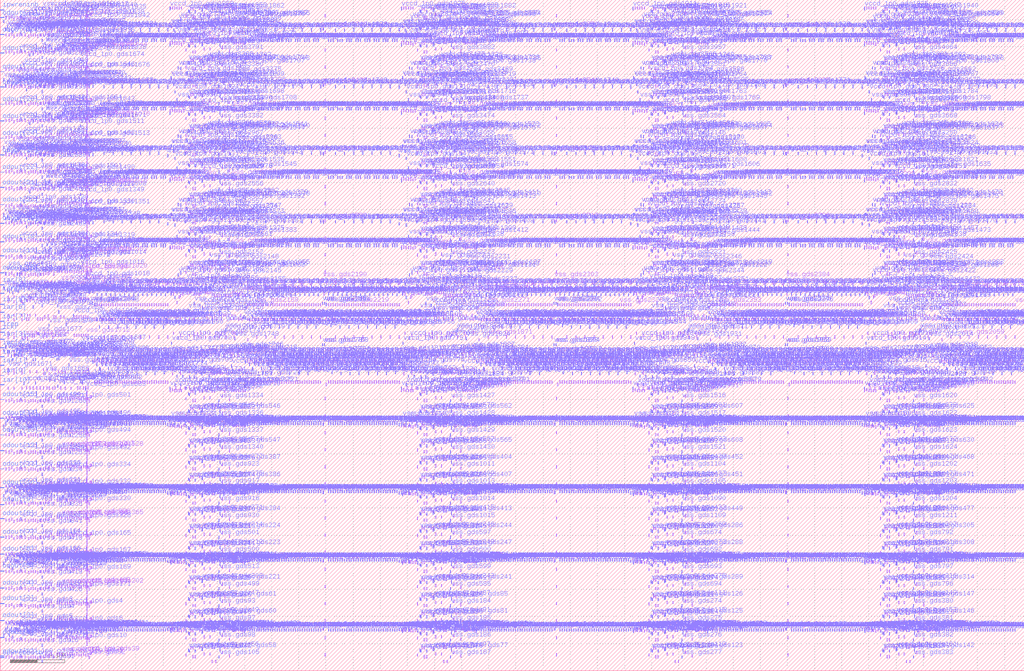
<source format=lef>
### Tool : gds2def
### Version 14.1     Linux64
### Vendor : Apache Design, Inc. A Subsidiary of ANSYS, Inc. 
### Date : Jun 19 2014 02:20:56 

VERSION 5.5 ;
NAMESCASESENSITIVE ON ;
DIVIDERCHAR "/" ;
BUSBITCHARS "[]" ;
MACRO c73p1rfshdxrom2048x32hb4img110_APACHECELL
 CLASS BLOCK ;
 ORIGIN 0 0 ;
 SIZE 75.432 BY 49.476 ;
 PIN iar[10]
 DIRECTION INPUT ;
 USE SIGNAL ;
 PORT
 LAYER m4 ;
 RECT 0 21.068 0.308 21.1 ;
 END
 END iar[10]
 PIN iar[0]
 DIRECTION INPUT ;
 USE SIGNAL ;
 PORT
 LAYER m4 ;
 RECT 0 21.754 0.308 21.786 ;
 END
 END iar[0]
 PIN iar[1]
 DIRECTION INPUT ;
 USE SIGNAL ;
 PORT
 LAYER m4 ;
 RECT 0 22.496 0.308 22.528 ;
 END
 END iar[1]
 PIN iar[2]
 DIRECTION INPUT ;
 USE SIGNAL ;
 PORT
 LAYER m4 ;
 RECT 0 23.126 0.308 23.158 ;
 END
 END iar[2]
 PIN iar[4]
 DIRECTION INPUT ;
 USE SIGNAL ;
 PORT
 LAYER m4 ;
 RECT 0 23.812 0.308 23.844 ;
 END
 END iar[4]
 PIN iar[3]
 DIRECTION INPUT ;
 USE SIGNAL ;
 PORT
 LAYER m4 ;
 RECT 0 24.442 0.308 24.474 ;
 END
 END iar[3]
 PIN iar[7]
 DIRECTION INPUT ;
 USE SIGNAL ;
 PORT
 LAYER m4 ;
 RECT 0 25.744 0.308 25.776 ;
 END
 END iar[7]
 PIN iar[6]
 DIRECTION INPUT ;
 USE SIGNAL ;
 PORT
 LAYER m4 ;
 RECT 0 26.43 0.308 26.462 ;
 END
 END iar[6]
 PIN iar[5]
 DIRECTION INPUT ;
 USE SIGNAL ;
 PORT
 LAYER m4 ;
 RECT 0 27.004 0.308 27.036 ;
 END
 END iar[5]
 PIN iar[9]
 DIRECTION INPUT ;
 USE SIGNAL ;
 PORT
 LAYER m4 ;
 RECT 0 27.802 0.308 27.834 ;
 END
 END iar[9]
 PIN iar[8]
 DIRECTION INPUT ;
 USE SIGNAL ;
 PORT
 LAYER m4 ;
 RECT 0 28.432 0.308 28.464 ;
 END
 END iar[8]
 PIN iren
 DIRECTION INPUT ;
 USE SIGNAL ;
 PORT
 LAYER m4 ;
 RECT 0 25.184 0.308 25.216 ;
 END
 END iren
 PIN ickr
 DIRECTION INPUT ;
 USE SIGNAL ;
 PORT
 LAYER m4 ;
 RECT 0 24.946 0.308 24.978 ;
 END
 END ickr
 PIN ipwreninb
 DIRECTION INPUT ;
 USE SIGNAL ;
 PORT
 LAYER m4 ;
 RECT 0 48.718 0.308 48.75 ;
 END
 END ipwreninb
 PIN opwrenoutb
 DIRECTION OUTPUT ;
 USE SIGNAL ;
 PORT
 LAYER m4 ;
 RECT 0 0.95 0.308 0.982 ;
 END
 END opwrenoutb
 PIN odout[0]
 DIRECTION OUTPUT ;
 USE SIGNAL ;
 PORT
 LAYER m4 ;
 RECT 0 1.062 0.308 1.094 ;
 END
 END odout[0]
 PIN odout[1]
 DIRECTION OUTPUT ;
 USE SIGNAL ;
 PORT
 LAYER m4 ;
 RECT 0 2.434 0.308 2.466 ;
 END
 END odout[1]
 PIN odout[2]
 DIRECTION OUTPUT ;
 USE SIGNAL ;
 PORT
 LAYER m4 ;
 RECT 0 3.694 0.308 3.726 ;
 END
 END odout[2]
 PIN odout[3]
 DIRECTION OUTPUT ;
 USE SIGNAL ;
 PORT
 LAYER m4 ;
 RECT 0 4.94 0.308 4.972 ;
 END
 END odout[3]
 PIN odout[4]
 DIRECTION OUTPUT ;
 USE SIGNAL ;
 PORT
 LAYER m4 ;
 RECT 0 6.088 0.308 6.12 ;
 END
 END odout[4]
 PIN odout[5]
 DIRECTION OUTPUT ;
 USE SIGNAL ;
 PORT
 LAYER m4 ;
 RECT 0 7.334 0.308 7.366 ;
 END
 END odout[5]
 PIN odout[6]
 DIRECTION OUTPUT ;
 USE SIGNAL ;
 PORT
 LAYER m4 ;
 RECT 0 8.594 0.308 8.626 ;
 END
 END odout[6]
 PIN odout[7]
 DIRECTION OUTPUT ;
 USE SIGNAL ;
 PORT
 LAYER m4 ;
 RECT 0 9.84 0.308 9.872 ;
 END
 END odout[7]
 PIN odout[8]
 DIRECTION OUTPUT ;
 USE SIGNAL ;
 PORT
 LAYER m4 ;
 RECT 0 11.212 0.308 11.244 ;
 END
 END odout[8]
 PIN odout[9]
 DIRECTION OUTPUT ;
 USE SIGNAL ;
 PORT
 LAYER m4 ;
 RECT 0 12.234 0.308 12.266 ;
 END
 END odout[9]
 PIN odout[10]
 DIRECTION OUTPUT ;
 USE SIGNAL ;
 PORT
 LAYER m4 ;
 RECT 0 13.494 0.308 13.526 ;
 END
 END odout[10]
 PIN odout[11]
 DIRECTION OUTPUT ;
 USE SIGNAL ;
 PORT
 LAYER m4 ;
 RECT 0 14.866 0.308 14.898 ;
 END
 END odout[11]
 PIN odout[12]
 DIRECTION OUTPUT ;
 USE SIGNAL ;
 PORT
 LAYER m4 ;
 RECT 0 16.224 0.308 16.256 ;
 END
 END odout[12]
 PIN odout[13]
 DIRECTION OUTPUT ;
 USE SIGNAL ;
 PORT
 LAYER m4 ;
 RECT 0 17.372 0.308 17.404 ;
 END
 END odout[13]
 PIN odout[14]
 DIRECTION OUTPUT ;
 USE SIGNAL ;
 PORT
 LAYER m4 ;
 RECT 0 18.618 0.308 18.65 ;
 END
 END odout[14]
 PIN odout[15]
 DIRECTION OUTPUT ;
 USE SIGNAL ;
 PORT
 LAYER m4 ;
 RECT 0 19.99 0.308 20.022 ;
 END
 END odout[15]
 PIN odout[16]
 DIRECTION OUTPUT ;
 USE SIGNAL ;
 PORT
 LAYER m4 ;
 RECT 0 29.342 0.308 29.374 ;
 END
 END odout[16]
 PIN odout[17]
 DIRECTION OUTPUT ;
 USE SIGNAL ;
 PORT
 LAYER m4 ;
 RECT 0 30.588 0.308 30.62 ;
 END
 END odout[17]
 PIN odout[18]
 DIRECTION OUTPUT ;
 USE SIGNAL ;
 PORT
 LAYER m4 ;
 RECT 0 31.624 0.308 31.656 ;
 END
 END odout[18]
 PIN odout[19]
 DIRECTION OUTPUT ;
 USE SIGNAL ;
 PORT
 LAYER m4 ;
 RECT 0 32.982 0.308 33.014 ;
 END
 END odout[19]
 PIN odout[20]
 DIRECTION OUTPUT ;
 USE SIGNAL ;
 PORT
 LAYER m4 ;
 RECT 0 34.354 0.308 34.386 ;
 END
 END odout[20]
 PIN odout[21]
 DIRECTION OUTPUT ;
 USE SIGNAL ;
 PORT
 LAYER m4 ;
 RECT 0 35.614 0.308 35.646 ;
 END
 END odout[21]
 PIN odout[22]
 DIRECTION OUTPUT ;
 USE SIGNAL ;
 PORT
 LAYER m4 ;
 RECT 0 36.748 0.308 36.78 ;
 END
 END odout[22]
 PIN odout[23]
 DIRECTION OUTPUT ;
 USE SIGNAL ;
 PORT
 LAYER m4 ;
 RECT 0 38.008 0.308 38.04 ;
 END
 END odout[23]
 PIN odout[24]
 DIRECTION OUTPUT ;
 USE SIGNAL ;
 PORT
 LAYER m4 ;
 RECT 0 39.254 0.308 39.286 ;
 END
 END odout[24]
 PIN odout[25]
 DIRECTION OUTPUT ;
 USE SIGNAL ;
 PORT
 LAYER m4 ;
 RECT 0 40.514 0.308 40.546 ;
 END
 END odout[25]
 PIN odout[26]
 DIRECTION OUTPUT ;
 USE SIGNAL ;
 PORT
 LAYER m4 ;
 RECT 0 41.76 0.308 41.792 ;
 END
 END odout[26]
 PIN odout[27]
 DIRECTION OUTPUT ;
 USE SIGNAL ;
 PORT
 LAYER m4 ;
 RECT 0 43.02 0.308 43.052 ;
 END
 END odout[27]
 PIN odout[28]
 DIRECTION OUTPUT ;
 USE SIGNAL ;
 PORT
 LAYER m4 ;
 RECT 0 44.154 0.308 44.186 ;
 END
 END odout[28]
 PIN odout[29]
 DIRECTION OUTPUT ;
 USE SIGNAL ;
 PORT
 LAYER m4 ;
 RECT 0 45.526 0.308 45.558 ;
 END
 END odout[29]
 PIN odout[30]
 DIRECTION OUTPUT ;
 USE SIGNAL ;
 PORT
 LAYER m4 ;
 RECT 0 46.898 0.308 46.93 ;
 END
 END odout[30]
 PIN odout[31]
 DIRECTION OUTPUT ;
 USE SIGNAL ;
 PORT
 LAYER m4 ;
 RECT 0 48.144 0.308 48.176 ;
 END
 END odout[31]
 PIN vccd_1p0
 DIRECTION INPUT ;
 USE POWER ;
 PORT
 LAYER m3 ;
 RECT 0.384 2.978 0.43 3.178 ;
 END
 END vccd_1p0
 PIN vccd_1p0.gds1
 DIRECTION INPUT ;
 USE POWER ;
 PORT
 LAYER m3 ;
 RECT 5.162 1.022 5.202 1.222 ;
 END
 END vccd_1p0.gds1
 PIN vccd_1p0.gds2
 DIRECTION INPUT ;
 USE POWER ;
 PORT
 LAYER m3 ;
 RECT 1.486 1.013 1.542 1.213 ;
 END
 END vccd_1p0.gds2
 PIN vccd_1p0.gds3
 DIRECTION INPUT ;
 USE POWER ;
 PORT
 LAYER m3 ;
 RECT 1.486 4.793 1.542 4.993 ;
 END
 END vccd_1p0.gds3
 PIN vccd_1p0.gds4
 DIRECTION INPUT ;
 USE POWER ;
 PORT
 LAYER m3 ;
 RECT 5.162 4.6755 5.202 4.8755 ;
 END
 END vccd_1p0.gds4
 PIN vccd_1p0.gds5
 DIRECTION INPUT ;
 USE POWER ;
 PORT
 LAYER m3 ;
 RECT 1.486 3.533 1.542 3.733 ;
 END
 END vccd_1p0.gds5
 PIN vccd_1p0.gds6
 DIRECTION INPUT ;
 USE POWER ;
 PORT
 LAYER m3 ;
 RECT 5.162 3.4155 5.202 3.6155 ;
 END
 END vccd_1p0.gds6
 PIN vccd_1p0.gds7
 DIRECTION INPUT ;
 USE POWER ;
 PORT
 LAYER m3 ;
 RECT 1.486 2.273 1.542 2.473 ;
 END
 END vccd_1p0.gds7
 PIN vccd_1p0.gds8
 DIRECTION INPUT ;
 USE POWER ;
 PORT
 LAYER m3 ;
 RECT 1.726 3.106 1.782 3.306 ;
 END
 END vccd_1p0.gds8
 PIN vccd_1p0.gds9
 DIRECTION INPUT ;
 USE POWER ;
 PORT
 LAYER m3 ;
 RECT 2.146 2.9685 2.202 3.1685 ;
 END
 END vccd_1p0.gds9
 PIN vccd_1p0.gds10
 DIRECTION INPUT ;
 USE POWER ;
 PORT
 LAYER m3 ;
 RECT 5.162 2.1555 5.202 2.3555 ;
 END
 END vccd_1p0.gds10
 PIN vccd_1p0.gds11
 DIRECTION INPUT ;
 USE POWER ;
 PORT
 LAYER m3 ;
 RECT 0.518 3.089 0.548 3.289 ;
 END
 END vccd_1p0.gds11
 PIN vccd_1p0.gds12
 DIRECTION INPUT ;
 USE POWER ;
 PORT
 LAYER m3 ;
 RECT 4.698 3.0585 4.738 3.2585 ;
 END
 END vccd_1p0.gds12
 PIN vccd_1p0.gds13
 DIRECTION INPUT ;
 USE POWER ;
 PORT
 LAYER m3 ;
 RECT 2.566 3.007 2.622 3.207 ;
 END
 END vccd_1p0.gds13
 PIN vccd_1p0.gds14
 DIRECTION INPUT ;
 USE POWER ;
 PORT
 LAYER m3 ;
 RECT 0.812 3.0505 0.858 3.2505 ;
 END
 END vccd_1p0.gds14
 PIN vccd_1p0.gds15
 DIRECTION INPUT ;
 USE POWER ;
 PORT
 LAYER m3 ;
 RECT 1.306 2.888 1.362 3.088 ;
 END
 END vccd_1p0.gds15
 PIN vccd_1p0.gds16
 DIRECTION INPUT ;
 USE POWER ;
 PORT
 LAYER m3 ;
 RECT 1.05 3.007 1.09 3.207 ;
 END
 END vccd_1p0.gds16
 PIN vccd_1p0.gds17
 DIRECTION INPUT ;
 USE POWER ;
 PORT
 LAYER m3 ;
 RECT 2.406 3.0145 2.462 3.2145 ;
 END
 END vccd_1p0.gds17
 PIN vccd_1p0.gds18
 DIRECTION INPUT ;
 USE POWER ;
 PORT
 LAYER m3 ;
 RECT 1.906 3.061 1.962 3.261 ;
 END
 END vccd_1p0.gds18
 PIN vccd_1p0.gds19
 DIRECTION INPUT ;
 USE POWER ;
 PORT
 LAYER m3 ;
 RECT 1.178 2.987 1.218 3.187 ;
 END
 END vccd_1p0.gds19
 PIN vccd_1p0.gds20
 DIRECTION INPUT ;
 USE POWER ;
 PORT
 LAYER m3 ;
 RECT 2.986 2.8915 3.042 3.0915 ;
 END
 END vccd_1p0.gds20
 PIN vccd_1p0.gds21
 DIRECTION INPUT ;
 USE POWER ;
 PORT
 LAYER m3 ;
 RECT 2.826 3.02 2.882 3.22 ;
 END
 END vccd_1p0.gds21
 PIN vccd_1p0.gds22
 DIRECTION INPUT ;
 USE POWER ;
 PORT
 LAYER m3 ;
 RECT 3.35 2.98 3.39 3.18 ;
 END
 END vccd_1p0.gds22
 PIN vccd_1p0.gds23
 DIRECTION INPUT ;
 USE POWER ;
 PORT
 LAYER m3 ;
 RECT 3.23 3.016 3.262 3.216 ;
 END
 END vccd_1p0.gds23
 PIN vccd_1p0.gds24
 DIRECTION INPUT ;
 USE POWER ;
 PORT
 LAYER m3 ;
 RECT 3.626 3.059 3.666 3.259 ;
 END
 END vccd_1p0.gds24
 PIN vccd_1p0.gds25
 DIRECTION INPUT ;
 USE POWER ;
 PORT
 LAYER m3 ;
 RECT 4.026 3.0725 4.066 3.2725 ;
 END
 END vccd_1p0.gds25
 PIN vccd_1p0.gds26
 DIRECTION INPUT ;
 USE POWER ;
 PORT
 LAYER m3 ;
 RECT 3.818 3.0725 3.858 3.2725 ;
 END
 END vccd_1p0.gds26
 PIN vccd_1p0.gds27
 DIRECTION INPUT ;
 USE POWER ;
 PORT
 LAYER m3 ;
 RECT 4.218 3.02 4.258 3.22 ;
 END
 END vccd_1p0.gds27
 PIN vccd_1p0.gds28
 DIRECTION INPUT ;
 USE POWER ;
 PORT
 LAYER m3 ;
 RECT 4.97 3.082 5.01 3.282 ;
 END
 END vccd_1p0.gds28
 PIN vccd_1p0.gds29
 DIRECTION INPUT ;
 USE POWER ;
 PORT
 LAYER m3 ;
 RECT 4.506 3.058 4.546 3.258 ;
 END
 END vccd_1p0.gds29
 PIN vccd_1p0.gds30
 DIRECTION INPUT ;
 USE POWER ;
 PORT
 LAYER m1 ;
 RECT 3.584 1.0395 3.64 1.2395 ;
 RECT 3.584 2.2995 3.64 2.4995 ;
 RECT 3.584 3.5595 3.64 3.7595 ;
 RECT 3.584 4.8195 3.64 5.0195 ;
 RECT 4.34 4.918 4.396 5.118 ;
 RECT 4.172 4.918 4.228 5.118 ;
 RECT 4.76 4.8775 4.816 5.0775 ;
 RECT 5.096 4.918 5.152 5.118 ;
 RECT 4.928 4.8775 4.984 5.0775 ;
 RECT 4.34 3.658 4.396 3.858 ;
 RECT 4.172 3.658 4.228 3.858 ;
 RECT 4.76 3.6175 4.816 3.8175 ;
 RECT 5.096 3.658 5.152 3.858 ;
 RECT 4.928 3.6175 4.984 3.8175 ;
 RECT 4.34 2.398 4.396 2.598 ;
 RECT 4.172 2.398 4.228 2.598 ;
 RECT 4.76 2.3575 4.816 2.5575 ;
 RECT 5.096 2.398 5.152 2.598 ;
 RECT 4.928 2.3575 4.984 2.5575 ;
 RECT 4.34 1.138 4.396 1.338 ;
 RECT 4.172 1.138 4.228 1.338 ;
 RECT 4.76 1.0975 4.816 1.2975 ;
 RECT 5.096 1.138 5.152 1.338 ;
 RECT 4.928 1.0975 4.984 1.2975 ;
 END
 END vccd_1p0.gds30
 PIN vccd_1p0.gds31
 DIRECTION INPUT ;
 USE POWER ;
 PORT
 LAYER m3 ;
 RECT 6.798 3.0725 6.838 3.2725 ;
 END
 END vccd_1p0.gds31
 PIN vccd_1p0.gds32
 DIRECTION INPUT ;
 USE POWER ;
 PORT
 LAYER m3 ;
 RECT 6.01 3.082 6.05 3.282 ;
 END
 END vccd_1p0.gds32
 PIN vccd_1p0.gds33
 DIRECTION INPUT ;
 USE POWER ;
 PORT
 LAYER m3 ;
 RECT 5.754 3.02 5.794 3.22 ;
 END
 END vccd_1p0.gds33
 PIN vccd_1p0.gds34
 DIRECTION INPUT ;
 USE POWER ;
 PORT
 LAYER m3 ;
 RECT 6.266 3.109 6.306 3.309 ;
 END
 END vccd_1p0.gds34
 PIN vccd_1p0.gds35
 DIRECTION INPUT ;
 USE POWER ;
 PORT
 LAYER m3 ;
 RECT 5.37 3.0725 5.41 3.2725 ;
 END
 END vccd_1p0.gds35
 PIN vccd_1p0.gds36
 DIRECTION INPUT ;
 USE POWER ;
 PORT
 LAYER m3 ;
 RECT 5.882 3.0725 5.922 3.2725 ;
 END
 END vccd_1p0.gds36
 PIN vccd_1p0.gds37
 DIRECTION INPUT ;
 USE POWER ;
 PORT
 LAYER m3 ;
 RECT 5.562 2.962 5.602 3.162 ;
 END
 END vccd_1p0.gds37
 PIN vccd_1p0.gds38
 DIRECTION INPUT ;
 USE POWER ;
 PORT
 LAYER m3 ;
 RECT 6.522 2.999 6.582 3.199 ;
 END
 END vccd_1p0.gds38
 PIN vccd_1p0.gds39
 DIRECTION INPUT ;
 USE POWER ;
 PORT
 LAYER m1 ;
 RECT 5.6 4.918 5.656 5.118 ;
 RECT 5.432 4.8295 5.488 5.0295 ;
 RECT 5.264 4.918 5.32 5.118 ;
 RECT 5.936 4.8295 5.992 5.0295 ;
 RECT 5.768 4.8295 5.824 5.0295 ;
 RECT 6.44 4.8465 6.496 5.0465 ;
 RECT 6.272 4.8295 6.328 5.0295 ;
 RECT 6.104 4.918 6.16 5.118 ;
 RECT 5.6 3.658 5.656 3.858 ;
 RECT 5.432 3.5695 5.488 3.7695 ;
 RECT 5.264 3.658 5.32 3.858 ;
 RECT 5.936 3.5695 5.992 3.7695 ;
 RECT 5.768 3.5695 5.824 3.7695 ;
 RECT 6.44 3.5865 6.496 3.7865 ;
 RECT 6.272 3.5695 6.328 3.7695 ;
 RECT 6.104 3.658 6.16 3.858 ;
 RECT 5.6 2.398 5.656 2.598 ;
 RECT 5.432 2.3095 5.488 2.5095 ;
 RECT 5.264 2.398 5.32 2.598 ;
 RECT 5.936 2.3095 5.992 2.5095 ;
 RECT 5.768 2.3095 5.824 2.5095 ;
 RECT 6.44 2.3265 6.496 2.5265 ;
 RECT 6.272 2.3095 6.328 2.5095 ;
 RECT 6.104 2.398 6.16 2.598 ;
 RECT 5.6 1.138 5.656 1.338 ;
 RECT 5.432 1.0495 5.488 1.2495 ;
 RECT 5.264 1.138 5.32 1.338 ;
 RECT 5.936 1.0495 5.992 1.2495 ;
 RECT 5.768 1.0495 5.824 1.2495 ;
 RECT 6.44 1.0665 6.496 1.2665 ;
 RECT 6.272 1.0495 6.328 1.2495 ;
 RECT 6.104 1.138 6.16 1.338 ;
 END
 END vccd_1p0.gds39
 PIN vccd_1p0.gds40
 DIRECTION INPUT ;
 USE POWER ;
 PORT
 LAYER m3 ;
 RECT 13.922 1.36 13.978 1.56 ;
 END
 END vccd_1p0.gds40
 PIN vccd_1p0.gds41
 DIRECTION INPUT ;
 USE POWER ;
 PORT
 LAYER m3 ;
 RECT 13.922 2.62 13.978 2.82 ;
 END
 END vccd_1p0.gds41
 PIN vccd_1p0.gds42
 DIRECTION INPUT ;
 USE POWER ;
 PORT
 LAYER m3 ;
 RECT 14.342 1.36 14.398 1.56 ;
 END
 END vccd_1p0.gds42
 PIN vccd_1p0.gds43
 DIRECTION INPUT ;
 USE POWER ;
 PORT
 LAYER m3 ;
 RECT 14.342 2.62 14.398 2.82 ;
 END
 END vccd_1p0.gds43
 PIN vccd_1p0.gds44
 DIRECTION INPUT ;
 USE POWER ;
 PORT
 LAYER m3 ;
 RECT 13.922 3.88 13.978 4.08 ;
 END
 END vccd_1p0.gds44
 PIN vccd_1p0.gds45
 DIRECTION INPUT ;
 USE POWER ;
 PORT
 LAYER m3 ;
 RECT 13.922 5.14 13.978 5.34 ;
 END
 END vccd_1p0.gds45
 PIN vccd_1p0.gds46
 DIRECTION INPUT ;
 USE POWER ;
 PORT
 LAYER m3 ;
 RECT 14.342 5.14 14.398 5.34 ;
 END
 END vccd_1p0.gds46
 PIN vccd_1p0.gds47
 DIRECTION INPUT ;
 USE POWER ;
 PORT
 LAYER m3 ;
 RECT 14.894 5.2675 14.934 5.4675 ;
 END
 END vccd_1p0.gds47
 PIN vccd_1p0.gds48
 DIRECTION INPUT ;
 USE POWER ;
 PORT
 LAYER m3 ;
 RECT 14.342 3.88 14.398 4.08 ;
 END
 END vccd_1p0.gds48
 PIN vccd_1p0.gds49
 DIRECTION INPUT ;
 USE POWER ;
 PORT
 LAYER m3 ;
 RECT 14.894 4.0075 14.934 4.2075 ;
 END
 END vccd_1p0.gds49
 PIN vccd_1p0.gds50
 DIRECTION INPUT ;
 USE POWER ;
 PORT
 LAYER m3 ;
 RECT 14.682 3.072 14.742 3.272 ;
 END
 END vccd_1p0.gds50
 PIN vccd_1p0.gds51
 DIRECTION INPUT ;
 USE POWER ;
 PORT
 LAYER m3 ;
 RECT 13.682 2.82 13.738 3.02 ;
 END
 END vccd_1p0.gds51
 PIN vccd_1p0.gds52
 DIRECTION INPUT ;
 USE POWER ;
 PORT
 LAYER m3 ;
 RECT 13.082 2.8975 13.138 3.0975 ;
 END
 END vccd_1p0.gds52
 PIN vccd_1p0.gds53
 DIRECTION INPUT ;
 USE POWER ;
 PORT
 LAYER m3 ;
 RECT 12.614 3.016 12.654 3.216 ;
 END
 END vccd_1p0.gds53
 PIN vccd_1p0.gds54
 DIRECTION INPUT ;
 USE POWER ;
 PORT
 LAYER m3 ;
 RECT 12.486 2.9745 12.526 3.1745 ;
 END
 END vccd_1p0.gds54
 PIN vccd_1p0.gds55
 DIRECTION INPUT ;
 USE POWER ;
 PORT
 LAYER m3 ;
 RECT 14.894 2.7475 14.934 2.9475 ;
 END
 END vccd_1p0.gds55
 PIN vccd_1p0.gds56
 DIRECTION INPUT ;
 USE POWER ;
 PORT
 LAYER m3 ;
 RECT 14.894 1.4875 14.934 1.6875 ;
 END
 END vccd_1p0.gds56
 PIN vccd_1p0.gds57
 DIRECTION INPUT ;
 USE POWER ;
 PORT
 LAYER m3 ;
 RECT 12.842 3.02 12.898 3.22 ;
 END
 END vccd_1p0.gds57
 PIN vccd_1p0.gds58
 DIRECTION INPUT ;
 USE POWER ;
 PORT
 LAYER m3 ;
 RECT 16.17 1.424 16.226 1.624 ;
 END
 END vccd_1p0.gds58
 PIN vccd_1p0.gds59
 DIRECTION INPUT ;
 USE POWER ;
 PORT
 LAYER m3 ;
 RECT 16.17 2.684 16.226 2.884 ;
 END
 END vccd_1p0.gds59
 PIN vccd_1p0.gds60
 DIRECTION INPUT ;
 USE POWER ;
 PORT
 LAYER m3 ;
 RECT 16.17 3.944 16.226 4.144 ;
 END
 END vccd_1p0.gds60
 PIN vccd_1p0.gds61
 DIRECTION INPUT ;
 USE POWER ;
 PORT
 LAYER m3 ;
 RECT 16.17 5.204 16.226 5.404 ;
 END
 END vccd_1p0.gds61
 PIN vccd_1p0.gds62
 DIRECTION INPUT ;
 USE POWER ;
 PORT
 LAYER m3 ;
 RECT 15.25 3.072 15.29 3.272 ;
 END
 END vccd_1p0.gds62
 PIN vccd_1p0.gds63
 DIRECTION INPUT ;
 USE POWER ;
 PORT
 LAYER m3 ;
 RECT 17.518 2.9985 17.574 3.1985 ;
 END
 END vccd_1p0.gds63
 PIN vccd_1p0.gds64
 DIRECTION INPUT ;
 USE POWER ;
 PORT
 LAYER m3 ;
 RECT 15.686 3.054 15.742 3.254 ;
 END
 END vccd_1p0.gds64
 PIN vccd_1p0.gds65
 DIRECTION INPUT ;
 USE POWER ;
 PORT
 LAYER m3 ;
 RECT 15.442 3.054 15.498 3.254 ;
 END
 END vccd_1p0.gds65
 PIN vccd_1p0.gds66
 DIRECTION INPUT ;
 USE POWER ;
 PORT
 LAYER m3 ;
 RECT 17.678 3.02 17.734 3.22 ;
 END
 END vccd_1p0.gds66
 PIN vccd_1p0.gds67
 DIRECTION INPUT ;
 USE POWER ;
 PORT
 LAYER m3 ;
 RECT 17.098 2.9235 17.154 3.1235 ;
 END
 END vccd_1p0.gds67
 PIN vccd_1p0.gds68
 DIRECTION INPUT ;
 USE POWER ;
 PORT
 LAYER m3 ;
 RECT 18.05 2.9745 18.09 3.1745 ;
 END
 END vccd_1p0.gds68
 PIN vccd_1p0.gds69
 DIRECTION INPUT ;
 USE POWER ;
 PORT
 LAYER m3 ;
 RECT 17.922 3.016 17.962 3.216 ;
 END
 END vccd_1p0.gds69
 PIN vccd_1p0.gds70
 DIRECTION INPUT ;
 USE POWER ;
 PORT
 LAYER m3 ;
 RECT 23.786 2.9785 23.842 3.1785 ;
 END
 END vccd_1p0.gds70
 PIN vccd_1p0.gds71
 DIRECTION INPUT ;
 USE POWER ;
 PORT
 LAYER m3 ;
 RECT 29.894 3.02 29.95 3.22 ;
 END
 END vccd_1p0.gds71
 PIN vccd_1p0.gds72
 DIRECTION INPUT ;
 USE POWER ;
 PORT
 LAYER m3 ;
 RECT 29.666 3.016 29.706 3.216 ;
 END
 END vccd_1p0.gds72
 PIN vccd_1p0.gds73
 DIRECTION INPUT ;
 USE POWER ;
 PORT
 LAYER m3 ;
 RECT 29.538 2.9745 29.578 3.1745 ;
 END
 END vccd_1p0.gds73
 PIN vccd_1p0.gds74
 DIRECTION INPUT ;
 USE POWER ;
 PORT
 LAYER m3 ;
 RECT 30.974 1.36 31.03 1.56 ;
 END
 END vccd_1p0.gds74
 PIN vccd_1p0.gds75
 DIRECTION INPUT ;
 USE POWER ;
 PORT
 LAYER m3 ;
 RECT 30.974 2.62 31.03 2.82 ;
 END
 END vccd_1p0.gds75
 PIN vccd_1p0.gds76
 DIRECTION INPUT ;
 USE POWER ;
 PORT
 LAYER m3 ;
 RECT 30.974 3.88 31.03 4.08 ;
 END
 END vccd_1p0.gds76
 PIN vccd_1p0.gds77
 DIRECTION INPUT ;
 USE POWER ;
 PORT
 LAYER m3 ;
 RECT 33.222 1.424 33.278 1.624 ;
 END
 END vccd_1p0.gds77
 PIN vccd_1p0.gds78
 DIRECTION INPUT ;
 USE POWER ;
 PORT
 LAYER m3 ;
 RECT 31.394 1.36 31.45 1.56 ;
 END
 END vccd_1p0.gds78
 PIN vccd_1p0.gds79
 DIRECTION INPUT ;
 USE POWER ;
 PORT
 LAYER m3 ;
 RECT 33.222 2.684 33.278 2.884 ;
 END
 END vccd_1p0.gds79
 PIN vccd_1p0.gds80
 DIRECTION INPUT ;
 USE POWER ;
 PORT
 LAYER m3 ;
 RECT 31.394 2.62 31.45 2.82 ;
 END
 END vccd_1p0.gds80
 PIN vccd_1p0.gds81
 DIRECTION INPUT ;
 USE POWER ;
 PORT
 LAYER m3 ;
 RECT 33.222 3.944 33.278 4.144 ;
 END
 END vccd_1p0.gds81
 PIN vccd_1p0.gds82
 DIRECTION INPUT ;
 USE POWER ;
 PORT
 LAYER m3 ;
 RECT 30.974 5.14 31.03 5.34 ;
 END
 END vccd_1p0.gds82
 PIN vccd_1p0.gds83
 DIRECTION INPUT ;
 USE POWER ;
 PORT
 LAYER m3 ;
 RECT 30.734 2.82 30.79 3.02 ;
 END
 END vccd_1p0.gds83
 PIN vccd_1p0.gds84
 DIRECTION INPUT ;
 USE POWER ;
 PORT
 LAYER m3 ;
 RECT 30.134 2.8975 30.19 3.0975 ;
 END
 END vccd_1p0.gds84
 PIN vccd_1p0.gds85
 DIRECTION INPUT ;
 USE POWER ;
 PORT
 LAYER m3 ;
 RECT 33.222 5.204 33.278 5.404 ;
 END
 END vccd_1p0.gds85
 PIN vccd_1p0.gds86
 DIRECTION INPUT ;
 USE POWER ;
 PORT
 LAYER m3 ;
 RECT 31.394 5.14 31.45 5.34 ;
 END
 END vccd_1p0.gds86
 PIN vccd_1p0.gds87
 DIRECTION INPUT ;
 USE POWER ;
 PORT
 LAYER m3 ;
 RECT 31.946 5.2675 31.986 5.4675 ;
 END
 END vccd_1p0.gds87
 PIN vccd_1p0.gds88
 DIRECTION INPUT ;
 USE POWER ;
 PORT
 LAYER m3 ;
 RECT 32.302 3.072 32.342 3.272 ;
 END
 END vccd_1p0.gds88
 PIN vccd_1p0.gds89
 DIRECTION INPUT ;
 USE POWER ;
 PORT
 LAYER m3 ;
 RECT 31.734 3.072 31.794 3.272 ;
 END
 END vccd_1p0.gds89
 PIN vccd_1p0.gds90
 DIRECTION INPUT ;
 USE POWER ;
 PORT
 LAYER m3 ;
 RECT 31.394 3.88 31.45 4.08 ;
 END
 END vccd_1p0.gds90
 PIN vccd_1p0.gds91
 DIRECTION INPUT ;
 USE POWER ;
 PORT
 LAYER m3 ;
 RECT 31.946 4.0075 31.986 4.2075 ;
 END
 END vccd_1p0.gds91
 PIN vccd_1p0.gds92
 DIRECTION INPUT ;
 USE POWER ;
 PORT
 LAYER m3 ;
 RECT 34.57 2.9985 34.626 3.1985 ;
 END
 END vccd_1p0.gds92
 PIN vccd_1p0.gds93
 DIRECTION INPUT ;
 USE POWER ;
 PORT
 LAYER m3 ;
 RECT 34.15 2.9235 34.206 3.1235 ;
 END
 END vccd_1p0.gds93
 PIN vccd_1p0.gds94
 DIRECTION INPUT ;
 USE POWER ;
 PORT
 LAYER m3 ;
 RECT 31.946 2.7475 31.986 2.9475 ;
 END
 END vccd_1p0.gds94
 PIN vccd_1p0.gds95
 DIRECTION INPUT ;
 USE POWER ;
 PORT
 LAYER m3 ;
 RECT 32.738 3.054 32.794 3.254 ;
 END
 END vccd_1p0.gds95
 PIN vccd_1p0.gds96
 DIRECTION INPUT ;
 USE POWER ;
 PORT
 LAYER m3 ;
 RECT 32.494 3.054 32.55 3.254 ;
 END
 END vccd_1p0.gds96
 PIN vccd_1p0.gds97
 DIRECTION INPUT ;
 USE POWER ;
 PORT
 LAYER m3 ;
 RECT 31.946 1.4875 31.986 1.6875 ;
 END
 END vccd_1p0.gds97
 PIN vccd_1p0.gds98
 DIRECTION INPUT ;
 USE POWER ;
 PORT
 LAYER m3 ;
 RECT 34.73 3.02 34.786 3.22 ;
 END
 END vccd_1p0.gds98
 PIN vccd_1p0.gds99
 DIRECTION INPUT ;
 USE POWER ;
 PORT
 LAYER m3 ;
 RECT 35.102 2.9745 35.142 3.1745 ;
 END
 END vccd_1p0.gds99
 PIN vccd_1p0.gds100
 DIRECTION INPUT ;
 USE POWER ;
 PORT
 LAYER m3 ;
 RECT 34.974 3.016 35.014 3.216 ;
 END
 END vccd_1p0.gds100
 PIN vccd_1p0.gds101
 DIRECTION INPUT ;
 USE POWER ;
 PORT
 LAYER m3 ;
 RECT 40.838 2.9785 40.894 3.1785 ;
 END
 END vccd_1p0.gds101
 PIN vccd_1p0.gds102
 DIRECTION INPUT ;
 USE POWER ;
 PORT
 LAYER m3 ;
 RECT 48.026 1.36 48.082 1.56 ;
 END
 END vccd_1p0.gds102
 PIN vccd_1p0.gds103
 DIRECTION INPUT ;
 USE POWER ;
 PORT
 LAYER m3 ;
 RECT 48.026 2.62 48.082 2.82 ;
 END
 END vccd_1p0.gds103
 PIN vccd_1p0.gds104
 DIRECTION INPUT ;
 USE POWER ;
 PORT
 LAYER m3 ;
 RECT 48.026 3.88 48.082 4.08 ;
 END
 END vccd_1p0.gds104
 PIN vccd_1p0.gds105
 DIRECTION INPUT ;
 USE POWER ;
 PORT
 LAYER m3 ;
 RECT 48.026 5.14 48.082 5.34 ;
 END
 END vccd_1p0.gds105
 PIN vccd_1p0.gds106
 DIRECTION INPUT ;
 USE POWER ;
 PORT
 LAYER m3 ;
 RECT 48.446 1.36 48.502 1.56 ;
 END
 END vccd_1p0.gds106
 PIN vccd_1p0.gds107
 DIRECTION INPUT ;
 USE POWER ;
 PORT
 LAYER m3 ;
 RECT 48.446 2.62 48.502 2.82 ;
 END
 END vccd_1p0.gds107
 PIN vccd_1p0.gds108
 DIRECTION INPUT ;
 USE POWER ;
 PORT
 LAYER m3 ;
 RECT 47.786 2.82 47.842 3.02 ;
 END
 END vccd_1p0.gds108
 PIN vccd_1p0.gds109
 DIRECTION INPUT ;
 USE POWER ;
 PORT
 LAYER m3 ;
 RECT 47.186 2.8975 47.242 3.0975 ;
 END
 END vccd_1p0.gds109
 PIN vccd_1p0.gds110
 DIRECTION INPUT ;
 USE POWER ;
 PORT
 LAYER m3 ;
 RECT 48.446 5.14 48.502 5.34 ;
 END
 END vccd_1p0.gds110
 PIN vccd_1p0.gds111
 DIRECTION INPUT ;
 USE POWER ;
 PORT
 LAYER m3 ;
 RECT 48.998 5.2675 49.038 5.4675 ;
 END
 END vccd_1p0.gds111
 PIN vccd_1p0.gds112
 DIRECTION INPUT ;
 USE POWER ;
 PORT
 LAYER m3 ;
 RECT 49.354 3.072 49.394 3.272 ;
 END
 END vccd_1p0.gds112
 PIN vccd_1p0.gds113
 DIRECTION INPUT ;
 USE POWER ;
 PORT
 LAYER m3 ;
 RECT 48.786 3.072 48.846 3.272 ;
 END
 END vccd_1p0.gds113
 PIN vccd_1p0.gds114
 DIRECTION INPUT ;
 USE POWER ;
 PORT
 LAYER m3 ;
 RECT 48.446 3.88 48.502 4.08 ;
 END
 END vccd_1p0.gds114
 PIN vccd_1p0.gds115
 DIRECTION INPUT ;
 USE POWER ;
 PORT
 LAYER m3 ;
 RECT 48.998 4.0075 49.038 4.2075 ;
 END
 END vccd_1p0.gds115
 PIN vccd_1p0.gds116
 DIRECTION INPUT ;
 USE POWER ;
 PORT
 LAYER m3 ;
 RECT 48.998 2.7475 49.038 2.9475 ;
 END
 END vccd_1p0.gds116
 PIN vccd_1p0.gds117
 DIRECTION INPUT ;
 USE POWER ;
 PORT
 LAYER m3 ;
 RECT 49.79 3.054 49.846 3.254 ;
 END
 END vccd_1p0.gds117
 PIN vccd_1p0.gds118
 DIRECTION INPUT ;
 USE POWER ;
 PORT
 LAYER m3 ;
 RECT 49.546 3.054 49.602 3.254 ;
 END
 END vccd_1p0.gds118
 PIN vccd_1p0.gds119
 DIRECTION INPUT ;
 USE POWER ;
 PORT
 LAYER m3 ;
 RECT 48.998 1.4875 49.038 1.6875 ;
 END
 END vccd_1p0.gds119
 PIN vccd_1p0.gds120
 DIRECTION INPUT ;
 USE POWER ;
 PORT
 LAYER m3 ;
 RECT 46.946 3.02 47.002 3.22 ;
 END
 END vccd_1p0.gds120
 PIN vccd_1p0.gds121
 DIRECTION INPUT ;
 USE POWER ;
 PORT
 LAYER m3 ;
 RECT 46.718 3.016 46.758 3.216 ;
 END
 END vccd_1p0.gds121
 PIN vccd_1p0.gds122
 DIRECTION INPUT ;
 USE POWER ;
 PORT
 LAYER m3 ;
 RECT 46.59 2.9745 46.63 3.1745 ;
 END
 END vccd_1p0.gds122
 PIN vccd_1p0.gds123
 DIRECTION INPUT ;
 USE POWER ;
 PORT
 LAYER m3 ;
 RECT 50.274 1.424 50.33 1.624 ;
 END
 END vccd_1p0.gds123
 PIN vccd_1p0.gds124
 DIRECTION INPUT ;
 USE POWER ;
 PORT
 LAYER m3 ;
 RECT 50.274 2.684 50.33 2.884 ;
 END
 END vccd_1p0.gds124
 PIN vccd_1p0.gds125
 DIRECTION INPUT ;
 USE POWER ;
 PORT
 LAYER m3 ;
 RECT 50.274 3.944 50.33 4.144 ;
 END
 END vccd_1p0.gds125
 PIN vccd_1p0.gds126
 DIRECTION INPUT ;
 USE POWER ;
 PORT
 LAYER m3 ;
 RECT 50.274 5.204 50.33 5.404 ;
 END
 END vccd_1p0.gds126
 PIN vccd_1p0.gds127
 DIRECTION INPUT ;
 USE POWER ;
 PORT
 LAYER m3 ;
 RECT 51.622 2.9985 51.678 3.1985 ;
 END
 END vccd_1p0.gds127
 PIN vccd_1p0.gds128
 DIRECTION INPUT ;
 USE POWER ;
 PORT
 LAYER m3 ;
 RECT 52.154 2.9745 52.194 3.1745 ;
 END
 END vccd_1p0.gds128
 PIN vccd_1p0.gds129
 DIRECTION INPUT ;
 USE POWER ;
 PORT
 LAYER m3 ;
 RECT 52.026 3.016 52.066 3.216 ;
 END
 END vccd_1p0.gds129
 PIN vccd_1p0.gds130
 DIRECTION INPUT ;
 USE POWER ;
 PORT
 LAYER m3 ;
 RECT 51.202 2.9235 51.258 3.1235 ;
 END
 END vccd_1p0.gds130
 PIN vccd_1p0.gds131
 DIRECTION INPUT ;
 USE POWER ;
 PORT
 LAYER m3 ;
 RECT 51.782 3.02 51.838 3.22 ;
 END
 END vccd_1p0.gds131
 PIN vccd_1p0.gds132
 DIRECTION INPUT ;
 USE POWER ;
 PORT
 LAYER m3 ;
 RECT 57.89 2.9785 57.946 3.1785 ;
 END
 END vccd_1p0.gds132
 PIN vccd_1p0.gds133
 DIRECTION INPUT ;
 USE POWER ;
 PORT
 LAYER m3 ;
 RECT 65.078 1.36 65.134 1.56 ;
 END
 END vccd_1p0.gds133
 PIN vccd_1p0.gds134
 DIRECTION INPUT ;
 USE POWER ;
 PORT
 LAYER m3 ;
 RECT 65.078 2.62 65.134 2.82 ;
 END
 END vccd_1p0.gds134
 PIN vccd_1p0.gds135
 DIRECTION INPUT ;
 USE POWER ;
 PORT
 LAYER m3 ;
 RECT 65.078 3.88 65.134 4.08 ;
 END
 END vccd_1p0.gds135
 PIN vccd_1p0.gds136
 DIRECTION INPUT ;
 USE POWER ;
 PORT
 LAYER m3 ;
 RECT 65.078 5.14 65.134 5.34 ;
 END
 END vccd_1p0.gds136
 PIN vccd_1p0.gds137
 DIRECTION INPUT ;
 USE POWER ;
 PORT
 LAYER m3 ;
 RECT 64.838 2.82 64.894 3.02 ;
 END
 END vccd_1p0.gds137
 PIN vccd_1p0.gds138
 DIRECTION INPUT ;
 USE POWER ;
 PORT
 LAYER m3 ;
 RECT 64.238 2.8975 64.294 3.0975 ;
 END
 END vccd_1p0.gds138
 PIN vccd_1p0.gds139
 DIRECTION INPUT ;
 USE POWER ;
 PORT
 LAYER m3 ;
 RECT 63.998 3.02 64.054 3.22 ;
 END
 END vccd_1p0.gds139
 PIN vccd_1p0.gds140
 DIRECTION INPUT ;
 USE POWER ;
 PORT
 LAYER m3 ;
 RECT 63.77 3.016 63.81 3.216 ;
 END
 END vccd_1p0.gds140
 PIN vccd_1p0.gds141
 DIRECTION INPUT ;
 USE POWER ;
 PORT
 LAYER m3 ;
 RECT 63.642 2.9745 63.682 3.1745 ;
 END
 END vccd_1p0.gds141
 PIN vccd_1p0.gds142
 DIRECTION INPUT ;
 USE POWER ;
 PORT
 LAYER m3 ;
 RECT 67.326 1.424 67.382 1.624 ;
 END
 END vccd_1p0.gds142
 PIN vccd_1p0.gds143
 DIRECTION INPUT ;
 USE POWER ;
 PORT
 LAYER m3 ;
 RECT 65.498 1.36 65.554 1.56 ;
 END
 END vccd_1p0.gds143
 PIN vccd_1p0.gds144
 DIRECTION INPUT ;
 USE POWER ;
 PORT
 LAYER m3 ;
 RECT 67.326 2.684 67.382 2.884 ;
 END
 END vccd_1p0.gds144
 PIN vccd_1p0.gds145
 DIRECTION INPUT ;
 USE POWER ;
 PORT
 LAYER m3 ;
 RECT 65.498 2.62 65.554 2.82 ;
 END
 END vccd_1p0.gds145
 PIN vccd_1p0.gds146
 DIRECTION INPUT ;
 USE POWER ;
 PORT
 LAYER m3 ;
 RECT 67.326 3.944 67.382 4.144 ;
 END
 END vccd_1p0.gds146
 PIN vccd_1p0.gds147
 DIRECTION INPUT ;
 USE POWER ;
 PORT
 LAYER m3 ;
 RECT 67.326 5.204 67.382 5.404 ;
 END
 END vccd_1p0.gds147
 PIN vccd_1p0.gds148
 DIRECTION INPUT ;
 USE POWER ;
 PORT
 LAYER m3 ;
 RECT 65.498 5.14 65.554 5.34 ;
 END
 END vccd_1p0.gds148
 PIN vccd_1p0.gds149
 DIRECTION INPUT ;
 USE POWER ;
 PORT
 LAYER m3 ;
 RECT 66.05 5.2675 66.09 5.4675 ;
 END
 END vccd_1p0.gds149
 PIN vccd_1p0.gds150
 DIRECTION INPUT ;
 USE POWER ;
 PORT
 LAYER m3 ;
 RECT 66.406 3.072 66.446 3.272 ;
 END
 END vccd_1p0.gds150
 PIN vccd_1p0.gds151
 DIRECTION INPUT ;
 USE POWER ;
 PORT
 LAYER m3 ;
 RECT 65.838 3.072 65.898 3.272 ;
 END
 END vccd_1p0.gds151
 PIN vccd_1p0.gds152
 DIRECTION INPUT ;
 USE POWER ;
 PORT
 LAYER m3 ;
 RECT 65.498 3.88 65.554 4.08 ;
 END
 END vccd_1p0.gds152
 PIN vccd_1p0.gds153
 DIRECTION INPUT ;
 USE POWER ;
 PORT
 LAYER m3 ;
 RECT 66.05 4.0075 66.09 4.2075 ;
 END
 END vccd_1p0.gds153
 PIN vccd_1p0.gds154
 DIRECTION INPUT ;
 USE POWER ;
 PORT
 LAYER m3 ;
 RECT 68.674 2.9985 68.73 3.1985 ;
 END
 END vccd_1p0.gds154
 PIN vccd_1p0.gds155
 DIRECTION INPUT ;
 USE POWER ;
 PORT
 LAYER m3 ;
 RECT 69.206 2.9745 69.246 3.1745 ;
 END
 END vccd_1p0.gds155
 PIN vccd_1p0.gds156
 DIRECTION INPUT ;
 USE POWER ;
 PORT
 LAYER m3 ;
 RECT 69.078 3.016 69.118 3.216 ;
 END
 END vccd_1p0.gds156
 PIN vccd_1p0.gds157
 DIRECTION INPUT ;
 USE POWER ;
 PORT
 LAYER m3 ;
 RECT 68.254 2.9235 68.31 3.1235 ;
 END
 END vccd_1p0.gds157
 PIN vccd_1p0.gds158
 DIRECTION INPUT ;
 USE POWER ;
 PORT
 LAYER m3 ;
 RECT 66.05 2.7475 66.09 2.9475 ;
 END
 END vccd_1p0.gds158
 PIN vccd_1p0.gds159
 DIRECTION INPUT ;
 USE POWER ;
 PORT
 LAYER m3 ;
 RECT 66.842 3.054 66.898 3.254 ;
 END
 END vccd_1p0.gds159
 PIN vccd_1p0.gds160
 DIRECTION INPUT ;
 USE POWER ;
 PORT
 LAYER m3 ;
 RECT 66.598 3.054 66.654 3.254 ;
 END
 END vccd_1p0.gds160
 PIN vccd_1p0.gds161
 DIRECTION INPUT ;
 USE POWER ;
 PORT
 LAYER m3 ;
 RECT 66.05 1.4875 66.09 1.6875 ;
 END
 END vccd_1p0.gds161
 PIN vccd_1p0.gds162
 DIRECTION INPUT ;
 USE POWER ;
 PORT
 LAYER m3 ;
 RECT 68.834 3.02 68.89 3.22 ;
 END
 END vccd_1p0.gds162
 PIN vccd_1p0.gds163
 DIRECTION INPUT ;
 USE POWER ;
 PORT
 LAYER m3 ;
 RECT 0.384 8.018 0.43 8.218 ;
 END
 END vccd_1p0.gds163
 PIN vccd_1p0.gds164
 DIRECTION INPUT ;
 USE POWER ;
 PORT
 LAYER m3 ;
 RECT 1.486 9.833 1.542 10.033 ;
 END
 END vccd_1p0.gds164
 PIN vccd_1p0.gds165
 DIRECTION INPUT ;
 USE POWER ;
 PORT
 LAYER m3 ;
 RECT 5.162 9.7155 5.202 9.9155 ;
 END
 END vccd_1p0.gds165
 PIN vccd_1p0.gds166
 DIRECTION INPUT ;
 USE POWER ;
 PORT
 LAYER m3 ;
 RECT 1.486 8.573 1.542 8.773 ;
 END
 END vccd_1p0.gds166
 PIN vccd_1p0.gds167
 DIRECTION INPUT ;
 USE POWER ;
 PORT
 LAYER m3 ;
 RECT 5.162 8.4555 5.202 8.6555 ;
 END
 END vccd_1p0.gds167
 PIN vccd_1p0.gds168
 DIRECTION INPUT ;
 USE POWER ;
 PORT
 LAYER m3 ;
 RECT 1.486 7.313 1.542 7.513 ;
 END
 END vccd_1p0.gds168
 PIN vccd_1p0.gds169
 DIRECTION INPUT ;
 USE POWER ;
 PORT
 LAYER m3 ;
 RECT 5.162 7.1955 5.202 7.3955 ;
 END
 END vccd_1p0.gds169
 PIN vccd_1p0.gds170
 DIRECTION INPUT ;
 USE POWER ;
 PORT
 LAYER m3 ;
 RECT 1.486 6.053 1.542 6.253 ;
 END
 END vccd_1p0.gds170
 PIN vccd_1p0.gds171
 DIRECTION INPUT ;
 USE POWER ;
 PORT
 LAYER m3 ;
 RECT 5.162 5.9355 5.202 6.1355 ;
 END
 END vccd_1p0.gds171
 PIN vccd_1p0.gds172
 DIRECTION INPUT ;
 USE POWER ;
 PORT
 LAYER m3 ;
 RECT 1.726 8.146 1.782 8.346 ;
 END
 END vccd_1p0.gds172
 PIN vccd_1p0.gds173
 DIRECTION INPUT ;
 USE POWER ;
 PORT
 LAYER m3 ;
 RECT 2.146 8.0085 2.202 8.2085 ;
 END
 END vccd_1p0.gds173
 PIN vccd_1p0.gds174
 DIRECTION INPUT ;
 USE POWER ;
 PORT
 LAYER m3 ;
 RECT 0.518 8.129 0.548 8.329 ;
 END
 END vccd_1p0.gds174
 PIN vccd_1p0.gds175
 DIRECTION INPUT ;
 USE POWER ;
 PORT
 LAYER m3 ;
 RECT 4.698 8.0985 4.738 8.2985 ;
 END
 END vccd_1p0.gds175
 PIN vccd_1p0.gds176
 DIRECTION INPUT ;
 USE POWER ;
 PORT
 LAYER m3 ;
 RECT 2.566 8.047 2.622 8.247 ;
 END
 END vccd_1p0.gds176
 PIN vccd_1p0.gds177
 DIRECTION INPUT ;
 USE POWER ;
 PORT
 LAYER m3 ;
 RECT 0.812 8.0905 0.858 8.2905 ;
 END
 END vccd_1p0.gds177
 PIN vccd_1p0.gds178
 DIRECTION INPUT ;
 USE POWER ;
 PORT
 LAYER m3 ;
 RECT 1.306 7.928 1.362 8.128 ;
 END
 END vccd_1p0.gds178
 PIN vccd_1p0.gds179
 DIRECTION INPUT ;
 USE POWER ;
 PORT
 LAYER m3 ;
 RECT 1.05 8.047 1.09 8.247 ;
 END
 END vccd_1p0.gds179
 PIN vccd_1p0.gds180
 DIRECTION INPUT ;
 USE POWER ;
 PORT
 LAYER m3 ;
 RECT 2.406 8.0545 2.462 8.2545 ;
 END
 END vccd_1p0.gds180
 PIN vccd_1p0.gds181
 DIRECTION INPUT ;
 USE POWER ;
 PORT
 LAYER m3 ;
 RECT 1.906 8.101 1.962 8.301 ;
 END
 END vccd_1p0.gds181
 PIN vccd_1p0.gds182
 DIRECTION INPUT ;
 USE POWER ;
 PORT
 LAYER m3 ;
 RECT 1.178 8.027 1.218 8.227 ;
 END
 END vccd_1p0.gds182
 PIN vccd_1p0.gds183
 DIRECTION INPUT ;
 USE POWER ;
 PORT
 LAYER m3 ;
 RECT 2.986 7.9315 3.042 8.1315 ;
 END
 END vccd_1p0.gds183
 PIN vccd_1p0.gds184
 DIRECTION INPUT ;
 USE POWER ;
 PORT
 LAYER m3 ;
 RECT 2.826 8.06 2.882 8.26 ;
 END
 END vccd_1p0.gds184
 PIN vccd_1p0.gds185
 DIRECTION INPUT ;
 USE POWER ;
 PORT
 LAYER m3 ;
 RECT 3.35 8.02 3.39 8.22 ;
 END
 END vccd_1p0.gds185
 PIN vccd_1p0.gds186
 DIRECTION INPUT ;
 USE POWER ;
 PORT
 LAYER m3 ;
 RECT 3.23 8.056 3.262 8.256 ;
 END
 END vccd_1p0.gds186
 PIN vccd_1p0.gds187
 DIRECTION INPUT ;
 USE POWER ;
 PORT
 LAYER m3 ;
 RECT 3.626 8.099 3.666 8.299 ;
 END
 END vccd_1p0.gds187
 PIN vccd_1p0.gds188
 DIRECTION INPUT ;
 USE POWER ;
 PORT
 LAYER m3 ;
 RECT 4.026 8.1125 4.066 8.3125 ;
 END
 END vccd_1p0.gds188
 PIN vccd_1p0.gds189
 DIRECTION INPUT ;
 USE POWER ;
 PORT
 LAYER m3 ;
 RECT 3.818 8.1125 3.858 8.3125 ;
 END
 END vccd_1p0.gds189
 PIN vccd_1p0.gds190
 DIRECTION INPUT ;
 USE POWER ;
 PORT
 LAYER m3 ;
 RECT 4.218 8.06 4.258 8.26 ;
 END
 END vccd_1p0.gds190
 PIN vccd_1p0.gds191
 DIRECTION INPUT ;
 USE POWER ;
 PORT
 LAYER m3 ;
 RECT 4.97 8.122 5.01 8.322 ;
 END
 END vccd_1p0.gds191
 PIN vccd_1p0.gds192
 DIRECTION INPUT ;
 USE POWER ;
 PORT
 LAYER m3 ;
 RECT 4.506 8.098 4.546 8.298 ;
 END
 END vccd_1p0.gds192
 PIN vccd_1p0.gds193
 DIRECTION INPUT ;
 USE POWER ;
 PORT
 LAYER m1 ;
 RECT 3.584 6.0795 3.64 6.2795 ;
 RECT 3.584 7.3395 3.64 7.5395 ;
 RECT 3.584 8.5995 3.64 8.7995 ;
 RECT 3.584 9.8595 3.64 10.0595 ;
 RECT 4.34 9.958 4.396 10.158 ;
 RECT 4.172 9.958 4.228 10.158 ;
 RECT 4.76 9.9175 4.816 10.1175 ;
 RECT 5.096 9.958 5.152 10.158 ;
 RECT 4.928 9.9175 4.984 10.1175 ;
 RECT 4.34 8.698 4.396 8.898 ;
 RECT 4.172 8.698 4.228 8.898 ;
 RECT 4.76 8.6575 4.816 8.8575 ;
 RECT 5.096 8.698 5.152 8.898 ;
 RECT 4.928 8.6575 4.984 8.8575 ;
 RECT 4.34 7.438 4.396 7.638 ;
 RECT 4.172 7.438 4.228 7.638 ;
 RECT 4.76 7.3975 4.816 7.5975 ;
 RECT 5.096 7.438 5.152 7.638 ;
 RECT 4.928 7.3975 4.984 7.5975 ;
 RECT 4.34 6.178 4.396 6.378 ;
 RECT 4.172 6.178 4.228 6.378 ;
 RECT 4.76 6.1375 4.816 6.3375 ;
 RECT 5.096 6.178 5.152 6.378 ;
 RECT 4.928 6.1375 4.984 6.3375 ;
 END
 END vccd_1p0.gds193
 PIN vccd_1p0.gds194
 DIRECTION INPUT ;
 USE POWER ;
 PORT
 LAYER m3 ;
 RECT 6.798 8.1125 6.838 8.3125 ;
 END
 END vccd_1p0.gds194
 PIN vccd_1p0.gds195
 DIRECTION INPUT ;
 USE POWER ;
 PORT
 LAYER m3 ;
 RECT 6.01 8.122 6.05 8.322 ;
 END
 END vccd_1p0.gds195
 PIN vccd_1p0.gds196
 DIRECTION INPUT ;
 USE POWER ;
 PORT
 LAYER m3 ;
 RECT 5.754 8.06 5.794 8.26 ;
 END
 END vccd_1p0.gds196
 PIN vccd_1p0.gds197
 DIRECTION INPUT ;
 USE POWER ;
 PORT
 LAYER m3 ;
 RECT 6.266 8.149 6.306 8.349 ;
 END
 END vccd_1p0.gds197
 PIN vccd_1p0.gds198
 DIRECTION INPUT ;
 USE POWER ;
 PORT
 LAYER m3 ;
 RECT 5.37 8.1125 5.41 8.3125 ;
 END
 END vccd_1p0.gds198
 PIN vccd_1p0.gds199
 DIRECTION INPUT ;
 USE POWER ;
 PORT
 LAYER m3 ;
 RECT 5.882 8.1125 5.922 8.3125 ;
 END
 END vccd_1p0.gds199
 PIN vccd_1p0.gds200
 DIRECTION INPUT ;
 USE POWER ;
 PORT
 LAYER m3 ;
 RECT 5.562 8.002 5.602 8.202 ;
 END
 END vccd_1p0.gds200
 PIN vccd_1p0.gds201
 DIRECTION INPUT ;
 USE POWER ;
 PORT
 LAYER m3 ;
 RECT 6.522 8.039 6.582 8.239 ;
 END
 END vccd_1p0.gds201
 PIN vccd_1p0.gds202
 DIRECTION INPUT ;
 USE POWER ;
 PORT
 LAYER m1 ;
 RECT 5.6 9.958 5.656 10.158 ;
 RECT 5.432 9.8695 5.488 10.0695 ;
 RECT 5.264 9.958 5.32 10.158 ;
 RECT 5.936 9.8695 5.992 10.0695 ;
 RECT 5.768 9.8695 5.824 10.0695 ;
 RECT 6.44 9.8865 6.496 10.0865 ;
 RECT 6.272 9.8695 6.328 10.0695 ;
 RECT 6.104 9.958 6.16 10.158 ;
 RECT 5.6 8.698 5.656 8.898 ;
 RECT 5.432 8.6095 5.488 8.8095 ;
 RECT 5.264 8.698 5.32 8.898 ;
 RECT 5.936 8.6095 5.992 8.8095 ;
 RECT 5.768 8.6095 5.824 8.8095 ;
 RECT 6.44 8.6265 6.496 8.8265 ;
 RECT 6.272 8.6095 6.328 8.8095 ;
 RECT 6.104 8.698 6.16 8.898 ;
 RECT 5.6 7.438 5.656 7.638 ;
 RECT 5.432 7.3495 5.488 7.5495 ;
 RECT 5.264 7.438 5.32 7.638 ;
 RECT 5.936 7.3495 5.992 7.5495 ;
 RECT 5.768 7.3495 5.824 7.5495 ;
 RECT 6.44 7.3665 6.496 7.5665 ;
 RECT 6.272 7.3495 6.328 7.5495 ;
 RECT 6.104 7.438 6.16 7.638 ;
 RECT 5.6 6.178 5.656 6.378 ;
 RECT 5.432 6.0895 5.488 6.2895 ;
 RECT 5.264 6.178 5.32 6.378 ;
 RECT 5.936 6.0895 5.992 6.2895 ;
 RECT 5.768 6.0895 5.824 6.2895 ;
 RECT 6.44 6.1065 6.496 6.3065 ;
 RECT 6.272 6.0895 6.328 6.2895 ;
 RECT 6.104 6.178 6.16 6.378 ;
 END
 END vccd_1p0.gds202
 PIN vccd_1p0.gds203
 DIRECTION INPUT ;
 USE POWER ;
 PORT
 LAYER m3 ;
 RECT 13.922 10.18 13.978 10.38 ;
 END
 END vccd_1p0.gds203
 PIN vccd_1p0.gds204
 DIRECTION INPUT ;
 USE POWER ;
 PORT
 LAYER m3 ;
 RECT 13.922 8.92 13.978 9.12 ;
 END
 END vccd_1p0.gds204
 PIN vccd_1p0.gds205
 DIRECTION INPUT ;
 USE POWER ;
 PORT
 LAYER m3 ;
 RECT 13.922 7.66 13.978 7.86 ;
 END
 END vccd_1p0.gds205
 PIN vccd_1p0.gds206
 DIRECTION INPUT ;
 USE POWER ;
 PORT
 LAYER m3 ;
 RECT 13.922 6.4 13.978 6.6 ;
 END
 END vccd_1p0.gds206
 PIN vccd_1p0.gds207
 DIRECTION INPUT ;
 USE POWER ;
 PORT
 LAYER m3 ;
 RECT 14.342 6.4 14.398 6.6 ;
 END
 END vccd_1p0.gds207
 PIN vccd_1p0.gds208
 DIRECTION INPUT ;
 USE POWER ;
 PORT
 LAYER m3 ;
 RECT 14.894 6.5275 14.934 6.7275 ;
 END
 END vccd_1p0.gds208
 PIN vccd_1p0.gds209
 DIRECTION INPUT ;
 USE POWER ;
 PORT
 LAYER m3 ;
 RECT 14.342 7.66 14.398 7.86 ;
 END
 END vccd_1p0.gds209
 PIN vccd_1p0.gds210
 DIRECTION INPUT ;
 USE POWER ;
 PORT
 LAYER m3 ;
 RECT 14.894 7.7875 14.934 7.9875 ;
 END
 END vccd_1p0.gds210
 PIN vccd_1p0.gds211
 DIRECTION INPUT ;
 USE POWER ;
 PORT
 LAYER m3 ;
 RECT 14.342 8.92 14.398 9.12 ;
 END
 END vccd_1p0.gds211
 PIN vccd_1p0.gds212
 DIRECTION INPUT ;
 USE POWER ;
 PORT
 LAYER m3 ;
 RECT 14.894 9.0475 14.934 9.2475 ;
 END
 END vccd_1p0.gds212
 PIN vccd_1p0.gds213
 DIRECTION INPUT ;
 USE POWER ;
 PORT
 LAYER m3 ;
 RECT 14.342 10.18 14.398 10.38 ;
 END
 END vccd_1p0.gds213
 PIN vccd_1p0.gds214
 DIRECTION INPUT ;
 USE POWER ;
 PORT
 LAYER m3 ;
 RECT 14.894 10.3075 14.934 10.5075 ;
 END
 END vccd_1p0.gds214
 PIN vccd_1p0.gds215
 DIRECTION INPUT ;
 USE POWER ;
 PORT
 LAYER m3 ;
 RECT 14.682 8.112 14.742 8.312 ;
 END
 END vccd_1p0.gds215
 PIN vccd_1p0.gds216
 DIRECTION INPUT ;
 USE POWER ;
 PORT
 LAYER m3 ;
 RECT 13.682 7.86 13.738 8.06 ;
 END
 END vccd_1p0.gds216
 PIN vccd_1p0.gds217
 DIRECTION INPUT ;
 USE POWER ;
 PORT
 LAYER m3 ;
 RECT 13.082 7.9375 13.138 8.1375 ;
 END
 END vccd_1p0.gds217
 PIN vccd_1p0.gds218
 DIRECTION INPUT ;
 USE POWER ;
 PORT
 LAYER m3 ;
 RECT 12.614 8.056 12.654 8.256 ;
 END
 END vccd_1p0.gds218
 PIN vccd_1p0.gds219
 DIRECTION INPUT ;
 USE POWER ;
 PORT
 LAYER m3 ;
 RECT 12.486 8.0145 12.526 8.2145 ;
 END
 END vccd_1p0.gds219
 PIN vccd_1p0.gds220
 DIRECTION INPUT ;
 USE POWER ;
 PORT
 LAYER m3 ;
 RECT 12.842 8.06 12.898 8.26 ;
 END
 END vccd_1p0.gds220
 PIN vccd_1p0.gds221
 DIRECTION INPUT ;
 USE POWER ;
 PORT
 LAYER m3 ;
 RECT 16.17 6.464 16.226 6.664 ;
 END
 END vccd_1p0.gds221
 PIN vccd_1p0.gds222
 DIRECTION INPUT ;
 USE POWER ;
 PORT
 LAYER m3 ;
 RECT 16.17 7.724 16.226 7.924 ;
 END
 END vccd_1p0.gds222
 PIN vccd_1p0.gds223
 DIRECTION INPUT ;
 USE POWER ;
 PORT
 LAYER m3 ;
 RECT 16.17 8.984 16.226 9.184 ;
 END
 END vccd_1p0.gds223
 PIN vccd_1p0.gds224
 DIRECTION INPUT ;
 USE POWER ;
 PORT
 LAYER m3 ;
 RECT 16.17 10.244 16.226 10.444 ;
 END
 END vccd_1p0.gds224
 PIN vccd_1p0.gds225
 DIRECTION INPUT ;
 USE POWER ;
 PORT
 LAYER m3 ;
 RECT 15.25 8.112 15.29 8.312 ;
 END
 END vccd_1p0.gds225
 PIN vccd_1p0.gds226
 DIRECTION INPUT ;
 USE POWER ;
 PORT
 LAYER m3 ;
 RECT 17.518 8.0385 17.574 8.2385 ;
 END
 END vccd_1p0.gds226
 PIN vccd_1p0.gds227
 DIRECTION INPUT ;
 USE POWER ;
 PORT
 LAYER m3 ;
 RECT 15.686 8.094 15.742 8.294 ;
 END
 END vccd_1p0.gds227
 PIN vccd_1p0.gds228
 DIRECTION INPUT ;
 USE POWER ;
 PORT
 LAYER m3 ;
 RECT 15.442 8.094 15.498 8.294 ;
 END
 END vccd_1p0.gds228
 PIN vccd_1p0.gds229
 DIRECTION INPUT ;
 USE POWER ;
 PORT
 LAYER m3 ;
 RECT 17.678 8.06 17.734 8.26 ;
 END
 END vccd_1p0.gds229
 PIN vccd_1p0.gds230
 DIRECTION INPUT ;
 USE POWER ;
 PORT
 LAYER m3 ;
 RECT 17.098 7.9635 17.154 8.1635 ;
 END
 END vccd_1p0.gds230
 PIN vccd_1p0.gds231
 DIRECTION INPUT ;
 USE POWER ;
 PORT
 LAYER m3 ;
 RECT 18.05 8.0145 18.09 8.2145 ;
 END
 END vccd_1p0.gds231
 PIN vccd_1p0.gds232
 DIRECTION INPUT ;
 USE POWER ;
 PORT
 LAYER m3 ;
 RECT 17.922 8.056 17.962 8.256 ;
 END
 END vccd_1p0.gds232
 PIN vccd_1p0.gds233
 DIRECTION INPUT ;
 USE POWER ;
 PORT
 LAYER m3 ;
 RECT 23.786 8.0185 23.842 8.2185 ;
 END
 END vccd_1p0.gds233
 PIN vccd_1p0.gds234
 DIRECTION INPUT ;
 USE POWER ;
 PORT
 LAYER m3 ;
 RECT 29.894 8.06 29.95 8.26 ;
 END
 END vccd_1p0.gds234
 PIN vccd_1p0.gds235
 DIRECTION INPUT ;
 USE POWER ;
 PORT
 LAYER m3 ;
 RECT 29.666 8.056 29.706 8.256 ;
 END
 END vccd_1p0.gds235
 PIN vccd_1p0.gds236
 DIRECTION INPUT ;
 USE POWER ;
 PORT
 LAYER m3 ;
 RECT 29.538 8.0145 29.578 8.2145 ;
 END
 END vccd_1p0.gds236
 PIN vccd_1p0.gds237
 DIRECTION INPUT ;
 USE POWER ;
 PORT
 LAYER m3 ;
 RECT 30.974 6.4 31.03 6.6 ;
 END
 END vccd_1p0.gds237
 PIN vccd_1p0.gds238
 DIRECTION INPUT ;
 USE POWER ;
 PORT
 LAYER m3 ;
 RECT 30.974 7.66 31.03 7.86 ;
 END
 END vccd_1p0.gds238
 PIN vccd_1p0.gds239
 DIRECTION INPUT ;
 USE POWER ;
 PORT
 LAYER m3 ;
 RECT 30.974 8.92 31.03 9.12 ;
 END
 END vccd_1p0.gds239
 PIN vccd_1p0.gds240
 DIRECTION INPUT ;
 USE POWER ;
 PORT
 LAYER m3 ;
 RECT 30.974 10.18 31.03 10.38 ;
 END
 END vccd_1p0.gds240
 PIN vccd_1p0.gds241
 DIRECTION INPUT ;
 USE POWER ;
 PORT
 LAYER m3 ;
 RECT 33.222 6.464 33.278 6.664 ;
 END
 END vccd_1p0.gds241
 PIN vccd_1p0.gds242
 DIRECTION INPUT ;
 USE POWER ;
 PORT
 LAYER m3 ;
 RECT 31.394 6.4 31.45 6.6 ;
 END
 END vccd_1p0.gds242
 PIN vccd_1p0.gds243
 DIRECTION INPUT ;
 USE POWER ;
 PORT
 LAYER m3 ;
 RECT 31.946 6.5275 31.986 6.7275 ;
 END
 END vccd_1p0.gds243
 PIN vccd_1p0.gds244
 DIRECTION INPUT ;
 USE POWER ;
 PORT
 LAYER m3 ;
 RECT 33.222 10.244 33.278 10.444 ;
 END
 END vccd_1p0.gds244
 PIN vccd_1p0.gds245
 DIRECTION INPUT ;
 USE POWER ;
 PORT
 LAYER m3 ;
 RECT 31.394 10.18 31.45 10.38 ;
 END
 END vccd_1p0.gds245
 PIN vccd_1p0.gds246
 DIRECTION INPUT ;
 USE POWER ;
 PORT
 LAYER m3 ;
 RECT 31.946 10.3075 31.986 10.5075 ;
 END
 END vccd_1p0.gds246
 PIN vccd_1p0.gds247
 DIRECTION INPUT ;
 USE POWER ;
 PORT
 LAYER m3 ;
 RECT 33.222 8.984 33.278 9.184 ;
 END
 END vccd_1p0.gds247
 PIN vccd_1p0.gds248
 DIRECTION INPUT ;
 USE POWER ;
 PORT
 LAYER m3 ;
 RECT 31.394 8.92 31.45 9.12 ;
 END
 END vccd_1p0.gds248
 PIN vccd_1p0.gds249
 DIRECTION INPUT ;
 USE POWER ;
 PORT
 LAYER m3 ;
 RECT 31.946 9.0475 31.986 9.2475 ;
 END
 END vccd_1p0.gds249
 PIN vccd_1p0.gds250
 DIRECTION INPUT ;
 USE POWER ;
 PORT
 LAYER m3 ;
 RECT 33.222 7.724 33.278 7.924 ;
 END
 END vccd_1p0.gds250
 PIN vccd_1p0.gds251
 DIRECTION INPUT ;
 USE POWER ;
 PORT
 LAYER m3 ;
 RECT 31.394 7.66 31.45 7.86 ;
 END
 END vccd_1p0.gds251
 PIN vccd_1p0.gds252
 DIRECTION INPUT ;
 USE POWER ;
 PORT
 LAYER m3 ;
 RECT 31.946 7.7875 31.986 7.9875 ;
 END
 END vccd_1p0.gds252
 PIN vccd_1p0.gds253
 DIRECTION INPUT ;
 USE POWER ;
 PORT
 LAYER m3 ;
 RECT 30.734 7.86 30.79 8.06 ;
 END
 END vccd_1p0.gds253
 PIN vccd_1p0.gds254
 DIRECTION INPUT ;
 USE POWER ;
 PORT
 LAYER m3 ;
 RECT 30.134 7.9375 30.19 8.1375 ;
 END
 END vccd_1p0.gds254
 PIN vccd_1p0.gds255
 DIRECTION INPUT ;
 USE POWER ;
 PORT
 LAYER m3 ;
 RECT 32.302 8.112 32.342 8.312 ;
 END
 END vccd_1p0.gds255
 PIN vccd_1p0.gds256
 DIRECTION INPUT ;
 USE POWER ;
 PORT
 LAYER m3 ;
 RECT 31.734 8.112 31.794 8.312 ;
 END
 END vccd_1p0.gds256
 PIN vccd_1p0.gds257
 DIRECTION INPUT ;
 USE POWER ;
 PORT
 LAYER m3 ;
 RECT 34.57 8.0385 34.626 8.2385 ;
 END
 END vccd_1p0.gds257
 PIN vccd_1p0.gds258
 DIRECTION INPUT ;
 USE POWER ;
 PORT
 LAYER m3 ;
 RECT 34.15 7.9635 34.206 8.1635 ;
 END
 END vccd_1p0.gds258
 PIN vccd_1p0.gds259
 DIRECTION INPUT ;
 USE POWER ;
 PORT
 LAYER m3 ;
 RECT 32.738 8.094 32.794 8.294 ;
 END
 END vccd_1p0.gds259
 PIN vccd_1p0.gds260
 DIRECTION INPUT ;
 USE POWER ;
 PORT
 LAYER m3 ;
 RECT 32.494 8.094 32.55 8.294 ;
 END
 END vccd_1p0.gds260
 PIN vccd_1p0.gds261
 DIRECTION INPUT ;
 USE POWER ;
 PORT
 LAYER m3 ;
 RECT 34.73 8.06 34.786 8.26 ;
 END
 END vccd_1p0.gds261
 PIN vccd_1p0.gds262
 DIRECTION INPUT ;
 USE POWER ;
 PORT
 LAYER m3 ;
 RECT 35.102 8.0145 35.142 8.2145 ;
 END
 END vccd_1p0.gds262
 PIN vccd_1p0.gds263
 DIRECTION INPUT ;
 USE POWER ;
 PORT
 LAYER m3 ;
 RECT 34.974 8.056 35.014 8.256 ;
 END
 END vccd_1p0.gds263
 PIN vccd_1p0.gds264
 DIRECTION INPUT ;
 USE POWER ;
 PORT
 LAYER m3 ;
 RECT 40.838 8.0185 40.894 8.2185 ;
 END
 END vccd_1p0.gds264
 PIN vccd_1p0.gds265
 DIRECTION INPUT ;
 USE POWER ;
 PORT
 LAYER m3 ;
 RECT 48.026 6.4 48.082 6.6 ;
 END
 END vccd_1p0.gds265
 PIN vccd_1p0.gds266
 DIRECTION INPUT ;
 USE POWER ;
 PORT
 LAYER m3 ;
 RECT 48.026 10.18 48.082 10.38 ;
 END
 END vccd_1p0.gds266
 PIN vccd_1p0.gds267
 DIRECTION INPUT ;
 USE POWER ;
 PORT
 LAYER m3 ;
 RECT 48.026 8.92 48.082 9.12 ;
 END
 END vccd_1p0.gds267
 PIN vccd_1p0.gds268
 DIRECTION INPUT ;
 USE POWER ;
 PORT
 LAYER m3 ;
 RECT 48.446 10.18 48.502 10.38 ;
 END
 END vccd_1p0.gds268
 PIN vccd_1p0.gds269
 DIRECTION INPUT ;
 USE POWER ;
 PORT
 LAYER m3 ;
 RECT 48.998 10.3075 49.038 10.5075 ;
 END
 END vccd_1p0.gds269
 PIN vccd_1p0.gds270
 DIRECTION INPUT ;
 USE POWER ;
 PORT
 LAYER m3 ;
 RECT 48.446 7.66 48.502 7.86 ;
 END
 END vccd_1p0.gds270
 PIN vccd_1p0.gds271
 DIRECTION INPUT ;
 USE POWER ;
 PORT
 LAYER m3 ;
 RECT 48.998 7.7875 49.038 7.9875 ;
 END
 END vccd_1p0.gds271
 PIN vccd_1p0.gds272
 DIRECTION INPUT ;
 USE POWER ;
 PORT
 LAYER m3 ;
 RECT 48.446 8.92 48.502 9.12 ;
 END
 END vccd_1p0.gds272
 PIN vccd_1p0.gds273
 DIRECTION INPUT ;
 USE POWER ;
 PORT
 LAYER m3 ;
 RECT 48.998 9.0475 49.038 9.2475 ;
 END
 END vccd_1p0.gds273
 PIN vccd_1p0.gds274
 DIRECTION INPUT ;
 USE POWER ;
 PORT
 LAYER m3 ;
 RECT 48.446 6.4 48.502 6.6 ;
 END
 END vccd_1p0.gds274
 PIN vccd_1p0.gds275
 DIRECTION INPUT ;
 USE POWER ;
 PORT
 LAYER m3 ;
 RECT 48.998 6.5275 49.038 6.7275 ;
 END
 END vccd_1p0.gds275
 PIN vccd_1p0.gds276
 DIRECTION INPUT ;
 USE POWER ;
 PORT
 LAYER m3 ;
 RECT 48.026 7.66 48.082 7.86 ;
 END
 END vccd_1p0.gds276
 PIN vccd_1p0.gds277
 DIRECTION INPUT ;
 USE POWER ;
 PORT
 LAYER m3 ;
 RECT 47.786 7.86 47.842 8.06 ;
 END
 END vccd_1p0.gds277
 PIN vccd_1p0.gds278
 DIRECTION INPUT ;
 USE POWER ;
 PORT
 LAYER m3 ;
 RECT 47.186 7.9375 47.242 8.1375 ;
 END
 END vccd_1p0.gds278
 PIN vccd_1p0.gds279
 DIRECTION INPUT ;
 USE POWER ;
 PORT
 LAYER m3 ;
 RECT 49.354 8.112 49.394 8.312 ;
 END
 END vccd_1p0.gds279
 PIN vccd_1p0.gds280
 DIRECTION INPUT ;
 USE POWER ;
 PORT
 LAYER m3 ;
 RECT 48.786 8.112 48.846 8.312 ;
 END
 END vccd_1p0.gds280
 PIN vccd_1p0.gds281
 DIRECTION INPUT ;
 USE POWER ;
 PORT
 LAYER m3 ;
 RECT 49.79 8.094 49.846 8.294 ;
 END
 END vccd_1p0.gds281
 PIN vccd_1p0.gds282
 DIRECTION INPUT ;
 USE POWER ;
 PORT
 LAYER m3 ;
 RECT 49.546 8.094 49.602 8.294 ;
 END
 END vccd_1p0.gds282
 PIN vccd_1p0.gds283
 DIRECTION INPUT ;
 USE POWER ;
 PORT
 LAYER m3 ;
 RECT 46.946 8.06 47.002 8.26 ;
 END
 END vccd_1p0.gds283
 PIN vccd_1p0.gds284
 DIRECTION INPUT ;
 USE POWER ;
 PORT
 LAYER m3 ;
 RECT 46.718 8.056 46.758 8.256 ;
 END
 END vccd_1p0.gds284
 PIN vccd_1p0.gds285
 DIRECTION INPUT ;
 USE POWER ;
 PORT
 LAYER m3 ;
 RECT 46.59 8.0145 46.63 8.2145 ;
 END
 END vccd_1p0.gds285
 PIN vccd_1p0.gds286
 DIRECTION INPUT ;
 USE POWER ;
 PORT
 LAYER m3 ;
 RECT 50.274 10.244 50.33 10.444 ;
 END
 END vccd_1p0.gds286
 PIN vccd_1p0.gds287
 DIRECTION INPUT ;
 USE POWER ;
 PORT
 LAYER m3 ;
 RECT 50.274 7.724 50.33 7.924 ;
 END
 END vccd_1p0.gds287
 PIN vccd_1p0.gds288
 DIRECTION INPUT ;
 USE POWER ;
 PORT
 LAYER m3 ;
 RECT 50.274 8.984 50.33 9.184 ;
 END
 END vccd_1p0.gds288
 PIN vccd_1p0.gds289
 DIRECTION INPUT ;
 USE POWER ;
 PORT
 LAYER m3 ;
 RECT 50.274 6.464 50.33 6.664 ;
 END
 END vccd_1p0.gds289
 PIN vccd_1p0.gds290
 DIRECTION INPUT ;
 USE POWER ;
 PORT
 LAYER m3 ;
 RECT 51.622 8.0385 51.678 8.2385 ;
 END
 END vccd_1p0.gds290
 PIN vccd_1p0.gds291
 DIRECTION INPUT ;
 USE POWER ;
 PORT
 LAYER m3 ;
 RECT 52.154 8.0145 52.194 8.2145 ;
 END
 END vccd_1p0.gds291
 PIN vccd_1p0.gds292
 DIRECTION INPUT ;
 USE POWER ;
 PORT
 LAYER m3 ;
 RECT 52.026 8.056 52.066 8.256 ;
 END
 END vccd_1p0.gds292
 PIN vccd_1p0.gds293
 DIRECTION INPUT ;
 USE POWER ;
 PORT
 LAYER m3 ;
 RECT 51.202 7.9635 51.258 8.1635 ;
 END
 END vccd_1p0.gds293
 PIN vccd_1p0.gds294
 DIRECTION INPUT ;
 USE POWER ;
 PORT
 LAYER m3 ;
 RECT 51.782 8.06 51.838 8.26 ;
 END
 END vccd_1p0.gds294
 PIN vccd_1p0.gds295
 DIRECTION INPUT ;
 USE POWER ;
 PORT
 LAYER m3 ;
 RECT 57.89 8.0185 57.946 8.2185 ;
 END
 END vccd_1p0.gds295
 PIN vccd_1p0.gds296
 DIRECTION INPUT ;
 USE POWER ;
 PORT
 LAYER m3 ;
 RECT 65.078 6.4 65.134 6.6 ;
 END
 END vccd_1p0.gds296
 PIN vccd_1p0.gds297
 DIRECTION INPUT ;
 USE POWER ;
 PORT
 LAYER m3 ;
 RECT 65.078 8.92 65.134 9.12 ;
 END
 END vccd_1p0.gds297
 PIN vccd_1p0.gds298
 DIRECTION INPUT ;
 USE POWER ;
 PORT
 LAYER m3 ;
 RECT 65.078 10.18 65.134 10.38 ;
 END
 END vccd_1p0.gds298
 PIN vccd_1p0.gds299
 DIRECTION INPUT ;
 USE POWER ;
 PORT
 LAYER m3 ;
 RECT 65.078 7.66 65.134 7.86 ;
 END
 END vccd_1p0.gds299
 PIN vccd_1p0.gds300
 DIRECTION INPUT ;
 USE POWER ;
 PORT
 LAYER m3 ;
 RECT 64.838 7.86 64.894 8.06 ;
 END
 END vccd_1p0.gds300
 PIN vccd_1p0.gds301
 DIRECTION INPUT ;
 USE POWER ;
 PORT
 LAYER m3 ;
 RECT 64.238 7.9375 64.294 8.1375 ;
 END
 END vccd_1p0.gds301
 PIN vccd_1p0.gds302
 DIRECTION INPUT ;
 USE POWER ;
 PORT
 LAYER m3 ;
 RECT 63.998 8.06 64.054 8.26 ;
 END
 END vccd_1p0.gds302
 PIN vccd_1p0.gds303
 DIRECTION INPUT ;
 USE POWER ;
 PORT
 LAYER m3 ;
 RECT 63.77 8.056 63.81 8.256 ;
 END
 END vccd_1p0.gds303
 PIN vccd_1p0.gds304
 DIRECTION INPUT ;
 USE POWER ;
 PORT
 LAYER m3 ;
 RECT 63.642 8.0145 63.682 8.2145 ;
 END
 END vccd_1p0.gds304
 PIN vccd_1p0.gds305
 DIRECTION INPUT ;
 USE POWER ;
 PORT
 LAYER m3 ;
 RECT 67.326 10.244 67.382 10.444 ;
 END
 END vccd_1p0.gds305
 PIN vccd_1p0.gds306
 DIRECTION INPUT ;
 USE POWER ;
 PORT
 LAYER m3 ;
 RECT 65.498 10.18 65.554 10.38 ;
 END
 END vccd_1p0.gds306
 PIN vccd_1p0.gds307
 DIRECTION INPUT ;
 USE POWER ;
 PORT
 LAYER m3 ;
 RECT 66.05 10.3075 66.09 10.5075 ;
 END
 END vccd_1p0.gds307
 PIN vccd_1p0.gds308
 DIRECTION INPUT ;
 USE POWER ;
 PORT
 LAYER m3 ;
 RECT 67.326 8.984 67.382 9.184 ;
 END
 END vccd_1p0.gds308
 PIN vccd_1p0.gds309
 DIRECTION INPUT ;
 USE POWER ;
 PORT
 LAYER m3 ;
 RECT 65.498 8.92 65.554 9.12 ;
 END
 END vccd_1p0.gds309
 PIN vccd_1p0.gds310
 DIRECTION INPUT ;
 USE POWER ;
 PORT
 LAYER m3 ;
 RECT 66.05 9.0475 66.09 9.2475 ;
 END
 END vccd_1p0.gds310
 PIN vccd_1p0.gds311
 DIRECTION INPUT ;
 USE POWER ;
 PORT
 LAYER m3 ;
 RECT 67.326 7.724 67.382 7.924 ;
 END
 END vccd_1p0.gds311
 PIN vccd_1p0.gds312
 DIRECTION INPUT ;
 USE POWER ;
 PORT
 LAYER m3 ;
 RECT 65.498 7.66 65.554 7.86 ;
 END
 END vccd_1p0.gds312
 PIN vccd_1p0.gds313
 DIRECTION INPUT ;
 USE POWER ;
 PORT
 LAYER m3 ;
 RECT 66.05 7.7875 66.09 7.9875 ;
 END
 END vccd_1p0.gds313
 PIN vccd_1p0.gds314
 DIRECTION INPUT ;
 USE POWER ;
 PORT
 LAYER m3 ;
 RECT 67.326 6.464 67.382 6.664 ;
 END
 END vccd_1p0.gds314
 PIN vccd_1p0.gds315
 DIRECTION INPUT ;
 USE POWER ;
 PORT
 LAYER m3 ;
 RECT 65.498 6.4 65.554 6.6 ;
 END
 END vccd_1p0.gds315
 PIN vccd_1p0.gds316
 DIRECTION INPUT ;
 USE POWER ;
 PORT
 LAYER m3 ;
 RECT 66.05 6.5275 66.09 6.7275 ;
 END
 END vccd_1p0.gds316
 PIN vccd_1p0.gds317
 DIRECTION INPUT ;
 USE POWER ;
 PORT
 LAYER m3 ;
 RECT 66.406 8.112 66.446 8.312 ;
 END
 END vccd_1p0.gds317
 PIN vccd_1p0.gds318
 DIRECTION INPUT ;
 USE POWER ;
 PORT
 LAYER m3 ;
 RECT 65.838 8.112 65.898 8.312 ;
 END
 END vccd_1p0.gds318
 PIN vccd_1p0.gds319
 DIRECTION INPUT ;
 USE POWER ;
 PORT
 LAYER m3 ;
 RECT 68.674 8.0385 68.73 8.2385 ;
 END
 END vccd_1p0.gds319
 PIN vccd_1p0.gds320
 DIRECTION INPUT ;
 USE POWER ;
 PORT
 LAYER m3 ;
 RECT 69.206 8.0145 69.246 8.2145 ;
 END
 END vccd_1p0.gds320
 PIN vccd_1p0.gds321
 DIRECTION INPUT ;
 USE POWER ;
 PORT
 LAYER m3 ;
 RECT 69.078 8.056 69.118 8.256 ;
 END
 END vccd_1p0.gds321
 PIN vccd_1p0.gds322
 DIRECTION INPUT ;
 USE POWER ;
 PORT
 LAYER m3 ;
 RECT 68.254 7.9635 68.31 8.1635 ;
 END
 END vccd_1p0.gds322
 PIN vccd_1p0.gds323
 DIRECTION INPUT ;
 USE POWER ;
 PORT
 LAYER m3 ;
 RECT 66.842 8.094 66.898 8.294 ;
 END
 END vccd_1p0.gds323
 PIN vccd_1p0.gds324
 DIRECTION INPUT ;
 USE POWER ;
 PORT
 LAYER m3 ;
 RECT 66.598 8.094 66.654 8.294 ;
 END
 END vccd_1p0.gds324
 PIN vccd_1p0.gds325
 DIRECTION INPUT ;
 USE POWER ;
 PORT
 LAYER m3 ;
 RECT 68.834 8.06 68.89 8.26 ;
 END
 END vccd_1p0.gds325
 PIN vccd_1p0.gds326
 DIRECTION INPUT ;
 USE POWER ;
 PORT
 LAYER m3 ;
 RECT 0.384 13.058 0.43 13.258 ;
 END
 END vccd_1p0.gds326
 PIN vccd_1p0.gds327
 DIRECTION INPUT ;
 USE POWER ;
 PORT
 LAYER m3 ;
 RECT 1.486 11.093 1.542 11.293 ;
 END
 END vccd_1p0.gds327
 PIN vccd_1p0.gds328
 DIRECTION INPUT ;
 USE POWER ;
 PORT
 LAYER m3 ;
 RECT 5.162 10.9755 5.202 11.1755 ;
 END
 END vccd_1p0.gds328
 PIN vccd_1p0.gds329
 DIRECTION INPUT ;
 USE POWER ;
 PORT
 LAYER m3 ;
 RECT 1.486 12.353 1.542 12.553 ;
 END
 END vccd_1p0.gds329
 PIN vccd_1p0.gds330
 DIRECTION INPUT ;
 USE POWER ;
 PORT
 LAYER m3 ;
 RECT 5.162 12.2355 5.202 12.4355 ;
 END
 END vccd_1p0.gds330
 PIN vccd_1p0.gds331
 DIRECTION INPUT ;
 USE POWER ;
 PORT
 LAYER m3 ;
 RECT 1.486 13.613 1.542 13.813 ;
 END
 END vccd_1p0.gds331
 PIN vccd_1p0.gds332
 DIRECTION INPUT ;
 USE POWER ;
 PORT
 LAYER m3 ;
 RECT 5.162 13.4955 5.202 13.6955 ;
 END
 END vccd_1p0.gds332
 PIN vccd_1p0.gds333
 DIRECTION INPUT ;
 USE POWER ;
 PORT
 LAYER m3 ;
 RECT 1.486 14.873 1.542 15.073 ;
 END
 END vccd_1p0.gds333
 PIN vccd_1p0.gds334
 DIRECTION INPUT ;
 USE POWER ;
 PORT
 LAYER m3 ;
 RECT 5.162 14.7555 5.202 14.9555 ;
 END
 END vccd_1p0.gds334
 PIN vccd_1p0.gds335
 DIRECTION INPUT ;
 USE POWER ;
 PORT
 LAYER m3 ;
 RECT 1.726 13.186 1.782 13.386 ;
 END
 END vccd_1p0.gds335
 PIN vccd_1p0.gds336
 DIRECTION INPUT ;
 USE POWER ;
 PORT
 LAYER m3 ;
 RECT 2.146 13.0485 2.202 13.2485 ;
 END
 END vccd_1p0.gds336
 PIN vccd_1p0.gds337
 DIRECTION INPUT ;
 USE POWER ;
 PORT
 LAYER m3 ;
 RECT 0.518 13.169 0.548 13.369 ;
 END
 END vccd_1p0.gds337
 PIN vccd_1p0.gds338
 DIRECTION INPUT ;
 USE POWER ;
 PORT
 LAYER m3 ;
 RECT 4.698 13.1385 4.738 13.3385 ;
 END
 END vccd_1p0.gds338
 PIN vccd_1p0.gds339
 DIRECTION INPUT ;
 USE POWER ;
 PORT
 LAYER m3 ;
 RECT 2.566 13.087 2.622 13.287 ;
 END
 END vccd_1p0.gds339
 PIN vccd_1p0.gds340
 DIRECTION INPUT ;
 USE POWER ;
 PORT
 LAYER m3 ;
 RECT 0.812 13.1305 0.858 13.3305 ;
 END
 END vccd_1p0.gds340
 PIN vccd_1p0.gds341
 DIRECTION INPUT ;
 USE POWER ;
 PORT
 LAYER m3 ;
 RECT 1.306 12.968 1.362 13.168 ;
 END
 END vccd_1p0.gds341
 PIN vccd_1p0.gds342
 DIRECTION INPUT ;
 USE POWER ;
 PORT
 LAYER m3 ;
 RECT 1.05 13.087 1.09 13.287 ;
 END
 END vccd_1p0.gds342
 PIN vccd_1p0.gds343
 DIRECTION INPUT ;
 USE POWER ;
 PORT
 LAYER m3 ;
 RECT 2.406 13.0945 2.462 13.2945 ;
 END
 END vccd_1p0.gds343
 PIN vccd_1p0.gds344
 DIRECTION INPUT ;
 USE POWER ;
 PORT
 LAYER m3 ;
 RECT 1.906 13.141 1.962 13.341 ;
 END
 END vccd_1p0.gds344
 PIN vccd_1p0.gds345
 DIRECTION INPUT ;
 USE POWER ;
 PORT
 LAYER m3 ;
 RECT 1.178 13.067 1.218 13.267 ;
 END
 END vccd_1p0.gds345
 PIN vccd_1p0.gds346
 DIRECTION INPUT ;
 USE POWER ;
 PORT
 LAYER m3 ;
 RECT 2.986 12.9715 3.042 13.1715 ;
 END
 END vccd_1p0.gds346
 PIN vccd_1p0.gds347
 DIRECTION INPUT ;
 USE POWER ;
 PORT
 LAYER m3 ;
 RECT 2.826 13.1 2.882 13.3 ;
 END
 END vccd_1p0.gds347
 PIN vccd_1p0.gds348
 DIRECTION INPUT ;
 USE POWER ;
 PORT
 LAYER m3 ;
 RECT 3.35 13.06 3.39 13.26 ;
 END
 END vccd_1p0.gds348
 PIN vccd_1p0.gds349
 DIRECTION INPUT ;
 USE POWER ;
 PORT
 LAYER m3 ;
 RECT 3.23 13.096 3.262 13.296 ;
 END
 END vccd_1p0.gds349
 PIN vccd_1p0.gds350
 DIRECTION INPUT ;
 USE POWER ;
 PORT
 LAYER m3 ;
 RECT 3.626 13.139 3.666 13.339 ;
 END
 END vccd_1p0.gds350
 PIN vccd_1p0.gds351
 DIRECTION INPUT ;
 USE POWER ;
 PORT
 LAYER m3 ;
 RECT 4.026 13.1525 4.066 13.3525 ;
 END
 END vccd_1p0.gds351
 PIN vccd_1p0.gds352
 DIRECTION INPUT ;
 USE POWER ;
 PORT
 LAYER m3 ;
 RECT 3.818 13.1525 3.858 13.3525 ;
 END
 END vccd_1p0.gds352
 PIN vccd_1p0.gds353
 DIRECTION INPUT ;
 USE POWER ;
 PORT
 LAYER m3 ;
 RECT 4.218 13.1 4.258 13.3 ;
 END
 END vccd_1p0.gds353
 PIN vccd_1p0.gds354
 DIRECTION INPUT ;
 USE POWER ;
 PORT
 LAYER m3 ;
 RECT 4.97 13.162 5.01 13.362 ;
 END
 END vccd_1p0.gds354
 PIN vccd_1p0.gds355
 DIRECTION INPUT ;
 USE POWER ;
 PORT
 LAYER m3 ;
 RECT 4.506 13.138 4.546 13.338 ;
 END
 END vccd_1p0.gds355
 PIN vccd_1p0.gds356
 DIRECTION INPUT ;
 USE POWER ;
 PORT
 LAYER m1 ;
 RECT 3.584 11.1195 3.64 11.3195 ;
 RECT 3.584 12.3795 3.64 12.5795 ;
 RECT 3.584 13.6395 3.64 13.8395 ;
 RECT 3.584 14.8995 3.64 15.0995 ;
 RECT 4.34 14.998 4.396 15.198 ;
 RECT 4.172 14.998 4.228 15.198 ;
 RECT 4.76 14.9575 4.816 15.1575 ;
 RECT 5.096 14.998 5.152 15.198 ;
 RECT 4.928 14.9575 4.984 15.1575 ;
 RECT 4.34 13.738 4.396 13.938 ;
 RECT 4.172 13.738 4.228 13.938 ;
 RECT 4.76 13.6975 4.816 13.8975 ;
 RECT 5.096 13.738 5.152 13.938 ;
 RECT 4.928 13.6975 4.984 13.8975 ;
 RECT 4.34 12.478 4.396 12.678 ;
 RECT 4.172 12.478 4.228 12.678 ;
 RECT 4.76 12.4375 4.816 12.6375 ;
 RECT 5.096 12.478 5.152 12.678 ;
 RECT 4.928 12.4375 4.984 12.6375 ;
 RECT 4.34 11.218 4.396 11.418 ;
 RECT 4.172 11.218 4.228 11.418 ;
 RECT 4.76 11.1775 4.816 11.3775 ;
 RECT 5.096 11.218 5.152 11.418 ;
 RECT 4.928 11.1775 4.984 11.3775 ;
 END
 END vccd_1p0.gds356
 PIN vccd_1p0.gds357
 DIRECTION INPUT ;
 USE POWER ;
 PORT
 LAYER m3 ;
 RECT 6.798 13.1525 6.838 13.3525 ;
 END
 END vccd_1p0.gds357
 PIN vccd_1p0.gds358
 DIRECTION INPUT ;
 USE POWER ;
 PORT
 LAYER m3 ;
 RECT 6.01 13.162 6.05 13.362 ;
 END
 END vccd_1p0.gds358
 PIN vccd_1p0.gds359
 DIRECTION INPUT ;
 USE POWER ;
 PORT
 LAYER m3 ;
 RECT 5.754 13.1 5.794 13.3 ;
 END
 END vccd_1p0.gds359
 PIN vccd_1p0.gds360
 DIRECTION INPUT ;
 USE POWER ;
 PORT
 LAYER m3 ;
 RECT 6.266 13.189 6.306 13.389 ;
 END
 END vccd_1p0.gds360
 PIN vccd_1p0.gds361
 DIRECTION INPUT ;
 USE POWER ;
 PORT
 LAYER m3 ;
 RECT 5.37 13.1525 5.41 13.3525 ;
 END
 END vccd_1p0.gds361
 PIN vccd_1p0.gds362
 DIRECTION INPUT ;
 USE POWER ;
 PORT
 LAYER m3 ;
 RECT 5.882 13.1525 5.922 13.3525 ;
 END
 END vccd_1p0.gds362
 PIN vccd_1p0.gds363
 DIRECTION INPUT ;
 USE POWER ;
 PORT
 LAYER m3 ;
 RECT 5.562 13.042 5.602 13.242 ;
 END
 END vccd_1p0.gds363
 PIN vccd_1p0.gds364
 DIRECTION INPUT ;
 USE POWER ;
 PORT
 LAYER m3 ;
 RECT 6.522 13.079 6.582 13.279 ;
 END
 END vccd_1p0.gds364
 PIN vccd_1p0.gds365
 DIRECTION INPUT ;
 USE POWER ;
 PORT
 LAYER m1 ;
 RECT 5.6 14.998 5.656 15.198 ;
 RECT 5.432 14.9095 5.488 15.1095 ;
 RECT 5.264 14.998 5.32 15.198 ;
 RECT 5.936 14.9095 5.992 15.1095 ;
 RECT 5.768 14.9095 5.824 15.1095 ;
 RECT 6.44 14.9265 6.496 15.1265 ;
 RECT 6.272 14.9095 6.328 15.1095 ;
 RECT 6.104 14.998 6.16 15.198 ;
 RECT 5.6 13.738 5.656 13.938 ;
 RECT 5.432 13.6495 5.488 13.8495 ;
 RECT 5.264 13.738 5.32 13.938 ;
 RECT 5.936 13.6495 5.992 13.8495 ;
 RECT 5.768 13.6495 5.824 13.8495 ;
 RECT 6.44 13.6665 6.496 13.8665 ;
 RECT 6.272 13.6495 6.328 13.8495 ;
 RECT 6.104 13.738 6.16 13.938 ;
 RECT 5.6 12.478 5.656 12.678 ;
 RECT 5.432 12.3895 5.488 12.5895 ;
 RECT 5.264 12.478 5.32 12.678 ;
 RECT 5.936 12.3895 5.992 12.5895 ;
 RECT 5.768 12.3895 5.824 12.5895 ;
 RECT 6.44 12.4065 6.496 12.6065 ;
 RECT 6.272 12.3895 6.328 12.5895 ;
 RECT 6.104 12.478 6.16 12.678 ;
 RECT 5.6 11.218 5.656 11.418 ;
 RECT 5.432 11.1295 5.488 11.3295 ;
 RECT 5.264 11.218 5.32 11.418 ;
 RECT 5.936 11.1295 5.992 11.3295 ;
 RECT 5.768 11.1295 5.824 11.3295 ;
 RECT 6.44 11.1465 6.496 11.3465 ;
 RECT 6.272 11.1295 6.328 11.3295 ;
 RECT 6.104 11.218 6.16 11.418 ;
 END
 END vccd_1p0.gds365
 PIN vccd_1p0.gds366
 DIRECTION INPUT ;
 USE POWER ;
 PORT
 LAYER m3 ;
 RECT 13.922 15.22 13.978 15.42 ;
 END
 END vccd_1p0.gds366
 PIN vccd_1p0.gds367
 DIRECTION INPUT ;
 USE POWER ;
 PORT
 LAYER m3 ;
 RECT 13.922 13.96 13.978 14.16 ;
 END
 END vccd_1p0.gds367
 PIN vccd_1p0.gds368
 DIRECTION INPUT ;
 USE POWER ;
 PORT
 LAYER m3 ;
 RECT 13.922 12.7 13.978 12.9 ;
 END
 END vccd_1p0.gds368
 PIN vccd_1p0.gds369
 DIRECTION INPUT ;
 USE POWER ;
 PORT
 LAYER m3 ;
 RECT 13.922 11.44 13.978 11.64 ;
 END
 END vccd_1p0.gds369
 PIN vccd_1p0.gds370
 DIRECTION INPUT ;
 USE POWER ;
 PORT
 LAYER m3 ;
 RECT 14.342 11.44 14.398 11.64 ;
 END
 END vccd_1p0.gds370
 PIN vccd_1p0.gds371
 DIRECTION INPUT ;
 USE POWER ;
 PORT
 LAYER m3 ;
 RECT 14.894 11.5675 14.934 11.7675 ;
 END
 END vccd_1p0.gds371
 PIN vccd_1p0.gds372
 DIRECTION INPUT ;
 USE POWER ;
 PORT
 LAYER m3 ;
 RECT 14.342 12.7 14.398 12.9 ;
 END
 END vccd_1p0.gds372
 PIN vccd_1p0.gds373
 DIRECTION INPUT ;
 USE POWER ;
 PORT
 LAYER m3 ;
 RECT 14.894 12.8275 14.934 13.0275 ;
 END
 END vccd_1p0.gds373
 PIN vccd_1p0.gds374
 DIRECTION INPUT ;
 USE POWER ;
 PORT
 LAYER m3 ;
 RECT 14.342 13.96 14.398 14.16 ;
 END
 END vccd_1p0.gds374
 PIN vccd_1p0.gds375
 DIRECTION INPUT ;
 USE POWER ;
 PORT
 LAYER m3 ;
 RECT 14.894 14.0875 14.934 14.2875 ;
 END
 END vccd_1p0.gds375
 PIN vccd_1p0.gds376
 DIRECTION INPUT ;
 USE POWER ;
 PORT
 LAYER m3 ;
 RECT 14.342 15.22 14.398 15.42 ;
 END
 END vccd_1p0.gds376
 PIN vccd_1p0.gds377
 DIRECTION INPUT ;
 USE POWER ;
 PORT
 LAYER m3 ;
 RECT 14.894 15.3475 14.934 15.5475 ;
 END
 END vccd_1p0.gds377
 PIN vccd_1p0.gds378
 DIRECTION INPUT ;
 USE POWER ;
 PORT
 LAYER m3 ;
 RECT 14.682 13.152 14.742 13.352 ;
 END
 END vccd_1p0.gds378
 PIN vccd_1p0.gds379
 DIRECTION INPUT ;
 USE POWER ;
 PORT
 LAYER m3 ;
 RECT 13.682 12.9 13.738 13.1 ;
 END
 END vccd_1p0.gds379
 PIN vccd_1p0.gds380
 DIRECTION INPUT ;
 USE POWER ;
 PORT
 LAYER m3 ;
 RECT 13.082 12.9775 13.138 13.1775 ;
 END
 END vccd_1p0.gds380
 PIN vccd_1p0.gds381
 DIRECTION INPUT ;
 USE POWER ;
 PORT
 LAYER m3 ;
 RECT 12.614 13.096 12.654 13.296 ;
 END
 END vccd_1p0.gds381
 PIN vccd_1p0.gds382
 DIRECTION INPUT ;
 USE POWER ;
 PORT
 LAYER m3 ;
 RECT 12.486 13.0545 12.526 13.2545 ;
 END
 END vccd_1p0.gds382
 PIN vccd_1p0.gds383
 DIRECTION INPUT ;
 USE POWER ;
 PORT
 LAYER m3 ;
 RECT 12.842 13.1 12.898 13.3 ;
 END
 END vccd_1p0.gds383
 PIN vccd_1p0.gds384
 DIRECTION INPUT ;
 USE POWER ;
 PORT
 LAYER m3 ;
 RECT 16.17 11.504 16.226 11.704 ;
 END
 END vccd_1p0.gds384
 PIN vccd_1p0.gds385
 DIRECTION INPUT ;
 USE POWER ;
 PORT
 LAYER m3 ;
 RECT 16.17 12.764 16.226 12.964 ;
 END
 END vccd_1p0.gds385
 PIN vccd_1p0.gds386
 DIRECTION INPUT ;
 USE POWER ;
 PORT
 LAYER m3 ;
 RECT 16.17 14.024 16.226 14.224 ;
 END
 END vccd_1p0.gds386
 PIN vccd_1p0.gds387
 DIRECTION INPUT ;
 USE POWER ;
 PORT
 LAYER m3 ;
 RECT 16.17 15.284 16.226 15.484 ;
 END
 END vccd_1p0.gds387
 PIN vccd_1p0.gds388
 DIRECTION INPUT ;
 USE POWER ;
 PORT
 LAYER m3 ;
 RECT 15.25 13.152 15.29 13.352 ;
 END
 END vccd_1p0.gds388
 PIN vccd_1p0.gds389
 DIRECTION INPUT ;
 USE POWER ;
 PORT
 LAYER m3 ;
 RECT 17.518 13.0785 17.574 13.2785 ;
 END
 END vccd_1p0.gds389
 PIN vccd_1p0.gds390
 DIRECTION INPUT ;
 USE POWER ;
 PORT
 LAYER m3 ;
 RECT 15.686 13.134 15.742 13.334 ;
 END
 END vccd_1p0.gds390
 PIN vccd_1p0.gds391
 DIRECTION INPUT ;
 USE POWER ;
 PORT
 LAYER m3 ;
 RECT 15.442 13.134 15.498 13.334 ;
 END
 END vccd_1p0.gds391
 PIN vccd_1p0.gds392
 DIRECTION INPUT ;
 USE POWER ;
 PORT
 LAYER m3 ;
 RECT 17.678 13.1 17.734 13.3 ;
 END
 END vccd_1p0.gds392
 PIN vccd_1p0.gds393
 DIRECTION INPUT ;
 USE POWER ;
 PORT
 LAYER m3 ;
 RECT 17.098 13.0035 17.154 13.2035 ;
 END
 END vccd_1p0.gds393
 PIN vccd_1p0.gds394
 DIRECTION INPUT ;
 USE POWER ;
 PORT
 LAYER m3 ;
 RECT 18.05 13.0545 18.09 13.2545 ;
 END
 END vccd_1p0.gds394
 PIN vccd_1p0.gds395
 DIRECTION INPUT ;
 USE POWER ;
 PORT
 LAYER m3 ;
 RECT 17.922 13.096 17.962 13.296 ;
 END
 END vccd_1p0.gds395
 PIN vccd_1p0.gds396
 DIRECTION INPUT ;
 USE POWER ;
 PORT
 LAYER m3 ;
 RECT 23.786 13.0585 23.842 13.2585 ;
 END
 END vccd_1p0.gds396
 PIN vccd_1p0.gds397
 DIRECTION INPUT ;
 USE POWER ;
 PORT
 LAYER m3 ;
 RECT 29.894 13.1 29.95 13.3 ;
 END
 END vccd_1p0.gds397
 PIN vccd_1p0.gds398
 DIRECTION INPUT ;
 USE POWER ;
 PORT
 LAYER m3 ;
 RECT 29.666 13.096 29.706 13.296 ;
 END
 END vccd_1p0.gds398
 PIN vccd_1p0.gds399
 DIRECTION INPUT ;
 USE POWER ;
 PORT
 LAYER m3 ;
 RECT 29.538 13.0545 29.578 13.2545 ;
 END
 END vccd_1p0.gds399
 PIN vccd_1p0.gds400
 DIRECTION INPUT ;
 USE POWER ;
 PORT
 LAYER m3 ;
 RECT 30.974 11.44 31.03 11.64 ;
 END
 END vccd_1p0.gds400
 PIN vccd_1p0.gds401
 DIRECTION INPUT ;
 USE POWER ;
 PORT
 LAYER m3 ;
 RECT 30.974 12.7 31.03 12.9 ;
 END
 END vccd_1p0.gds401
 PIN vccd_1p0.gds402
 DIRECTION INPUT ;
 USE POWER ;
 PORT
 LAYER m3 ;
 RECT 30.974 13.96 31.03 14.16 ;
 END
 END vccd_1p0.gds402
 PIN vccd_1p0.gds403
 DIRECTION INPUT ;
 USE POWER ;
 PORT
 LAYER m3 ;
 RECT 30.974 15.22 31.03 15.42 ;
 END
 END vccd_1p0.gds403
 PIN vccd_1p0.gds404
 DIRECTION INPUT ;
 USE POWER ;
 PORT
 LAYER m3 ;
 RECT 33.222 15.284 33.278 15.484 ;
 END
 END vccd_1p0.gds404
 PIN vccd_1p0.gds405
 DIRECTION INPUT ;
 USE POWER ;
 PORT
 LAYER m3 ;
 RECT 31.394 15.22 31.45 15.42 ;
 END
 END vccd_1p0.gds405
 PIN vccd_1p0.gds406
 DIRECTION INPUT ;
 USE POWER ;
 PORT
 LAYER m3 ;
 RECT 31.946 15.3475 31.986 15.5475 ;
 END
 END vccd_1p0.gds406
 PIN vccd_1p0.gds407
 DIRECTION INPUT ;
 USE POWER ;
 PORT
 LAYER m3 ;
 RECT 33.222 14.024 33.278 14.224 ;
 END
 END vccd_1p0.gds407
 PIN vccd_1p0.gds408
 DIRECTION INPUT ;
 USE POWER ;
 PORT
 LAYER m3 ;
 RECT 31.394 13.96 31.45 14.16 ;
 END
 END vccd_1p0.gds408
 PIN vccd_1p0.gds409
 DIRECTION INPUT ;
 USE POWER ;
 PORT
 LAYER m3 ;
 RECT 31.946 14.0875 31.986 14.2875 ;
 END
 END vccd_1p0.gds409
 PIN vccd_1p0.gds410
 DIRECTION INPUT ;
 USE POWER ;
 PORT
 LAYER m3 ;
 RECT 33.222 12.764 33.278 12.964 ;
 END
 END vccd_1p0.gds410
 PIN vccd_1p0.gds411
 DIRECTION INPUT ;
 USE POWER ;
 PORT
 LAYER m3 ;
 RECT 31.394 12.7 31.45 12.9 ;
 END
 END vccd_1p0.gds411
 PIN vccd_1p0.gds412
 DIRECTION INPUT ;
 USE POWER ;
 PORT
 LAYER m3 ;
 RECT 31.946 12.8275 31.986 13.0275 ;
 END
 END vccd_1p0.gds412
 PIN vccd_1p0.gds413
 DIRECTION INPUT ;
 USE POWER ;
 PORT
 LAYER m3 ;
 RECT 33.222 11.504 33.278 11.704 ;
 END
 END vccd_1p0.gds413
 PIN vccd_1p0.gds414
 DIRECTION INPUT ;
 USE POWER ;
 PORT
 LAYER m3 ;
 RECT 31.394 11.44 31.45 11.64 ;
 END
 END vccd_1p0.gds414
 PIN vccd_1p0.gds415
 DIRECTION INPUT ;
 USE POWER ;
 PORT
 LAYER m3 ;
 RECT 31.946 11.5675 31.986 11.7675 ;
 END
 END vccd_1p0.gds415
 PIN vccd_1p0.gds416
 DIRECTION INPUT ;
 USE POWER ;
 PORT
 LAYER m3 ;
 RECT 30.734 12.9 30.79 13.1 ;
 END
 END vccd_1p0.gds416
 PIN vccd_1p0.gds417
 DIRECTION INPUT ;
 USE POWER ;
 PORT
 LAYER m3 ;
 RECT 30.134 12.9775 30.19 13.1775 ;
 END
 END vccd_1p0.gds417
 PIN vccd_1p0.gds418
 DIRECTION INPUT ;
 USE POWER ;
 PORT
 LAYER m3 ;
 RECT 32.302 13.152 32.342 13.352 ;
 END
 END vccd_1p0.gds418
 PIN vccd_1p0.gds419
 DIRECTION INPUT ;
 USE POWER ;
 PORT
 LAYER m3 ;
 RECT 31.734 13.152 31.794 13.352 ;
 END
 END vccd_1p0.gds419
 PIN vccd_1p0.gds420
 DIRECTION INPUT ;
 USE POWER ;
 PORT
 LAYER m3 ;
 RECT 34.57 13.0785 34.626 13.2785 ;
 END
 END vccd_1p0.gds420
 PIN vccd_1p0.gds421
 DIRECTION INPUT ;
 USE POWER ;
 PORT
 LAYER m3 ;
 RECT 34.15 13.0035 34.206 13.2035 ;
 END
 END vccd_1p0.gds421
 PIN vccd_1p0.gds422
 DIRECTION INPUT ;
 USE POWER ;
 PORT
 LAYER m3 ;
 RECT 32.738 13.134 32.794 13.334 ;
 END
 END vccd_1p0.gds422
 PIN vccd_1p0.gds423
 DIRECTION INPUT ;
 USE POWER ;
 PORT
 LAYER m3 ;
 RECT 32.494 13.134 32.55 13.334 ;
 END
 END vccd_1p0.gds423
 PIN vccd_1p0.gds424
 DIRECTION INPUT ;
 USE POWER ;
 PORT
 LAYER m3 ;
 RECT 34.73 13.1 34.786 13.3 ;
 END
 END vccd_1p0.gds424
 PIN vccd_1p0.gds425
 DIRECTION INPUT ;
 USE POWER ;
 PORT
 LAYER m3 ;
 RECT 35.102 13.0545 35.142 13.2545 ;
 END
 END vccd_1p0.gds425
 PIN vccd_1p0.gds426
 DIRECTION INPUT ;
 USE POWER ;
 PORT
 LAYER m3 ;
 RECT 34.974 13.096 35.014 13.296 ;
 END
 END vccd_1p0.gds426
 PIN vccd_1p0.gds427
 DIRECTION INPUT ;
 USE POWER ;
 PORT
 LAYER m3 ;
 RECT 40.838 13.0585 40.894 13.2585 ;
 END
 END vccd_1p0.gds427
 PIN vccd_1p0.gds428
 DIRECTION INPUT ;
 USE POWER ;
 PORT
 LAYER m3 ;
 RECT 48.026 15.22 48.082 15.42 ;
 END
 END vccd_1p0.gds428
 PIN vccd_1p0.gds429
 DIRECTION INPUT ;
 USE POWER ;
 PORT
 LAYER m3 ;
 RECT 48.026 13.96 48.082 14.16 ;
 END
 END vccd_1p0.gds429
 PIN vccd_1p0.gds430
 DIRECTION INPUT ;
 USE POWER ;
 PORT
 LAYER m3 ;
 RECT 48.026 12.7 48.082 12.9 ;
 END
 END vccd_1p0.gds430
 PIN vccd_1p0.gds431
 DIRECTION INPUT ;
 USE POWER ;
 PORT
 LAYER m3 ;
 RECT 48.026 11.44 48.082 11.64 ;
 END
 END vccd_1p0.gds431
 PIN vccd_1p0.gds432
 DIRECTION INPUT ;
 USE POWER ;
 PORT
 LAYER m3 ;
 RECT 48.446 11.44 48.502 11.64 ;
 END
 END vccd_1p0.gds432
 PIN vccd_1p0.gds433
 DIRECTION INPUT ;
 USE POWER ;
 PORT
 LAYER m3 ;
 RECT 48.998 11.5675 49.038 11.7675 ;
 END
 END vccd_1p0.gds433
 PIN vccd_1p0.gds434
 DIRECTION INPUT ;
 USE POWER ;
 PORT
 LAYER m3 ;
 RECT 48.446 12.7 48.502 12.9 ;
 END
 END vccd_1p0.gds434
 PIN vccd_1p0.gds435
 DIRECTION INPUT ;
 USE POWER ;
 PORT
 LAYER m3 ;
 RECT 48.998 12.8275 49.038 13.0275 ;
 END
 END vccd_1p0.gds435
 PIN vccd_1p0.gds436
 DIRECTION INPUT ;
 USE POWER ;
 PORT
 LAYER m3 ;
 RECT 48.446 13.96 48.502 14.16 ;
 END
 END vccd_1p0.gds436
 PIN vccd_1p0.gds437
 DIRECTION INPUT ;
 USE POWER ;
 PORT
 LAYER m3 ;
 RECT 48.998 14.0875 49.038 14.2875 ;
 END
 END vccd_1p0.gds437
 PIN vccd_1p0.gds438
 DIRECTION INPUT ;
 USE POWER ;
 PORT
 LAYER m3 ;
 RECT 48.446 15.22 48.502 15.42 ;
 END
 END vccd_1p0.gds438
 PIN vccd_1p0.gds439
 DIRECTION INPUT ;
 USE POWER ;
 PORT
 LAYER m3 ;
 RECT 48.998 15.3475 49.038 15.5475 ;
 END
 END vccd_1p0.gds439
 PIN vccd_1p0.gds440
 DIRECTION INPUT ;
 USE POWER ;
 PORT
 LAYER m3 ;
 RECT 47.786 12.9 47.842 13.1 ;
 END
 END vccd_1p0.gds440
 PIN vccd_1p0.gds441
 DIRECTION INPUT ;
 USE POWER ;
 PORT
 LAYER m3 ;
 RECT 47.186 12.9775 47.242 13.1775 ;
 END
 END vccd_1p0.gds441
 PIN vccd_1p0.gds442
 DIRECTION INPUT ;
 USE POWER ;
 PORT
 LAYER m3 ;
 RECT 49.354 13.152 49.394 13.352 ;
 END
 END vccd_1p0.gds442
 PIN vccd_1p0.gds443
 DIRECTION INPUT ;
 USE POWER ;
 PORT
 LAYER m3 ;
 RECT 48.786 13.152 48.846 13.352 ;
 END
 END vccd_1p0.gds443
 PIN vccd_1p0.gds444
 DIRECTION INPUT ;
 USE POWER ;
 PORT
 LAYER m3 ;
 RECT 49.79 13.134 49.846 13.334 ;
 END
 END vccd_1p0.gds444
 PIN vccd_1p0.gds445
 DIRECTION INPUT ;
 USE POWER ;
 PORT
 LAYER m3 ;
 RECT 49.546 13.134 49.602 13.334 ;
 END
 END vccd_1p0.gds445
 PIN vccd_1p0.gds446
 DIRECTION INPUT ;
 USE POWER ;
 PORT
 LAYER m3 ;
 RECT 46.946 13.1 47.002 13.3 ;
 END
 END vccd_1p0.gds446
 PIN vccd_1p0.gds447
 DIRECTION INPUT ;
 USE POWER ;
 PORT
 LAYER m3 ;
 RECT 46.718 13.096 46.758 13.296 ;
 END
 END vccd_1p0.gds447
 PIN vccd_1p0.gds448
 DIRECTION INPUT ;
 USE POWER ;
 PORT
 LAYER m3 ;
 RECT 46.59 13.0545 46.63 13.2545 ;
 END
 END vccd_1p0.gds448
 PIN vccd_1p0.gds449
 DIRECTION INPUT ;
 USE POWER ;
 PORT
 LAYER m3 ;
 RECT 50.274 11.504 50.33 11.704 ;
 END
 END vccd_1p0.gds449
 PIN vccd_1p0.gds450
 DIRECTION INPUT ;
 USE POWER ;
 PORT
 LAYER m3 ;
 RECT 50.274 12.764 50.33 12.964 ;
 END
 END vccd_1p0.gds450
 PIN vccd_1p0.gds451
 DIRECTION INPUT ;
 USE POWER ;
 PORT
 LAYER m3 ;
 RECT 50.274 14.024 50.33 14.224 ;
 END
 END vccd_1p0.gds451
 PIN vccd_1p0.gds452
 DIRECTION INPUT ;
 USE POWER ;
 PORT
 LAYER m3 ;
 RECT 50.274 15.284 50.33 15.484 ;
 END
 END vccd_1p0.gds452
 PIN vccd_1p0.gds453
 DIRECTION INPUT ;
 USE POWER ;
 PORT
 LAYER m3 ;
 RECT 51.622 13.0785 51.678 13.2785 ;
 END
 END vccd_1p0.gds453
 PIN vccd_1p0.gds454
 DIRECTION INPUT ;
 USE POWER ;
 PORT
 LAYER m3 ;
 RECT 52.154 13.0545 52.194 13.2545 ;
 END
 END vccd_1p0.gds454
 PIN vccd_1p0.gds455
 DIRECTION INPUT ;
 USE POWER ;
 PORT
 LAYER m3 ;
 RECT 52.026 13.096 52.066 13.296 ;
 END
 END vccd_1p0.gds455
 PIN vccd_1p0.gds456
 DIRECTION INPUT ;
 USE POWER ;
 PORT
 LAYER m3 ;
 RECT 51.202 13.0035 51.258 13.2035 ;
 END
 END vccd_1p0.gds456
 PIN vccd_1p0.gds457
 DIRECTION INPUT ;
 USE POWER ;
 PORT
 LAYER m3 ;
 RECT 51.782 13.1 51.838 13.3 ;
 END
 END vccd_1p0.gds457
 PIN vccd_1p0.gds458
 DIRECTION INPUT ;
 USE POWER ;
 PORT
 LAYER m3 ;
 RECT 57.89 13.0585 57.946 13.2585 ;
 END
 END vccd_1p0.gds458
 PIN vccd_1p0.gds459
 DIRECTION INPUT ;
 USE POWER ;
 PORT
 LAYER m3 ;
 RECT 65.078 11.44 65.134 11.64 ;
 END
 END vccd_1p0.gds459
 PIN vccd_1p0.gds460
 DIRECTION INPUT ;
 USE POWER ;
 PORT
 LAYER m3 ;
 RECT 65.078 12.7 65.134 12.9 ;
 END
 END vccd_1p0.gds460
 PIN vccd_1p0.gds461
 DIRECTION INPUT ;
 USE POWER ;
 PORT
 LAYER m3 ;
 RECT 65.078 13.96 65.134 14.16 ;
 END
 END vccd_1p0.gds461
 PIN vccd_1p0.gds462
 DIRECTION INPUT ;
 USE POWER ;
 PORT
 LAYER m3 ;
 RECT 65.078 15.22 65.134 15.42 ;
 END
 END vccd_1p0.gds462
 PIN vccd_1p0.gds463
 DIRECTION INPUT ;
 USE POWER ;
 PORT
 LAYER m3 ;
 RECT 64.838 12.9 64.894 13.1 ;
 END
 END vccd_1p0.gds463
 PIN vccd_1p0.gds464
 DIRECTION INPUT ;
 USE POWER ;
 PORT
 LAYER m3 ;
 RECT 64.238 12.9775 64.294 13.1775 ;
 END
 END vccd_1p0.gds464
 PIN vccd_1p0.gds465
 DIRECTION INPUT ;
 USE POWER ;
 PORT
 LAYER m3 ;
 RECT 63.998 13.1 64.054 13.3 ;
 END
 END vccd_1p0.gds465
 PIN vccd_1p0.gds466
 DIRECTION INPUT ;
 USE POWER ;
 PORT
 LAYER m3 ;
 RECT 63.77 13.096 63.81 13.296 ;
 END
 END vccd_1p0.gds466
 PIN vccd_1p0.gds467
 DIRECTION INPUT ;
 USE POWER ;
 PORT
 LAYER m3 ;
 RECT 63.642 13.0545 63.682 13.2545 ;
 END
 END vccd_1p0.gds467
 PIN vccd_1p0.gds468
 DIRECTION INPUT ;
 USE POWER ;
 PORT
 LAYER m3 ;
 RECT 67.326 15.284 67.382 15.484 ;
 END
 END vccd_1p0.gds468
 PIN vccd_1p0.gds469
 DIRECTION INPUT ;
 USE POWER ;
 PORT
 LAYER m3 ;
 RECT 65.498 15.22 65.554 15.42 ;
 END
 END vccd_1p0.gds469
 PIN vccd_1p0.gds470
 DIRECTION INPUT ;
 USE POWER ;
 PORT
 LAYER m3 ;
 RECT 66.05 15.3475 66.09 15.5475 ;
 END
 END vccd_1p0.gds470
 PIN vccd_1p0.gds471
 DIRECTION INPUT ;
 USE POWER ;
 PORT
 LAYER m3 ;
 RECT 67.326 14.024 67.382 14.224 ;
 END
 END vccd_1p0.gds471
 PIN vccd_1p0.gds472
 DIRECTION INPUT ;
 USE POWER ;
 PORT
 LAYER m3 ;
 RECT 65.498 13.96 65.554 14.16 ;
 END
 END vccd_1p0.gds472
 PIN vccd_1p0.gds473
 DIRECTION INPUT ;
 USE POWER ;
 PORT
 LAYER m3 ;
 RECT 66.05 14.0875 66.09 14.2875 ;
 END
 END vccd_1p0.gds473
 PIN vccd_1p0.gds474
 DIRECTION INPUT ;
 USE POWER ;
 PORT
 LAYER m3 ;
 RECT 67.326 12.764 67.382 12.964 ;
 END
 END vccd_1p0.gds474
 PIN vccd_1p0.gds475
 DIRECTION INPUT ;
 USE POWER ;
 PORT
 LAYER m3 ;
 RECT 65.498 12.7 65.554 12.9 ;
 END
 END vccd_1p0.gds475
 PIN vccd_1p0.gds476
 DIRECTION INPUT ;
 USE POWER ;
 PORT
 LAYER m3 ;
 RECT 66.05 12.8275 66.09 13.0275 ;
 END
 END vccd_1p0.gds476
 PIN vccd_1p0.gds477
 DIRECTION INPUT ;
 USE POWER ;
 PORT
 LAYER m3 ;
 RECT 67.326 11.504 67.382 11.704 ;
 END
 END vccd_1p0.gds477
 PIN vccd_1p0.gds478
 DIRECTION INPUT ;
 USE POWER ;
 PORT
 LAYER m3 ;
 RECT 65.498 11.44 65.554 11.64 ;
 END
 END vccd_1p0.gds478
 PIN vccd_1p0.gds479
 DIRECTION INPUT ;
 USE POWER ;
 PORT
 LAYER m3 ;
 RECT 66.05 11.5675 66.09 11.7675 ;
 END
 END vccd_1p0.gds479
 PIN vccd_1p0.gds480
 DIRECTION INPUT ;
 USE POWER ;
 PORT
 LAYER m3 ;
 RECT 66.406 13.152 66.446 13.352 ;
 END
 END vccd_1p0.gds480
 PIN vccd_1p0.gds481
 DIRECTION INPUT ;
 USE POWER ;
 PORT
 LAYER m3 ;
 RECT 65.838 13.152 65.898 13.352 ;
 END
 END vccd_1p0.gds481
 PIN vccd_1p0.gds482
 DIRECTION INPUT ;
 USE POWER ;
 PORT
 LAYER m3 ;
 RECT 68.674 13.0785 68.73 13.2785 ;
 END
 END vccd_1p0.gds482
 PIN vccd_1p0.gds483
 DIRECTION INPUT ;
 USE POWER ;
 PORT
 LAYER m3 ;
 RECT 69.206 13.0545 69.246 13.2545 ;
 END
 END vccd_1p0.gds483
 PIN vccd_1p0.gds484
 DIRECTION INPUT ;
 USE POWER ;
 PORT
 LAYER m3 ;
 RECT 69.078 13.096 69.118 13.296 ;
 END
 END vccd_1p0.gds484
 PIN vccd_1p0.gds485
 DIRECTION INPUT ;
 USE POWER ;
 PORT
 LAYER m3 ;
 RECT 68.254 13.0035 68.31 13.2035 ;
 END
 END vccd_1p0.gds485
 PIN vccd_1p0.gds486
 DIRECTION INPUT ;
 USE POWER ;
 PORT
 LAYER m3 ;
 RECT 66.842 13.134 66.898 13.334 ;
 END
 END vccd_1p0.gds486
 PIN vccd_1p0.gds487
 DIRECTION INPUT ;
 USE POWER ;
 PORT
 LAYER m3 ;
 RECT 66.598 13.134 66.654 13.334 ;
 END
 END vccd_1p0.gds487
 PIN vccd_1p0.gds488
 DIRECTION INPUT ;
 USE POWER ;
 PORT
 LAYER m3 ;
 RECT 68.834 13.1 68.89 13.3 ;
 END
 END vccd_1p0.gds488
 PIN vccd_1p0.gds489
 DIRECTION INPUT ;
 USE POWER ;
 PORT
 LAYER m3 ;
 RECT 0.384 18.098 0.43 18.298 ;
 END
 END vccd_1p0.gds489
 PIN vccd_1p0.gds490
 DIRECTION INPUT ;
 USE POWER ;
 PORT
 LAYER m3 ;
 RECT 1.486 19.913 1.542 20.113 ;
 END
 END vccd_1p0.gds490
 PIN vccd_1p0.gds491
 DIRECTION INPUT ;
 USE POWER ;
 PORT
 LAYER m3 ;
 RECT 1.486 16.133 1.542 16.333 ;
 END
 END vccd_1p0.gds491
 PIN vccd_1p0.gds492
 DIRECTION INPUT ;
 USE POWER ;
 PORT
 LAYER m3 ;
 RECT 5.162 16.0155 5.202 16.2155 ;
 END
 END vccd_1p0.gds492
 PIN vccd_1p0.gds493
 DIRECTION INPUT ;
 USE POWER ;
 PORT
 LAYER m3 ;
 RECT 1.486 17.393 1.542 17.593 ;
 END
 END vccd_1p0.gds493
 PIN vccd_1p0.gds494
 DIRECTION INPUT ;
 USE POWER ;
 PORT
 LAYER m3 ;
 RECT 5.162 17.2755 5.202 17.4755 ;
 END
 END vccd_1p0.gds494
 PIN vccd_1p0.gds495
 DIRECTION INPUT ;
 USE POWER ;
 PORT
 LAYER m3 ;
 RECT 1.486 18.653 1.542 18.853 ;
 END
 END vccd_1p0.gds495
 PIN vccd_1p0.gds496
 DIRECTION INPUT ;
 USE POWER ;
 PORT
 LAYER m3 ;
 RECT 5.162 18.5355 5.202 18.7355 ;
 END
 END vccd_1p0.gds496
 PIN vccd_1p0.gds497
 DIRECTION INPUT ;
 USE POWER ;
 PORT
 LAYER m3 ;
 RECT 1.726 18.342 1.782 18.542 ;
 END
 END vccd_1p0.gds497
 PIN vccd_1p0.gds498
 DIRECTION INPUT ;
 USE POWER ;
 PORT
 LAYER m3 ;
 RECT 2.146 18.0885 2.202 18.2885 ;
 END
 END vccd_1p0.gds498
 PIN vccd_1p0.gds499
 DIRECTION INPUT ;
 USE POWER ;
 PORT
 LAYER m3 ;
 RECT 0.518 18.3535 0.548 18.5535 ;
 END
 END vccd_1p0.gds499
 PIN vccd_1p0.gds500
 DIRECTION INPUT ;
 USE POWER ;
 PORT
 LAYER m3 ;
 RECT 4.698 18.1785 4.738 18.3785 ;
 END
 END vccd_1p0.gds500
 PIN vccd_1p0.gds501
 DIRECTION INPUT ;
 USE POWER ;
 PORT
 LAYER m3 ;
 RECT 5.162 19.885 5.202 20.085 ;
 END
 END vccd_1p0.gds501
 PIN vccd_1p0.gds502
 DIRECTION INPUT ;
 USE POWER ;
 PORT
 LAYER m3 ;
 RECT 2.566 18.127 2.622 18.327 ;
 END
 END vccd_1p0.gds502
 PIN vccd_1p0.gds503
 DIRECTION INPUT ;
 USE POWER ;
 PORT
 LAYER m3 ;
 RECT 0.812 18.1705 0.858 18.3705 ;
 END
 END vccd_1p0.gds503
 PIN vccd_1p0.gds504
 DIRECTION INPUT ;
 USE POWER ;
 PORT
 LAYER m3 ;
 RECT 1.306 18.008 1.362 18.208 ;
 END
 END vccd_1p0.gds504
 PIN vccd_1p0.gds505
 DIRECTION INPUT ;
 USE POWER ;
 PORT
 LAYER m3 ;
 RECT 1.05 18.127 1.09 18.327 ;
 END
 END vccd_1p0.gds505
 PIN vccd_1p0.gds506
 DIRECTION INPUT ;
 USE POWER ;
 PORT
 LAYER m3 ;
 RECT 2.406 18.1345 2.462 18.3345 ;
 END
 END vccd_1p0.gds506
 PIN vccd_1p0.gds507
 DIRECTION INPUT ;
 USE POWER ;
 PORT
 LAYER m3 ;
 RECT 1.906 18.181 1.962 18.381 ;
 END
 END vccd_1p0.gds507
 PIN vccd_1p0.gds508
 DIRECTION INPUT ;
 USE POWER ;
 PORT
 LAYER m3 ;
 RECT 1.178 18.107 1.218 18.307 ;
 END
 END vccd_1p0.gds508
 PIN vccd_1p0.gds509
 DIRECTION INPUT ;
 USE POWER ;
 PORT
 LAYER m3 ;
 RECT 2.986 18.0115 3.042 18.2115 ;
 END
 END vccd_1p0.gds509
 PIN vccd_1p0.gds510
 DIRECTION INPUT ;
 USE POWER ;
 PORT
 LAYER m3 ;
 RECT 2.826 18.14 2.882 18.34 ;
 END
 END vccd_1p0.gds510
 PIN vccd_1p0.gds511
 DIRECTION INPUT ;
 USE POWER ;
 PORT
 LAYER m3 ;
 RECT 3.35 18.1 3.39 18.3 ;
 END
 END vccd_1p0.gds511
 PIN vccd_1p0.gds512
 DIRECTION INPUT ;
 USE POWER ;
 PORT
 LAYER m3 ;
 RECT 3.23 18.136 3.262 18.336 ;
 END
 END vccd_1p0.gds512
 PIN vccd_1p0.gds513
 DIRECTION INPUT ;
 USE POWER ;
 PORT
 LAYER m3 ;
 RECT 3.626 18.179 3.666 18.379 ;
 END
 END vccd_1p0.gds513
 PIN vccd_1p0.gds514
 DIRECTION INPUT ;
 USE POWER ;
 PORT
 LAYER m3 ;
 RECT 4.026 18.1925 4.066 18.3925 ;
 END
 END vccd_1p0.gds514
 PIN vccd_1p0.gds515
 DIRECTION INPUT ;
 USE POWER ;
 PORT
 LAYER m3 ;
 RECT 3.818 18.1925 3.858 18.3925 ;
 END
 END vccd_1p0.gds515
 PIN vccd_1p0.gds516
 DIRECTION INPUT ;
 USE POWER ;
 PORT
 LAYER m3 ;
 RECT 4.218 18.14 4.258 18.34 ;
 END
 END vccd_1p0.gds516
 PIN vccd_1p0.gds517
 DIRECTION INPUT ;
 USE POWER ;
 PORT
 LAYER m3 ;
 RECT 4.97 18.202 5.01 18.402 ;
 END
 END vccd_1p0.gds517
 PIN vccd_1p0.gds518
 DIRECTION INPUT ;
 USE POWER ;
 PORT
 LAYER m3 ;
 RECT 4.506 18.178 4.546 18.378 ;
 END
 END vccd_1p0.gds518
 PIN vccd_1p0.gds519
 DIRECTION INPUT ;
 USE POWER ;
 PORT
 LAYER m1 ;
 RECT 3.584 16.1595 3.64 16.3595 ;
 RECT 3.584 17.4195 3.64 17.6195 ;
 RECT 3.584 18.6795 3.64 18.8795 ;
 RECT 3.584 19.9395 3.64 20.1395 ;
 RECT 4.34 20.038 4.396 20.238 ;
 RECT 4.172 20.038 4.228 20.238 ;
 RECT 4.76 19.9975 4.816 20.1975 ;
 RECT 5.096 20.038 5.152 20.238 ;
 RECT 4.928 19.9975 4.984 20.1975 ;
 RECT 4.34 18.778 4.396 18.978 ;
 RECT 4.172 18.778 4.228 18.978 ;
 RECT 4.76 18.7375 4.816 18.9375 ;
 RECT 5.096 18.778 5.152 18.978 ;
 RECT 4.928 18.7375 4.984 18.9375 ;
 RECT 4.34 17.518 4.396 17.718 ;
 RECT 4.172 17.518 4.228 17.718 ;
 RECT 4.76 17.4775 4.816 17.6775 ;
 RECT 5.096 17.518 5.152 17.718 ;
 RECT 4.928 17.4775 4.984 17.6775 ;
 RECT 4.34 16.258 4.396 16.458 ;
 RECT 4.172 16.258 4.228 16.458 ;
 RECT 4.76 16.2175 4.816 16.4175 ;
 RECT 5.096 16.258 5.152 16.458 ;
 RECT 4.928 16.2175 4.984 16.4175 ;
 END
 END vccd_1p0.gds519
 PIN vccd_1p0.gds520
 DIRECTION INPUT ;
 USE POWER ;
 PORT
 LAYER m3 ;
 RECT 6.798 18.1925 6.838 18.3925 ;
 END
 END vccd_1p0.gds520
 PIN vccd_1p0.gds521
 DIRECTION INPUT ;
 USE POWER ;
 PORT
 LAYER m3 ;
 RECT 6.01 18.202 6.05 18.402 ;
 END
 END vccd_1p0.gds521
 PIN vccd_1p0.gds522
 DIRECTION INPUT ;
 USE POWER ;
 PORT
 LAYER m3 ;
 RECT 5.754 18.14 5.794 18.34 ;
 END
 END vccd_1p0.gds522
 PIN vccd_1p0.gds523
 DIRECTION INPUT ;
 USE POWER ;
 PORT
 LAYER m3 ;
 RECT 6.266 18.229 6.306 18.429 ;
 END
 END vccd_1p0.gds523
 PIN vccd_1p0.gds524
 DIRECTION INPUT ;
 USE POWER ;
 PORT
 LAYER m3 ;
 RECT 5.37 18.1925 5.41 18.3925 ;
 END
 END vccd_1p0.gds524
 PIN vccd_1p0.gds525
 DIRECTION INPUT ;
 USE POWER ;
 PORT
 LAYER m3 ;
 RECT 5.882 18.1925 5.922 18.3925 ;
 END
 END vccd_1p0.gds525
 PIN vccd_1p0.gds526
 DIRECTION INPUT ;
 USE POWER ;
 PORT
 LAYER m3 ;
 RECT 5.562 18.082 5.602 18.282 ;
 END
 END vccd_1p0.gds526
 PIN vccd_1p0.gds527
 DIRECTION INPUT ;
 USE POWER ;
 PORT
 LAYER m3 ;
 RECT 6.522 18.119 6.582 18.319 ;
 END
 END vccd_1p0.gds527
 PIN vccd_1p0.gds528
 DIRECTION INPUT ;
 USE POWER ;
 PORT
 LAYER m1 ;
 RECT 5.6 20.038 5.656 20.238 ;
 RECT 5.432 19.9495 5.488 20.1495 ;
 RECT 5.264 20.038 5.32 20.238 ;
 RECT 5.936 19.9495 5.992 20.1495 ;
 RECT 5.768 19.9495 5.824 20.1495 ;
 RECT 6.44 19.9665 6.496 20.1665 ;
 RECT 6.272 19.9495 6.328 20.1495 ;
 RECT 6.104 20.038 6.16 20.238 ;
 RECT 5.6 18.778 5.656 18.978 ;
 RECT 5.432 18.6895 5.488 18.8895 ;
 RECT 5.264 18.778 5.32 18.978 ;
 RECT 5.936 18.6895 5.992 18.8895 ;
 RECT 5.768 18.6895 5.824 18.8895 ;
 RECT 6.44 18.7065 6.496 18.9065 ;
 RECT 6.272 18.6895 6.328 18.8895 ;
 RECT 6.104 18.778 6.16 18.978 ;
 RECT 5.6 17.518 5.656 17.718 ;
 RECT 5.432 17.4295 5.488 17.6295 ;
 RECT 5.264 17.518 5.32 17.718 ;
 RECT 5.936 17.4295 5.992 17.6295 ;
 RECT 5.768 17.4295 5.824 17.6295 ;
 RECT 6.44 17.4465 6.496 17.6465 ;
 RECT 6.272 17.4295 6.328 17.6295 ;
 RECT 6.104 17.518 6.16 17.718 ;
 RECT 5.6 16.258 5.656 16.458 ;
 RECT 5.432 16.1695 5.488 16.3695 ;
 RECT 5.264 16.258 5.32 16.458 ;
 RECT 5.936 16.1695 5.992 16.3695 ;
 RECT 5.768 16.1695 5.824 16.3695 ;
 RECT 6.44 16.1865 6.496 16.3865 ;
 RECT 6.272 16.1695 6.328 16.3695 ;
 RECT 6.104 16.258 6.16 16.458 ;
 END
 END vccd_1p0.gds528
 PIN vccd_1p0.gds529
 DIRECTION INPUT ;
 USE POWER ;
 PORT
 LAYER m3 ;
 RECT 13.922 19 13.978 19.2 ;
 END
 END vccd_1p0.gds529
 PIN vccd_1p0.gds530
 DIRECTION INPUT ;
 USE POWER ;
 PORT
 LAYER m3 ;
 RECT 13.922 20.26 13.978 20.46 ;
 END
 END vccd_1p0.gds530
 PIN vccd_1p0.gds531
 DIRECTION INPUT ;
 USE POWER ;
 PORT
 LAYER m3 ;
 RECT 13.922 17.74 13.978 17.94 ;
 END
 END vccd_1p0.gds531
 PIN vccd_1p0.gds532
 DIRECTION INPUT ;
 USE POWER ;
 PORT
 LAYER m3 ;
 RECT 14.342 19 14.398 19.2 ;
 END
 END vccd_1p0.gds532
 PIN vccd_1p0.gds533
 DIRECTION INPUT ;
 USE POWER ;
 PORT
 LAYER m3 ;
 RECT 14.342 16.48 14.398 16.68 ;
 END
 END vccd_1p0.gds533
 PIN vccd_1p0.gds534
 DIRECTION INPUT ;
 USE POWER ;
 PORT
 LAYER m3 ;
 RECT 14.894 16.6075 14.934 16.8075 ;
 END
 END vccd_1p0.gds534
 PIN vccd_1p0.gds535
 DIRECTION INPUT ;
 USE POWER ;
 PORT
 LAYER m3 ;
 RECT 14.342 17.74 14.398 17.94 ;
 END
 END vccd_1p0.gds535
 PIN vccd_1p0.gds536
 DIRECTION INPUT ;
 USE POWER ;
 PORT
 LAYER m3 ;
 RECT 14.894 17.8675 14.934 18.0675 ;
 END
 END vccd_1p0.gds536
 PIN vccd_1p0.gds537
 DIRECTION INPUT ;
 USE POWER ;
 PORT
 LAYER m3 ;
 RECT 14.342 20.3805 14.398 20.5805 ;
 END
 END vccd_1p0.gds537
 PIN vccd_1p0.gds538
 DIRECTION INPUT ;
 USE POWER ;
 PORT
 LAYER m3 ;
 RECT 14.682 18.192 14.742 18.392 ;
 END
 END vccd_1p0.gds538
 PIN vccd_1p0.gds539
 DIRECTION INPUT ;
 USE POWER ;
 PORT
 LAYER m3 ;
 RECT 13.682 17.94 13.738 18.14 ;
 END
 END vccd_1p0.gds539
 PIN vccd_1p0.gds540
 DIRECTION INPUT ;
 USE POWER ;
 PORT
 LAYER m3 ;
 RECT 13.922 16.48 13.978 16.68 ;
 END
 END vccd_1p0.gds540
 PIN vccd_1p0.gds541
 DIRECTION INPUT ;
 USE POWER ;
 PORT
 LAYER m3 ;
 RECT 13.082 18.0175 13.138 18.2175 ;
 END
 END vccd_1p0.gds541
 PIN vccd_1p0.gds542
 DIRECTION INPUT ;
 USE POWER ;
 PORT
 LAYER m3 ;
 RECT 12.614 18.136 12.654 18.336 ;
 END
 END vccd_1p0.gds542
 PIN vccd_1p0.gds543
 DIRECTION INPUT ;
 USE POWER ;
 PORT
 LAYER m3 ;
 RECT 12.486 18.0945 12.526 18.2945 ;
 END
 END vccd_1p0.gds543
 PIN vccd_1p0.gds544
 DIRECTION INPUT ;
 USE POWER ;
 PORT
 LAYER m3 ;
 RECT 14.894 19.1275 14.934 19.3275 ;
 END
 END vccd_1p0.gds544
 PIN vccd_1p0.gds545
 DIRECTION INPUT ;
 USE POWER ;
 PORT
 LAYER m3 ;
 RECT 12.842 18.14 12.898 18.34 ;
 END
 END vccd_1p0.gds545
 PIN vccd_1p0.gds546
 DIRECTION INPUT ;
 USE POWER ;
 PORT
 LAYER m3 ;
 RECT 16.17 19.064 16.226 19.264 ;
 END
 END vccd_1p0.gds546
 PIN vccd_1p0.gds547
 DIRECTION INPUT ;
 USE POWER ;
 PORT
 LAYER m3 ;
 RECT 16.17 16.544 16.226 16.744 ;
 END
 END vccd_1p0.gds547
 PIN vccd_1p0.gds548
 DIRECTION INPUT ;
 USE POWER ;
 PORT
 LAYER m3 ;
 RECT 16.17 17.804 16.226 18.004 ;
 END
 END vccd_1p0.gds548
 PIN vccd_1p0.gds549
 DIRECTION INPUT ;
 USE POWER ;
 PORT
 LAYER m3 ;
 RECT 15.25 18.192 15.29 18.392 ;
 END
 END vccd_1p0.gds549
 PIN vccd_1p0.gds550
 DIRECTION INPUT ;
 USE POWER ;
 PORT
 LAYER m3 ;
 RECT 17.518 18.1185 17.574 18.3185 ;
 END
 END vccd_1p0.gds550
 PIN vccd_1p0.gds551
 DIRECTION INPUT ;
 USE POWER ;
 PORT
 LAYER m3 ;
 RECT 15.686 18.174 15.742 18.374 ;
 END
 END vccd_1p0.gds551
 PIN vccd_1p0.gds552
 DIRECTION INPUT ;
 USE POWER ;
 PORT
 LAYER m3 ;
 RECT 15.442 18.174 15.498 18.374 ;
 END
 END vccd_1p0.gds552
 PIN vccd_1p0.gds553
 DIRECTION INPUT ;
 USE POWER ;
 PORT
 LAYER m3 ;
 RECT 17.678 18.14 17.734 18.34 ;
 END
 END vccd_1p0.gds553
 PIN vccd_1p0.gds554
 DIRECTION INPUT ;
 USE POWER ;
 PORT
 LAYER m3 ;
 RECT 17.098 18.0435 17.154 18.2435 ;
 END
 END vccd_1p0.gds554
 PIN vccd_1p0.gds555
 DIRECTION INPUT ;
 USE POWER ;
 PORT
 LAYER m3 ;
 RECT 18.05 18.0945 18.09 18.2945 ;
 END
 END vccd_1p0.gds555
 PIN vccd_1p0.gds556
 DIRECTION INPUT ;
 USE POWER ;
 PORT
 LAYER m3 ;
 RECT 17.922 18.136 17.962 18.336 ;
 END
 END vccd_1p0.gds556
 PIN vccd_1p0.gds557
 DIRECTION INPUT ;
 USE POWER ;
 PORT
 LAYER m3 ;
 RECT 23.786 18.0985 23.842 18.2985 ;
 END
 END vccd_1p0.gds557
 PIN vccd_1p0.gds558
 DIRECTION INPUT ;
 USE POWER ;
 PORT
 LAYER m3 ;
 RECT 29.894 18.14 29.95 18.34 ;
 END
 END vccd_1p0.gds558
 PIN vccd_1p0.gds559
 DIRECTION INPUT ;
 USE POWER ;
 PORT
 LAYER m3 ;
 RECT 29.666 18.136 29.706 18.336 ;
 END
 END vccd_1p0.gds559
 PIN vccd_1p0.gds560
 DIRECTION INPUT ;
 USE POWER ;
 PORT
 LAYER m3 ;
 RECT 29.538 18.0945 29.578 18.2945 ;
 END
 END vccd_1p0.gds560
 PIN vccd_1p0.gds561
 DIRECTION INPUT ;
 USE POWER ;
 PORT
 LAYER m3 ;
 RECT 30.974 19 31.03 19.2 ;
 END
 END vccd_1p0.gds561
 PIN vccd_1p0.gds562
 DIRECTION INPUT ;
 USE POWER ;
 PORT
 LAYER m3 ;
 RECT 33.222 19.064 33.278 19.264 ;
 END
 END vccd_1p0.gds562
 PIN vccd_1p0.gds563
 DIRECTION INPUT ;
 USE POWER ;
 PORT
 LAYER m3 ;
 RECT 31.394 19 31.45 19.2 ;
 END
 END vccd_1p0.gds563
 PIN vccd_1p0.gds564
 DIRECTION INPUT ;
 USE POWER ;
 PORT
 LAYER m3 ;
 RECT 30.974 20.26 31.03 20.46 ;
 END
 END vccd_1p0.gds564
 PIN vccd_1p0.gds565
 DIRECTION INPUT ;
 USE POWER ;
 PORT
 LAYER m3 ;
 RECT 33.222 16.544 33.278 16.744 ;
 END
 END vccd_1p0.gds565
 PIN vccd_1p0.gds566
 DIRECTION INPUT ;
 USE POWER ;
 PORT
 LAYER m3 ;
 RECT 31.394 16.48 31.45 16.68 ;
 END
 END vccd_1p0.gds566
 PIN vccd_1p0.gds567
 DIRECTION INPUT ;
 USE POWER ;
 PORT
 LAYER m3 ;
 RECT 31.946 16.6075 31.986 16.8075 ;
 END
 END vccd_1p0.gds567
 PIN vccd_1p0.gds568
 DIRECTION INPUT ;
 USE POWER ;
 PORT
 LAYER m3 ;
 RECT 33.222 17.804 33.278 18.004 ;
 END
 END vccd_1p0.gds568
 PIN vccd_1p0.gds569
 DIRECTION INPUT ;
 USE POWER ;
 PORT
 LAYER m3 ;
 RECT 31.394 17.74 31.45 17.94 ;
 END
 END vccd_1p0.gds569
 PIN vccd_1p0.gds570
 DIRECTION INPUT ;
 USE POWER ;
 PORT
 LAYER m3 ;
 RECT 31.946 17.8675 31.986 18.0675 ;
 END
 END vccd_1p0.gds570
 PIN vccd_1p0.gds571
 DIRECTION INPUT ;
 USE POWER ;
 PORT
 LAYER m3 ;
 RECT 30.974 16.48 31.03 16.68 ;
 END
 END vccd_1p0.gds571
 PIN vccd_1p0.gds572
 DIRECTION INPUT ;
 USE POWER ;
 PORT
 LAYER m3 ;
 RECT 30.974 17.74 31.03 17.94 ;
 END
 END vccd_1p0.gds572
 PIN vccd_1p0.gds573
 DIRECTION INPUT ;
 USE POWER ;
 PORT
 LAYER m3 ;
 RECT 30.734 17.94 30.79 18.14 ;
 END
 END vccd_1p0.gds573
 PIN vccd_1p0.gds574
 DIRECTION INPUT ;
 USE POWER ;
 PORT
 LAYER m3 ;
 RECT 30.134 18.0175 30.19 18.2175 ;
 END
 END vccd_1p0.gds574
 PIN vccd_1p0.gds575
 DIRECTION INPUT ;
 USE POWER ;
 PORT
 LAYER m3 ;
 RECT 32.302 18.192 32.342 18.392 ;
 END
 END vccd_1p0.gds575
 PIN vccd_1p0.gds576
 DIRECTION INPUT ;
 USE POWER ;
 PORT
 LAYER m3 ;
 RECT 31.394 20.3805 31.45 20.5805 ;
 END
 END vccd_1p0.gds576
 PIN vccd_1p0.gds577
 DIRECTION INPUT ;
 USE POWER ;
 PORT
 LAYER m3 ;
 RECT 31.734 18.192 31.794 18.392 ;
 END
 END vccd_1p0.gds577
 PIN vccd_1p0.gds578
 DIRECTION INPUT ;
 USE POWER ;
 PORT
 LAYER m3 ;
 RECT 34.57 18.1185 34.626 18.3185 ;
 END
 END vccd_1p0.gds578
 PIN vccd_1p0.gds579
 DIRECTION INPUT ;
 USE POWER ;
 PORT
 LAYER m3 ;
 RECT 31.946 19.1275 31.986 19.3275 ;
 END
 END vccd_1p0.gds579
 PIN vccd_1p0.gds580
 DIRECTION INPUT ;
 USE POWER ;
 PORT
 LAYER m3 ;
 RECT 34.15 18.0435 34.206 18.2435 ;
 END
 END vccd_1p0.gds580
 PIN vccd_1p0.gds581
 DIRECTION INPUT ;
 USE POWER ;
 PORT
 LAYER m3 ;
 RECT 32.738 18.174 32.794 18.374 ;
 END
 END vccd_1p0.gds581
 PIN vccd_1p0.gds582
 DIRECTION INPUT ;
 USE POWER ;
 PORT
 LAYER m3 ;
 RECT 32.494 18.174 32.55 18.374 ;
 END
 END vccd_1p0.gds582
 PIN vccd_1p0.gds583
 DIRECTION INPUT ;
 USE POWER ;
 PORT
 LAYER m3 ;
 RECT 34.73 18.14 34.786 18.34 ;
 END
 END vccd_1p0.gds583
 PIN vccd_1p0.gds584
 DIRECTION INPUT ;
 USE POWER ;
 PORT
 LAYER m3 ;
 RECT 35.102 18.0945 35.142 18.2945 ;
 END
 END vccd_1p0.gds584
 PIN vccd_1p0.gds585
 DIRECTION INPUT ;
 USE POWER ;
 PORT
 LAYER m3 ;
 RECT 34.974 18.136 35.014 18.336 ;
 END
 END vccd_1p0.gds585
 PIN vccd_1p0.gds586
 DIRECTION INPUT ;
 USE POWER ;
 PORT
 LAYER m3 ;
 RECT 40.838 18.0985 40.894 18.2985 ;
 END
 END vccd_1p0.gds586
 PIN vccd_1p0.gds587
 DIRECTION INPUT ;
 USE POWER ;
 PORT
 LAYER m3 ;
 RECT 48.026 19 48.082 19.2 ;
 END
 END vccd_1p0.gds587
 PIN vccd_1p0.gds588
 DIRECTION INPUT ;
 USE POWER ;
 PORT
 LAYER m3 ;
 RECT 48.026 20.26 48.082 20.46 ;
 END
 END vccd_1p0.gds588
 PIN vccd_1p0.gds589
 DIRECTION INPUT ;
 USE POWER ;
 PORT
 LAYER m3 ;
 RECT 48.446 19 48.502 19.2 ;
 END
 END vccd_1p0.gds589
 PIN vccd_1p0.gds590
 DIRECTION INPUT ;
 USE POWER ;
 PORT
 LAYER m3 ;
 RECT 48.026 17.74 48.082 17.94 ;
 END
 END vccd_1p0.gds590
 PIN vccd_1p0.gds591
 DIRECTION INPUT ;
 USE POWER ;
 PORT
 LAYER m3 ;
 RECT 48.026 16.48 48.082 16.68 ;
 END
 END vccd_1p0.gds591
 PIN vccd_1p0.gds592
 DIRECTION INPUT ;
 USE POWER ;
 PORT
 LAYER m3 ;
 RECT 48.446 16.48 48.502 16.68 ;
 END
 END vccd_1p0.gds592
 PIN vccd_1p0.gds593
 DIRECTION INPUT ;
 USE POWER ;
 PORT
 LAYER m3 ;
 RECT 48.998 16.6075 49.038 16.8075 ;
 END
 END vccd_1p0.gds593
 PIN vccd_1p0.gds594
 DIRECTION INPUT ;
 USE POWER ;
 PORT
 LAYER m3 ;
 RECT 48.446 17.74 48.502 17.94 ;
 END
 END vccd_1p0.gds594
 PIN vccd_1p0.gds595
 DIRECTION INPUT ;
 USE POWER ;
 PORT
 LAYER m3 ;
 RECT 48.998 17.8675 49.038 18.0675 ;
 END
 END vccd_1p0.gds595
 PIN vccd_1p0.gds596
 DIRECTION INPUT ;
 USE POWER ;
 PORT
 LAYER m3 ;
 RECT 47.786 17.94 47.842 18.14 ;
 END
 END vccd_1p0.gds596
 PIN vccd_1p0.gds597
 DIRECTION INPUT ;
 USE POWER ;
 PORT
 LAYER m3 ;
 RECT 47.186 18.0175 47.242 18.2175 ;
 END
 END vccd_1p0.gds597
 PIN vccd_1p0.gds598
 DIRECTION INPUT ;
 USE POWER ;
 PORT
 LAYER m3 ;
 RECT 49.354 18.192 49.394 18.392 ;
 END
 END vccd_1p0.gds598
 PIN vccd_1p0.gds599
 DIRECTION INPUT ;
 USE POWER ;
 PORT
 LAYER m3 ;
 RECT 48.446 20.3805 48.502 20.5805 ;
 END
 END vccd_1p0.gds599
 PIN vccd_1p0.gds600
 DIRECTION INPUT ;
 USE POWER ;
 PORT
 LAYER m3 ;
 RECT 48.786 18.192 48.846 18.392 ;
 END
 END vccd_1p0.gds600
 PIN vccd_1p0.gds601
 DIRECTION INPUT ;
 USE POWER ;
 PORT
 LAYER m3 ;
 RECT 48.998 19.1275 49.038 19.3275 ;
 END
 END vccd_1p0.gds601
 PIN vccd_1p0.gds602
 DIRECTION INPUT ;
 USE POWER ;
 PORT
 LAYER m3 ;
 RECT 49.79 18.174 49.846 18.374 ;
 END
 END vccd_1p0.gds602
 PIN vccd_1p0.gds603
 DIRECTION INPUT ;
 USE POWER ;
 PORT
 LAYER m3 ;
 RECT 49.546 18.174 49.602 18.374 ;
 END
 END vccd_1p0.gds603
 PIN vccd_1p0.gds604
 DIRECTION INPUT ;
 USE POWER ;
 PORT
 LAYER m3 ;
 RECT 46.946 18.14 47.002 18.34 ;
 END
 END vccd_1p0.gds604
 PIN vccd_1p0.gds605
 DIRECTION INPUT ;
 USE POWER ;
 PORT
 LAYER m3 ;
 RECT 46.718 18.136 46.758 18.336 ;
 END
 END vccd_1p0.gds605
 PIN vccd_1p0.gds606
 DIRECTION INPUT ;
 USE POWER ;
 PORT
 LAYER m3 ;
 RECT 46.59 18.0945 46.63 18.2945 ;
 END
 END vccd_1p0.gds606
 PIN vccd_1p0.gds607
 DIRECTION INPUT ;
 USE POWER ;
 PORT
 LAYER m3 ;
 RECT 50.274 19.064 50.33 19.264 ;
 END
 END vccd_1p0.gds607
 PIN vccd_1p0.gds608
 DIRECTION INPUT ;
 USE POWER ;
 PORT
 LAYER m3 ;
 RECT 50.274 16.544 50.33 16.744 ;
 END
 END vccd_1p0.gds608
 PIN vccd_1p0.gds609
 DIRECTION INPUT ;
 USE POWER ;
 PORT
 LAYER m3 ;
 RECT 50.274 17.804 50.33 18.004 ;
 END
 END vccd_1p0.gds609
 PIN vccd_1p0.gds610
 DIRECTION INPUT ;
 USE POWER ;
 PORT
 LAYER m3 ;
 RECT 51.622 18.1185 51.678 18.3185 ;
 END
 END vccd_1p0.gds610
 PIN vccd_1p0.gds611
 DIRECTION INPUT ;
 USE POWER ;
 PORT
 LAYER m3 ;
 RECT 52.154 18.0945 52.194 18.2945 ;
 END
 END vccd_1p0.gds611
 PIN vccd_1p0.gds612
 DIRECTION INPUT ;
 USE POWER ;
 PORT
 LAYER m3 ;
 RECT 52.026 18.136 52.066 18.336 ;
 END
 END vccd_1p0.gds612
 PIN vccd_1p0.gds613
 DIRECTION INPUT ;
 USE POWER ;
 PORT
 LAYER m3 ;
 RECT 51.202 18.0435 51.258 18.2435 ;
 END
 END vccd_1p0.gds613
 PIN vccd_1p0.gds614
 DIRECTION INPUT ;
 USE POWER ;
 PORT
 LAYER m3 ;
 RECT 51.782 18.14 51.838 18.34 ;
 END
 END vccd_1p0.gds614
 PIN vccd_1p0.gds615
 DIRECTION INPUT ;
 USE POWER ;
 PORT
 LAYER m3 ;
 RECT 57.89 18.0985 57.946 18.2985 ;
 END
 END vccd_1p0.gds615
 PIN vccd_1p0.gds616
 DIRECTION INPUT ;
 USE POWER ;
 PORT
 LAYER m3 ;
 RECT 65.078 19 65.134 19.2 ;
 END
 END vccd_1p0.gds616
 PIN vccd_1p0.gds617
 DIRECTION INPUT ;
 USE POWER ;
 PORT
 LAYER m3 ;
 RECT 65.078 20.26 65.134 20.46 ;
 END
 END vccd_1p0.gds617
 PIN vccd_1p0.gds618
 DIRECTION INPUT ;
 USE POWER ;
 PORT
 LAYER m3 ;
 RECT 65.078 17.74 65.134 17.94 ;
 END
 END vccd_1p0.gds618
 PIN vccd_1p0.gds619
 DIRECTION INPUT ;
 USE POWER ;
 PORT
 LAYER m3 ;
 RECT 65.078 16.48 65.134 16.68 ;
 END
 END vccd_1p0.gds619
 PIN vccd_1p0.gds620
 DIRECTION INPUT ;
 USE POWER ;
 PORT
 LAYER m3 ;
 RECT 64.838 17.94 64.894 18.14 ;
 END
 END vccd_1p0.gds620
 PIN vccd_1p0.gds621
 DIRECTION INPUT ;
 USE POWER ;
 PORT
 LAYER m3 ;
 RECT 64.238 18.0175 64.294 18.2175 ;
 END
 END vccd_1p0.gds621
 PIN vccd_1p0.gds622
 DIRECTION INPUT ;
 USE POWER ;
 PORT
 LAYER m3 ;
 RECT 63.998 18.14 64.054 18.34 ;
 END
 END vccd_1p0.gds622
 PIN vccd_1p0.gds623
 DIRECTION INPUT ;
 USE POWER ;
 PORT
 LAYER m3 ;
 RECT 63.77 18.136 63.81 18.336 ;
 END
 END vccd_1p0.gds623
 PIN vccd_1p0.gds624
 DIRECTION INPUT ;
 USE POWER ;
 PORT
 LAYER m3 ;
 RECT 63.642 18.0945 63.682 18.2945 ;
 END
 END vccd_1p0.gds624
 PIN vccd_1p0.gds625
 DIRECTION INPUT ;
 USE POWER ;
 PORT
 LAYER m3 ;
 RECT 67.326 19.064 67.382 19.264 ;
 END
 END vccd_1p0.gds625
 PIN vccd_1p0.gds626
 DIRECTION INPUT ;
 USE POWER ;
 PORT
 LAYER m3 ;
 RECT 65.498 19 65.554 19.2 ;
 END
 END vccd_1p0.gds626
 PIN vccd_1p0.gds627
 DIRECTION INPUT ;
 USE POWER ;
 PORT
 LAYER m3 ;
 RECT 67.326 17.804 67.382 18.004 ;
 END
 END vccd_1p0.gds627
 PIN vccd_1p0.gds628
 DIRECTION INPUT ;
 USE POWER ;
 PORT
 LAYER m3 ;
 RECT 65.498 17.74 65.554 17.94 ;
 END
 END vccd_1p0.gds628
 PIN vccd_1p0.gds629
 DIRECTION INPUT ;
 USE POWER ;
 PORT
 LAYER m3 ;
 RECT 66.05 17.8675 66.09 18.0675 ;
 END
 END vccd_1p0.gds629
 PIN vccd_1p0.gds630
 DIRECTION INPUT ;
 USE POWER ;
 PORT
 LAYER m3 ;
 RECT 67.326 16.544 67.382 16.744 ;
 END
 END vccd_1p0.gds630
 PIN vccd_1p0.gds631
 DIRECTION INPUT ;
 USE POWER ;
 PORT
 LAYER m3 ;
 RECT 65.498 16.48 65.554 16.68 ;
 END
 END vccd_1p0.gds631
 PIN vccd_1p0.gds632
 DIRECTION INPUT ;
 USE POWER ;
 PORT
 LAYER m3 ;
 RECT 66.05 16.6075 66.09 16.8075 ;
 END
 END vccd_1p0.gds632
 PIN vccd_1p0.gds633
 DIRECTION INPUT ;
 USE POWER ;
 PORT
 LAYER m3 ;
 RECT 66.406 18.192 66.446 18.392 ;
 END
 END vccd_1p0.gds633
 PIN vccd_1p0.gds634
 DIRECTION INPUT ;
 USE POWER ;
 PORT
 LAYER m3 ;
 RECT 65.498 20.3805 65.554 20.5805 ;
 END
 END vccd_1p0.gds634
 PIN vccd_1p0.gds635
 DIRECTION INPUT ;
 USE POWER ;
 PORT
 LAYER m3 ;
 RECT 65.838 18.192 65.898 18.392 ;
 END
 END vccd_1p0.gds635
 PIN vccd_1p0.gds636
 DIRECTION INPUT ;
 USE POWER ;
 PORT
 LAYER m3 ;
 RECT 68.674 18.1185 68.73 18.3185 ;
 END
 END vccd_1p0.gds636
 PIN vccd_1p0.gds637
 DIRECTION INPUT ;
 USE POWER ;
 PORT
 LAYER m3 ;
 RECT 69.206 18.0945 69.246 18.2945 ;
 END
 END vccd_1p0.gds637
 PIN vccd_1p0.gds638
 DIRECTION INPUT ;
 USE POWER ;
 PORT
 LAYER m3 ;
 RECT 66.05 19.1275 66.09 19.3275 ;
 END
 END vccd_1p0.gds638
 PIN vccd_1p0.gds639
 DIRECTION INPUT ;
 USE POWER ;
 PORT
 LAYER m3 ;
 RECT 69.078 18.136 69.118 18.336 ;
 END
 END vccd_1p0.gds639
 PIN vccd_1p0.gds640
 DIRECTION INPUT ;
 USE POWER ;
 PORT
 LAYER m3 ;
 RECT 68.254 18.0435 68.31 18.2435 ;
 END
 END vccd_1p0.gds640
 PIN vccd_1p0.gds641
 DIRECTION INPUT ;
 USE POWER ;
 PORT
 LAYER m3 ;
 RECT 66.842 18.174 66.898 18.374 ;
 END
 END vccd_1p0.gds641
 PIN vccd_1p0.gds642
 DIRECTION INPUT ;
 USE POWER ;
 PORT
 LAYER m3 ;
 RECT 66.598 18.174 66.654 18.374 ;
 END
 END vccd_1p0.gds642
 PIN vccd_1p0.gds643
 DIRECTION INPUT ;
 USE POWER ;
 PORT
 LAYER m3 ;
 RECT 68.834 18.14 68.89 18.34 ;
 END
 END vccd_1p0.gds643
 PIN vccd_1p0.gds644
 DIRECTION INPUT ;
 USE POWER ;
 PORT
 LAYER m3 ;
 RECT 0.384 23.749 0.43 23.949 ;
 END
 END vccd_1p0.gds644
 PIN vccd_1p0.gds645
 DIRECTION INPUT ;
 USE POWER ;
 PORT
 LAYER m3 ;
 RECT 1.726 21.09 1.782 21.29 ;
 END
 END vccd_1p0.gds645
 PIN vccd_1p0.gds646
 DIRECTION INPUT ;
 USE POWER ;
 PORT
 LAYER m3 ;
 RECT 0.518 23.444 0.548 23.644 ;
 END
 END vccd_1p0.gds646
 PIN vccd_1p0.gds647
 DIRECTION INPUT ;
 USE POWER ;
 PORT
 LAYER m3 ;
 RECT 4.698 21.1605 4.738 21.3605 ;
 END
 END vccd_1p0.gds647
 PIN vccd_1p0.gds648
 DIRECTION INPUT ;
 USE POWER ;
 PORT
 LAYER m3 ;
 RECT 2.566 21.117 2.622 21.317 ;
 END
 END vccd_1p0.gds648
 PIN vccd_1p0.gds649
 DIRECTION INPUT ;
 USE POWER ;
 PORT
 LAYER m3 ;
 RECT 0.812 23.112 0.858 23.312 ;
 END
 END vccd_1p0.gds649
 PIN vccd_1p0.gds650
 DIRECTION INPUT ;
 USE POWER ;
 PORT
 LAYER m3 ;
 RECT 1.486 23.18 1.542 23.38 ;
 END
 END vccd_1p0.gds650
 PIN vccd_1p0.gds651
 DIRECTION INPUT ;
 USE POWER ;
 PORT
 LAYER m3 ;
 RECT 1.306 23.177 1.362 23.377 ;
 END
 END vccd_1p0.gds651
 PIN vccd_1p0.gds652
 DIRECTION INPUT ;
 USE POWER ;
 PORT
 LAYER m3 ;
 RECT 1.05 23.184 1.09 23.384 ;
 END
 END vccd_1p0.gds652
 PIN vccd_1p0.gds653
 DIRECTION INPUT ;
 USE POWER ;
 PORT
 LAYER m3 ;
 RECT 2.406 22.829 2.462 23.029 ;
 END
 END vccd_1p0.gds653
 PIN vccd_1p0.gds654
 DIRECTION INPUT ;
 USE POWER ;
 PORT
 LAYER m3 ;
 RECT 1.906 22.904 1.962 23.104 ;
 END
 END vccd_1p0.gds654
 PIN vccd_1p0.gds655
 DIRECTION INPUT ;
 USE POWER ;
 PORT
 LAYER m3 ;
 RECT 2.566 22.85 2.622 23.05 ;
 END
 END vccd_1p0.gds655
 PIN vccd_1p0.gds656
 DIRECTION INPUT ;
 USE POWER ;
 PORT
 LAYER m3 ;
 RECT 1.178 23.2035 1.218 23.4035 ;
 END
 END vccd_1p0.gds656
 PIN vccd_1p0.gds657
 DIRECTION INPUT ;
 USE POWER ;
 PORT
 LAYER m3 ;
 RECT 2.986 23.197 3.042 23.397 ;
 END
 END vccd_1p0.gds657
 PIN vccd_1p0.gds658
 DIRECTION INPUT ;
 USE POWER ;
 PORT
 LAYER m3 ;
 RECT 2.826 23.58 2.882 23.78 ;
 END
 END vccd_1p0.gds658
 PIN vccd_1p0.gds659
 DIRECTION INPUT ;
 USE POWER ;
 PORT
 LAYER m3 ;
 RECT 3.35 23.144 3.39 23.344 ;
 END
 END vccd_1p0.gds659
 PIN vccd_1p0.gds660
 DIRECTION INPUT ;
 USE POWER ;
 PORT
 LAYER m3 ;
 RECT 3.23 23.2815 3.262 23.4815 ;
 END
 END vccd_1p0.gds660
 PIN vccd_1p0.gds661
 DIRECTION INPUT ;
 USE POWER ;
 PORT
 LAYER m3 ;
 RECT 3.626 21.3375 3.666 21.5375 ;
 END
 END vccd_1p0.gds661
 PIN vccd_1p0.gds662
 DIRECTION INPUT ;
 USE POWER ;
 PORT
 LAYER m3 ;
 RECT 4.026 21.299 4.066 21.499 ;
 END
 END vccd_1p0.gds662
 PIN vccd_1p0.gds663
 DIRECTION INPUT ;
 USE POWER ;
 PORT
 LAYER m3 ;
 RECT 3.818 23.4305 3.858 23.6305 ;
 END
 END vccd_1p0.gds663
 PIN vccd_1p0.gds664
 DIRECTION INPUT ;
 USE POWER ;
 PORT
 LAYER m3 ;
 RECT 4.218 20.879 4.258 21.079 ;
 END
 END vccd_1p0.gds664
 PIN vccd_1p0.gds665
 DIRECTION INPUT ;
 USE POWER ;
 PORT
 LAYER m3 ;
 RECT 4.97 23.4755 5.01 23.6755 ;
 END
 END vccd_1p0.gds665
 PIN vccd_1p0.gds666
 DIRECTION INPUT ;
 USE POWER ;
 PORT
 LAYER m3 ;
 RECT 4.506 23.2685 4.546 23.4685 ;
 END
 END vccd_1p0.gds666
 PIN vccd_1p0.gds667
 DIRECTION INPUT ;
 USE POWER ;
 PORT
 LAYER m3 ;
 RECT 9.982 25.238 10.022 25.438 ;
 END
 END vccd_1p0.gds667
 PIN vccd_1p0.gds668
 DIRECTION INPUT ;
 USE POWER ;
 PORT
 LAYER m3 ;
 RECT 9.31 25.238 9.35 25.438 ;
 END
 END vccd_1p0.gds668
 PIN vccd_1p0.gds669
 DIRECTION INPUT ;
 USE POWER ;
 PORT
 LAYER m3 ;
 RECT 8.638 25.238 8.678 25.438 ;
 END
 END vccd_1p0.gds669
 PIN vccd_1p0.gds670
 DIRECTION INPUT ;
 USE POWER ;
 PORT
 LAYER m3 ;
 RECT 7.966 25.238 8.006 25.438 ;
 END
 END vccd_1p0.gds670
 PIN vccd_1p0.gds671
 DIRECTION INPUT ;
 USE POWER ;
 PORT
 LAYER m3 ;
 RECT 7.294 25.238 7.334 25.438 ;
 END
 END vccd_1p0.gds671
 PIN vccd_1p0.gds672
 DIRECTION INPUT ;
 USE POWER ;
 PORT
 LAYER m3 ;
 RECT 10.046 21.826 10.086 22.026 ;
 END
 END vccd_1p0.gds672
 PIN vccd_1p0.gds673
 DIRECTION INPUT ;
 USE POWER ;
 PORT
 LAYER m3 ;
 RECT 9.374 21.826 9.414 22.026 ;
 END
 END vccd_1p0.gds673
 PIN vccd_1p0.gds674
 DIRECTION INPUT ;
 USE POWER ;
 PORT
 LAYER m3 ;
 RECT 8.702 21.826 8.742 22.026 ;
 END
 END vccd_1p0.gds674
 PIN vccd_1p0.gds675
 DIRECTION INPUT ;
 USE POWER ;
 PORT
 LAYER m3 ;
 RECT 8.03 21.826 8.07 22.026 ;
 END
 END vccd_1p0.gds675
 PIN vccd_1p0.gds676
 DIRECTION INPUT ;
 USE POWER ;
 PORT
 LAYER m3 ;
 RECT 9.848 22.8795 9.894 23.0795 ;
 END
 END vccd_1p0.gds676
 PIN vccd_1p0.gds677
 DIRECTION INPUT ;
 USE POWER ;
 PORT
 LAYER m3 ;
 RECT 9.176 22.8795 9.222 23.0795 ;
 END
 END vccd_1p0.gds677
 PIN vccd_1p0.gds678
 DIRECTION INPUT ;
 USE POWER ;
 PORT
 LAYER m3 ;
 RECT 8.504 22.8795 8.55 23.0795 ;
 END
 END vccd_1p0.gds678
 PIN vccd_1p0.gds679
 DIRECTION INPUT ;
 USE POWER ;
 PORT
 LAYER m3 ;
 RECT 7.832 22.8795 7.878 23.0795 ;
 END
 END vccd_1p0.gds679
 PIN vccd_1p0.gds680
 DIRECTION INPUT ;
 USE POWER ;
 PORT
 LAYER m3 ;
 RECT 7.16 22.901 7.206 23.101 ;
 END
 END vccd_1p0.gds680
 PIN vccd_1p0.gds681
 DIRECTION INPUT ;
 USE POWER ;
 PORT
 LAYER m3 ;
 RECT 6.798 22.6595 6.838 22.8595 ;
 END
 END vccd_1p0.gds681
 PIN vccd_1p0.gds682
 DIRECTION INPUT ;
 USE POWER ;
 PORT
 LAYER m3 ;
 RECT 6.01 21.1485 6.05 21.3485 ;
 END
 END vccd_1p0.gds682
 PIN vccd_1p0.gds683
 DIRECTION INPUT ;
 USE POWER ;
 PORT
 LAYER m3 ;
 RECT 6.266 20.666 6.306 20.866 ;
 END
 END vccd_1p0.gds683
 PIN vccd_1p0.gds684
 DIRECTION INPUT ;
 USE POWER ;
 PORT
 LAYER m3 ;
 RECT 5.37 21.565 5.41 21.765 ;
 END
 END vccd_1p0.gds684
 PIN vccd_1p0.gds685
 DIRECTION INPUT ;
 USE POWER ;
 PORT
 LAYER m3 ;
 RECT 5.882 21.247 5.922 21.447 ;
 END
 END vccd_1p0.gds685
 PIN vccd_1p0.gds686
 DIRECTION INPUT ;
 USE POWER ;
 PORT
 LAYER m3 ;
 RECT 5.562 23.4065 5.602 23.6065 ;
 END
 END vccd_1p0.gds686
 PIN vccd_1p0.gds687
 DIRECTION INPUT ;
 USE POWER ;
 PORT
 LAYER m3 ;
 RECT 6.266 24.1075 6.306 24.3075 ;
 END
 END vccd_1p0.gds687
 PIN vccd_1p0.gds688
 DIRECTION INPUT ;
 USE POWER ;
 PORT
 LAYER m3 ;
 RECT 7.358 22.112 7.398 22.312 ;
 END
 END vccd_1p0.gds688
 PIN vccd_1p0.gds689
 DIRECTION INPUT ;
 USE POWER ;
 PORT
 LAYER m3 ;
 RECT 6.522 23.291 6.582 23.491 ;
 END
 END vccd_1p0.gds689
 PIN vccd_1p0.gds690
 DIRECTION INPUT ;
 USE POWER ;
 PORT
 LAYER m3 ;
 RECT 11.998 25.238 12.038 25.438 ;
 END
 END vccd_1p0.gds690
 PIN vccd_1p0.gds691
 DIRECTION INPUT ;
 USE POWER ;
 PORT
 LAYER m3 ;
 RECT 11.326 25.238 11.366 25.438 ;
 END
 END vccd_1p0.gds691
 PIN vccd_1p0.gds692
 DIRECTION INPUT ;
 USE POWER ;
 PORT
 LAYER m3 ;
 RECT 10.654 25.238 10.694 25.438 ;
 END
 END vccd_1p0.gds692
 PIN vccd_1p0.gds693
 DIRECTION INPUT ;
 USE POWER ;
 PORT
 LAYER m3 ;
 RECT 12.062 21.8735 12.102 22.0735 ;
 END
 END vccd_1p0.gds693
 PIN vccd_1p0.gds694
 DIRECTION INPUT ;
 USE POWER ;
 PORT
 LAYER m3 ;
 RECT 11.39 21.826 11.43 22.026 ;
 END
 END vccd_1p0.gds694
 PIN vccd_1p0.gds695
 DIRECTION INPUT ;
 USE POWER ;
 PORT
 LAYER m3 ;
 RECT 10.718 21.826 10.758 22.026 ;
 END
 END vccd_1p0.gds695
 PIN vccd_1p0.gds696
 DIRECTION INPUT ;
 USE POWER ;
 PORT
 LAYER m3 ;
 RECT 13.262 21.013 13.318 21.213 ;
 END
 END vccd_1p0.gds696
 PIN vccd_1p0.gds697
 DIRECTION INPUT ;
 USE POWER ;
 PORT
 LAYER m3 ;
 RECT 13.922 21.573 13.978 21.773 ;
 END
 END vccd_1p0.gds697
 PIN vccd_1p0.gds698
 DIRECTION INPUT ;
 USE POWER ;
 PORT
 LAYER m3 ;
 RECT 14.894 20.5055 14.934 20.7055 ;
 END
 END vccd_1p0.gds698
 PIN vccd_1p0.gds699
 DIRECTION INPUT ;
 USE POWER ;
 PORT
 LAYER m3 ;
 RECT 15.25 23.3505 15.29 23.5505 ;
 END
 END vccd_1p0.gds699
 PIN vccd_1p0.gds700
 DIRECTION INPUT ;
 USE POWER ;
 PORT
 LAYER m3 ;
 RECT 12.614 24.056 12.654 24.256 ;
 END
 END vccd_1p0.gds700
 PIN vccd_1p0.gds701
 DIRECTION INPUT ;
 USE POWER ;
 PORT
 LAYER m3 ;
 RECT 13.082 24.432 13.138 24.632 ;
 END
 END vccd_1p0.gds701
 PIN vccd_1p0.gds702
 DIRECTION INPUT ;
 USE POWER ;
 PORT
 LAYER m3 ;
 RECT 14.682 20.9785 14.742 21.1785 ;
 END
 END vccd_1p0.gds702
 PIN vccd_1p0.gds703
 DIRECTION INPUT ;
 USE POWER ;
 PORT
 LAYER m3 ;
 RECT 13.682 20.738 13.738 20.938 ;
 END
 END vccd_1p0.gds703
 PIN vccd_1p0.gds704
 DIRECTION INPUT ;
 USE POWER ;
 PORT
 LAYER m3 ;
 RECT 12.486 20.737 12.526 20.937 ;
 END
 END vccd_1p0.gds704
 PIN vccd_1p0.gds705
 DIRECTION INPUT ;
 USE POWER ;
 PORT
 LAYER m3 ;
 RECT 12.678 22.434 12.718 22.634 ;
 END
 END vccd_1p0.gds705
 PIN vccd_1p0.gds706
 DIRECTION INPUT ;
 USE POWER ;
 PORT
 LAYER m3 ;
 RECT 14.894 22.7035 14.934 22.9035 ;
 END
 END vccd_1p0.gds706
 PIN vccd_1p0.gds707
 DIRECTION INPUT ;
 USE POWER ;
 PORT
 LAYER m3 ;
 RECT 11.864 22.8795 11.91 23.0795 ;
 END
 END vccd_1p0.gds707
 PIN vccd_1p0.gds708
 DIRECTION INPUT ;
 USE POWER ;
 PORT
 LAYER m3 ;
 RECT 11.192 22.8795 11.238 23.0795 ;
 END
 END vccd_1p0.gds708
 PIN vccd_1p0.gds709
 DIRECTION INPUT ;
 USE POWER ;
 PORT
 LAYER m3 ;
 RECT 10.52 22.8795 10.566 23.0795 ;
 END
 END vccd_1p0.gds709
 PIN vccd_1p0.gds710
 DIRECTION INPUT ;
 USE POWER ;
 PORT
 LAYER m3 ;
 RECT 12.842 20.984 12.898 21.184 ;
 END
 END vccd_1p0.gds710
 PIN vccd_1p0.gds711
 DIRECTION INPUT ;
 USE POWER ;
 PORT
 LAYER m3 ;
 RECT 19.894 25.238 19.934 25.438 ;
 END
 END vccd_1p0.gds711
 PIN vccd_1p0.gds712
 DIRECTION INPUT ;
 USE POWER ;
 PORT
 LAYER m3 ;
 RECT 19.222 25.238 19.262 25.438 ;
 END
 END vccd_1p0.gds712
 PIN vccd_1p0.gds713
 DIRECTION INPUT ;
 USE POWER ;
 PORT
 LAYER m3 ;
 RECT 18.55 25.238 18.59 25.438 ;
 END
 END vccd_1p0.gds713
 PIN vccd_1p0.gds714
 DIRECTION INPUT ;
 USE POWER ;
 PORT
 LAYER m3 ;
 RECT 19.958 21.826 19.998 22.026 ;
 END
 END vccd_1p0.gds714
 PIN vccd_1p0.gds715
 DIRECTION INPUT ;
 USE POWER ;
 PORT
 LAYER m3 ;
 RECT 17.438 23.3685 17.494 23.5685 ;
 END
 END vccd_1p0.gds715
 PIN vccd_1p0.gds716
 DIRECTION INPUT ;
 USE POWER ;
 PORT
 LAYER m3 ;
 RECT 17.018 22.3645 17.074 22.5645 ;
 END
 END vccd_1p0.gds716
 PIN vccd_1p0.gds717
 DIRECTION INPUT ;
 USE POWER ;
 PORT
 LAYER m3 ;
 RECT 19.76 22.8795 19.806 23.0795 ;
 END
 END vccd_1p0.gds717
 PIN vccd_1p0.gds718
 DIRECTION INPUT ;
 USE POWER ;
 PORT
 LAYER m3 ;
 RECT 16.17 20.728 16.226 20.928 ;
 END
 END vccd_1p0.gds718
 PIN vccd_1p0.gds719
 DIRECTION INPUT ;
 USE POWER ;
 PORT
 LAYER m3 ;
 RECT 16.514 24.901 16.57 25.101 ;
 END
 END vccd_1p0.gds719
 PIN vccd_1p0.gds720
 DIRECTION INPUT ;
 USE POWER ;
 PORT
 LAYER m3 ;
 RECT 15.25 20.712 15.29 20.912 ;
 END
 END vccd_1p0.gds720
 PIN vccd_1p0.gds721
 DIRECTION INPUT ;
 USE POWER ;
 PORT
 LAYER m3 ;
 RECT 17.518 20.9905 17.574 21.1905 ;
 END
 END vccd_1p0.gds721
 PIN vccd_1p0.gds722
 DIRECTION INPUT ;
 USE POWER ;
 PORT
 LAYER m3 ;
 RECT 15.686 20.9415 15.742 21.1415 ;
 END
 END vccd_1p0.gds722
 PIN vccd_1p0.gds723
 DIRECTION INPUT ;
 USE POWER ;
 PORT
 LAYER m3 ;
 RECT 15.442 20.7045 15.498 20.9045 ;
 END
 END vccd_1p0.gds723
 PIN vccd_1p0.gds724
 DIRECTION INPUT ;
 USE POWER ;
 PORT
 LAYER m3 ;
 RECT 17.678 21.523 17.734 21.723 ;
 END
 END vccd_1p0.gds724
 PIN vccd_1p0.gds725
 DIRECTION INPUT ;
 USE POWER ;
 PORT
 LAYER m3 ;
 RECT 17.098 21.0135 17.154 21.2135 ;
 END
 END vccd_1p0.gds725
 PIN vccd_1p0.gds726
 DIRECTION INPUT ;
 USE POWER ;
 PORT
 LAYER m3 ;
 RECT 15.606 22.767 15.662 22.967 ;
 END
 END vccd_1p0.gds726
 PIN vccd_1p0.gds727
 DIRECTION INPUT ;
 USE POWER ;
 PORT
 LAYER m3 ;
 RECT 16.25 23.4885 16.31 23.6885 ;
 END
 END vccd_1p0.gds727
 PIN vccd_1p0.gds728
 DIRECTION INPUT ;
 USE POWER ;
 PORT
 LAYER m3 ;
 RECT 18.05 22.6615 18.09 22.8615 ;
 END
 END vccd_1p0.gds728
 PIN vccd_1p0.gds729
 DIRECTION INPUT ;
 USE POWER ;
 PORT
 LAYER m3 ;
 RECT 17.922 22.962 17.962 23.162 ;
 END
 END vccd_1p0.gds729
 PIN vccd_1p0.gds730
 DIRECTION INPUT ;
 USE POWER ;
 PORT
 LAYER m3 ;
 RECT 18.416 22.901 18.462 23.101 ;
 END
 END vccd_1p0.gds730
 PIN vccd_1p0.gds731
 DIRECTION INPUT ;
 USE POWER ;
 PORT
 LAYER m3 ;
 RECT 19.088 22.8795 19.134 23.0795 ;
 END
 END vccd_1p0.gds731
 PIN vccd_1p0.gds732
 DIRECTION INPUT ;
 USE POWER ;
 PORT
 LAYER m3 ;
 RECT 19.286 21.826 19.326 22.026 ;
 END
 END vccd_1p0.gds732
 PIN vccd_1p0.gds733
 DIRECTION INPUT ;
 USE POWER ;
 PORT
 LAYER m3 ;
 RECT 18.614 22.112 18.654 22.312 ;
 END
 END vccd_1p0.gds733
 PIN vccd_1p0.gds734
 DIRECTION INPUT ;
 USE POWER ;
 PORT
 LAYER m3 ;
 RECT 25.018 25.238 25.058 25.438 ;
 END
 END vccd_1p0.gds734
 PIN vccd_1p0.gds735
 DIRECTION INPUT ;
 USE POWER ;
 PORT
 LAYER m3 ;
 RECT 24.346 25.362 24.386 25.562 ;
 END
 END vccd_1p0.gds735
 PIN vccd_1p0.gds736
 DIRECTION INPUT ;
 USE POWER ;
 PORT
 LAYER m3 ;
 RECT 23.254 25.238 23.294 25.438 ;
 END
 END vccd_1p0.gds736
 PIN vccd_1p0.gds737
 DIRECTION INPUT ;
 USE POWER ;
 PORT
 LAYER m3 ;
 RECT 22.582 25.238 22.622 25.438 ;
 END
 END vccd_1p0.gds737
 PIN vccd_1p0.gds738
 DIRECTION INPUT ;
 USE POWER ;
 PORT
 LAYER m3 ;
 RECT 21.91 25.238 21.95 25.438 ;
 END
 END vccd_1p0.gds738
 PIN vccd_1p0.gds739
 DIRECTION INPUT ;
 USE POWER ;
 PORT
 LAYER m3 ;
 RECT 21.238 25.238 21.278 25.438 ;
 END
 END vccd_1p0.gds739
 PIN vccd_1p0.gds740
 DIRECTION INPUT ;
 USE POWER ;
 PORT
 LAYER m3 ;
 RECT 20.566 25.238 20.606 25.438 ;
 END
 END vccd_1p0.gds740
 PIN vccd_1p0.gds741
 DIRECTION INPUT ;
 USE POWER ;
 PORT
 LAYER m3 ;
 RECT 25.082 21.826 25.122 22.026 ;
 END
 END vccd_1p0.gds741
 PIN vccd_1p0.gds742
 DIRECTION INPUT ;
 USE POWER ;
 PORT
 LAYER m3 ;
 RECT 24.41 21.8735 24.45 22.0735 ;
 END
 END vccd_1p0.gds742
 PIN vccd_1p0.gds743
 DIRECTION INPUT ;
 USE POWER ;
 PORT
 LAYER m3 ;
 RECT 23.318 22.112 23.358 22.312 ;
 END
 END vccd_1p0.gds743
 PIN vccd_1p0.gds744
 DIRECTION INPUT ;
 USE POWER ;
 PORT
 LAYER m3 ;
 RECT 22.646 21.826 22.686 22.026 ;
 END
 END vccd_1p0.gds744
 PIN vccd_1p0.gds745
 DIRECTION INPUT ;
 USE POWER ;
 PORT
 LAYER m3 ;
 RECT 21.974 21.826 22.014 22.026 ;
 END
 END vccd_1p0.gds745
 PIN vccd_1p0.gds746
 DIRECTION INPUT ;
 USE POWER ;
 PORT
 LAYER m3 ;
 RECT 21.302 21.826 21.342 22.026 ;
 END
 END vccd_1p0.gds746
 PIN vccd_1p0.gds747
 DIRECTION INPUT ;
 USE POWER ;
 PORT
 LAYER m3 ;
 RECT 20.63 21.826 20.67 22.026 ;
 END
 END vccd_1p0.gds747
 PIN vccd_1p0.gds748
 DIRECTION INPUT ;
 USE POWER ;
 PORT
 LAYER m3 ;
 RECT 24.884 22.8795 24.93 23.0795 ;
 END
 END vccd_1p0.gds748
 PIN vccd_1p0.gds749
 DIRECTION INPUT ;
 USE POWER ;
 PORT
 LAYER m3 ;
 RECT 24.212 22.901 24.258 23.101 ;
 END
 END vccd_1p0.gds749
 PIN vccd_1p0.gds750
 DIRECTION INPUT ;
 USE POWER ;
 PORT
 LAYER m3 ;
 RECT 23.12 22.968 23.166 23.168 ;
 END
 END vccd_1p0.gds750
 PIN vccd_1p0.gds751
 DIRECTION INPUT ;
 USE POWER ;
 PORT
 LAYER m3 ;
 RECT 22.448 22.8795 22.494 23.0795 ;
 END
 END vccd_1p0.gds751
 PIN vccd_1p0.gds752
 DIRECTION INPUT ;
 USE POWER ;
 PORT
 LAYER m3 ;
 RECT 21.776 22.8795 21.822 23.0795 ;
 END
 END vccd_1p0.gds752
 PIN vccd_1p0.gds753
 DIRECTION INPUT ;
 USE POWER ;
 PORT
 LAYER m3 ;
 RECT 21.104 22.8795 21.15 23.0795 ;
 END
 END vccd_1p0.gds753
 PIN vccd_1p0.gds754
 DIRECTION INPUT ;
 USE POWER ;
 PORT
 LAYER m3 ;
 RECT 20.432 22.8795 20.478 23.0795 ;
 END
 END vccd_1p0.gds754
 PIN vccd_1p0.gds755
 DIRECTION INPUT ;
 USE POWER ;
 PORT
 LAYER m3 ;
 RECT 23.786 22.7385 23.842 22.9385 ;
 END
 END vccd_1p0.gds755
 PIN vccd_1p0.gds756
 DIRECTION INPUT ;
 USE POWER ;
 PORT
 LAYER m3 ;
 RECT 29.05 25.238 29.09 25.438 ;
 END
 END vccd_1p0.gds756
 PIN vccd_1p0.gds757
 DIRECTION INPUT ;
 USE POWER ;
 PORT
 LAYER m3 ;
 RECT 28.378 25.238 28.418 25.438 ;
 END
 END vccd_1p0.gds757
 PIN vccd_1p0.gds758
 DIRECTION INPUT ;
 USE POWER ;
 PORT
 LAYER m3 ;
 RECT 27.706 25.238 27.746 25.438 ;
 END
 END vccd_1p0.gds758
 PIN vccd_1p0.gds759
 DIRECTION INPUT ;
 USE POWER ;
 PORT
 LAYER m3 ;
 RECT 27.034 25.238 27.074 25.438 ;
 END
 END vccd_1p0.gds759
 PIN vccd_1p0.gds760
 DIRECTION INPUT ;
 USE POWER ;
 PORT
 LAYER m3 ;
 RECT 26.362 25.238 26.402 25.438 ;
 END
 END vccd_1p0.gds760
 PIN vccd_1p0.gds761
 DIRECTION INPUT ;
 USE POWER ;
 PORT
 LAYER m3 ;
 RECT 25.69 25.238 25.73 25.438 ;
 END
 END vccd_1p0.gds761
 PIN vccd_1p0.gds762
 DIRECTION INPUT ;
 USE POWER ;
 PORT
 LAYER m3 ;
 RECT 29.114 21.8735 29.154 22.0735 ;
 END
 END vccd_1p0.gds762
 PIN vccd_1p0.gds763
 DIRECTION INPUT ;
 USE POWER ;
 PORT
 LAYER m3 ;
 RECT 28.442 21.826 28.482 22.026 ;
 END
 END vccd_1p0.gds763
 PIN vccd_1p0.gds764
 DIRECTION INPUT ;
 USE POWER ;
 PORT
 LAYER m3 ;
 RECT 27.77 21.826 27.81 22.026 ;
 END
 END vccd_1p0.gds764
 PIN vccd_1p0.gds765
 DIRECTION INPUT ;
 USE POWER ;
 PORT
 LAYER m3 ;
 RECT 27.098 21.826 27.138 22.026 ;
 END
 END vccd_1p0.gds765
 PIN vccd_1p0.gds766
 DIRECTION INPUT ;
 USE POWER ;
 PORT
 LAYER m3 ;
 RECT 26.426 21.826 26.466 22.026 ;
 END
 END vccd_1p0.gds766
 PIN vccd_1p0.gds767
 DIRECTION INPUT ;
 USE POWER ;
 PORT
 LAYER m3 ;
 RECT 25.754 21.826 25.794 22.026 ;
 END
 END vccd_1p0.gds767
 PIN vccd_1p0.gds768
 DIRECTION INPUT ;
 USE POWER ;
 PORT
 LAYER m3 ;
 RECT 28.916 22.8795 28.962 23.0795 ;
 END
 END vccd_1p0.gds768
 PIN vccd_1p0.gds769
 DIRECTION INPUT ;
 USE POWER ;
 PORT
 LAYER m3 ;
 RECT 28.244 22.8795 28.29 23.0795 ;
 END
 END vccd_1p0.gds769
 PIN vccd_1p0.gds770
 DIRECTION INPUT ;
 USE POWER ;
 PORT
 LAYER m3 ;
 RECT 27.572 22.8795 27.618 23.0795 ;
 END
 END vccd_1p0.gds770
 PIN vccd_1p0.gds771
 DIRECTION INPUT ;
 USE POWER ;
 PORT
 LAYER m3 ;
 RECT 26.9 22.8795 26.946 23.0795 ;
 END
 END vccd_1p0.gds771
 PIN vccd_1p0.gds772
 DIRECTION INPUT ;
 USE POWER ;
 PORT
 LAYER m3 ;
 RECT 26.228 22.8795 26.274 23.0795 ;
 END
 END vccd_1p0.gds772
 PIN vccd_1p0.gds773
 DIRECTION INPUT ;
 USE POWER ;
 PORT
 LAYER m3 ;
 RECT 25.556 22.8795 25.602 23.0795 ;
 END
 END vccd_1p0.gds773
 PIN vccd_1p0.gds774
 DIRECTION INPUT ;
 USE POWER ;
 PORT
 LAYER m3 ;
 RECT 29.73 22.434 29.77 22.634 ;
 END
 END vccd_1p0.gds774
 PIN vccd_1p0.gds775
 DIRECTION INPUT ;
 USE POWER ;
 PORT
 LAYER m3 ;
 RECT 29.666 24.056 29.706 24.256 ;
 END
 END vccd_1p0.gds775
 PIN vccd_1p0.gds776
 DIRECTION INPUT ;
 USE POWER ;
 PORT
 LAYER m3 ;
 RECT 30.134 24.432 30.19 24.632 ;
 END
 END vccd_1p0.gds776
 PIN vccd_1p0.gds777
 DIRECTION INPUT ;
 USE POWER ;
 PORT
 LAYER m3 ;
 RECT 29.894 20.984 29.95 21.184 ;
 END
 END vccd_1p0.gds777
 PIN vccd_1p0.gds778
 DIRECTION INPUT ;
 USE POWER ;
 PORT
 LAYER m3 ;
 RECT 29.538 20.737 29.578 20.937 ;
 END
 END vccd_1p0.gds778
 PIN vccd_1p0.gds779
 DIRECTION INPUT ;
 USE POWER ;
 PORT
 LAYER m3 ;
 RECT 31.946 22.7035 31.986 22.9035 ;
 END
 END vccd_1p0.gds779
 PIN vccd_1p0.gds780
 DIRECTION INPUT ;
 USE POWER ;
 PORT
 LAYER m3 ;
 RECT 30.314 21.013 30.37 21.213 ;
 END
 END vccd_1p0.gds780
 PIN vccd_1p0.gds781
 DIRECTION INPUT ;
 USE POWER ;
 PORT
 LAYER m3 ;
 RECT 30.974 21.573 31.03 21.773 ;
 END
 END vccd_1p0.gds781
 PIN vccd_1p0.gds782
 DIRECTION INPUT ;
 USE POWER ;
 PORT
 LAYER m3 ;
 RECT 32.658 22.767 32.714 22.967 ;
 END
 END vccd_1p0.gds782
 PIN vccd_1p0.gds783
 DIRECTION INPUT ;
 USE POWER ;
 PORT
 LAYER m3 ;
 RECT 33.302 23.4885 33.362 23.6885 ;
 END
 END vccd_1p0.gds783
 PIN vccd_1p0.gds784
 DIRECTION INPUT ;
 USE POWER ;
 PORT
 LAYER m3 ;
 RECT 34.49 23.3685 34.546 23.5685 ;
 END
 END vccd_1p0.gds784
 PIN vccd_1p0.gds785
 DIRECTION INPUT ;
 USE POWER ;
 PORT
 LAYER m3 ;
 RECT 32.302 23.3505 32.342 23.5505 ;
 END
 END vccd_1p0.gds785
 PIN vccd_1p0.gds786
 DIRECTION INPUT ;
 USE POWER ;
 PORT
 LAYER m3 ;
 RECT 33.222 20.728 33.278 20.928 ;
 END
 END vccd_1p0.gds786
 PIN vccd_1p0.gds787
 DIRECTION INPUT ;
 USE POWER ;
 PORT
 LAYER m3 ;
 RECT 30.734 20.738 30.79 20.938 ;
 END
 END vccd_1p0.gds787
 PIN vccd_1p0.gds788
 DIRECTION INPUT ;
 USE POWER ;
 PORT
 LAYER m3 ;
 RECT 32.302 20.712 32.342 20.912 ;
 END
 END vccd_1p0.gds788
 PIN vccd_1p0.gds789
 DIRECTION INPUT ;
 USE POWER ;
 PORT
 LAYER m3 ;
 RECT 31.946 20.5055 31.986 20.7055 ;
 END
 END vccd_1p0.gds789
 PIN vccd_1p0.gds790
 DIRECTION INPUT ;
 USE POWER ;
 PORT
 LAYER m3 ;
 RECT 31.734 20.9785 31.794 21.1785 ;
 END
 END vccd_1p0.gds790
 PIN vccd_1p0.gds791
 DIRECTION INPUT ;
 USE POWER ;
 PORT
 LAYER m3 ;
 RECT 34.57 20.9905 34.626 21.1905 ;
 END
 END vccd_1p0.gds791
 PIN vccd_1p0.gds792
 DIRECTION INPUT ;
 USE POWER ;
 PORT
 LAYER m3 ;
 RECT 34.15 21.0135 34.206 21.2135 ;
 END
 END vccd_1p0.gds792
 PIN vccd_1p0.gds793
 DIRECTION INPUT ;
 USE POWER ;
 PORT
 LAYER m3 ;
 RECT 32.738 20.9415 32.794 21.1415 ;
 END
 END vccd_1p0.gds793
 PIN vccd_1p0.gds794
 DIRECTION INPUT ;
 USE POWER ;
 PORT
 LAYER m3 ;
 RECT 32.494 20.7045 32.55 20.9045 ;
 END
 END vccd_1p0.gds794
 PIN vccd_1p0.gds795
 DIRECTION INPUT ;
 USE POWER ;
 PORT
 LAYER m3 ;
 RECT 34.73 21.523 34.786 21.723 ;
 END
 END vccd_1p0.gds795
 PIN vccd_1p0.gds796
 DIRECTION INPUT ;
 USE POWER ;
 PORT
 LAYER m3 ;
 RECT 34.07 22.3645 34.126 22.5645 ;
 END
 END vccd_1p0.gds796
 PIN vccd_1p0.gds797
 DIRECTION INPUT ;
 USE POWER ;
 PORT
 LAYER m3 ;
 RECT 33.566 24.901 33.622 25.101 ;
 END
 END vccd_1p0.gds797
 PIN vccd_1p0.gds798
 DIRECTION INPUT ;
 USE POWER ;
 PORT
 LAYER m3 ;
 RECT 35.102 22.6615 35.142 22.8615 ;
 END
 END vccd_1p0.gds798
 PIN vccd_1p0.gds799
 DIRECTION INPUT ;
 USE POWER ;
 PORT
 LAYER m3 ;
 RECT 34.974 22.962 35.014 23.162 ;
 END
 END vccd_1p0.gds799
 PIN vccd_1p0.gds800
 DIRECTION INPUT ;
 USE POWER ;
 PORT
 LAYER m3 ;
 RECT 39.634 25.238 39.674 25.438 ;
 END
 END vccd_1p0.gds800
 PIN vccd_1p0.gds801
 DIRECTION INPUT ;
 USE POWER ;
 PORT
 LAYER m3 ;
 RECT 38.962 25.238 39.002 25.438 ;
 END
 END vccd_1p0.gds801
 PIN vccd_1p0.gds802
 DIRECTION INPUT ;
 USE POWER ;
 PORT
 LAYER m3 ;
 RECT 38.29 25.238 38.33 25.438 ;
 END
 END vccd_1p0.gds802
 PIN vccd_1p0.gds803
 DIRECTION INPUT ;
 USE POWER ;
 PORT
 LAYER m3 ;
 RECT 37.618 25.238 37.658 25.438 ;
 END
 END vccd_1p0.gds803
 PIN vccd_1p0.gds804
 DIRECTION INPUT ;
 USE POWER ;
 PORT
 LAYER m3 ;
 RECT 36.946 25.238 36.986 25.438 ;
 END
 END vccd_1p0.gds804
 PIN vccd_1p0.gds805
 DIRECTION INPUT ;
 USE POWER ;
 PORT
 LAYER m3 ;
 RECT 36.274 25.238 36.314 25.438 ;
 END
 END vccd_1p0.gds805
 PIN vccd_1p0.gds806
 DIRECTION INPUT ;
 USE POWER ;
 PORT
 LAYER m3 ;
 RECT 35.602 25.238 35.642 25.438 ;
 END
 END vccd_1p0.gds806
 PIN vccd_1p0.gds807
 DIRECTION INPUT ;
 USE POWER ;
 PORT
 LAYER m3 ;
 RECT 35.468 22.901 35.514 23.101 ;
 END
 END vccd_1p0.gds807
 PIN vccd_1p0.gds808
 DIRECTION INPUT ;
 USE POWER ;
 PORT
 LAYER m3 ;
 RECT 40.172 22.968 40.218 23.168 ;
 END
 END vccd_1p0.gds808
 PIN vccd_1p0.gds809
 DIRECTION INPUT ;
 USE POWER ;
 PORT
 LAYER m3 ;
 RECT 39.5 22.8795 39.546 23.0795 ;
 END
 END vccd_1p0.gds809
 PIN vccd_1p0.gds810
 DIRECTION INPUT ;
 USE POWER ;
 PORT
 LAYER m3 ;
 RECT 39.698 21.826 39.738 22.026 ;
 END
 END vccd_1p0.gds810
 PIN vccd_1p0.gds811
 DIRECTION INPUT ;
 USE POWER ;
 PORT
 LAYER m3 ;
 RECT 38.828 22.8795 38.874 23.0795 ;
 END
 END vccd_1p0.gds811
 PIN vccd_1p0.gds812
 DIRECTION INPUT ;
 USE POWER ;
 PORT
 LAYER m3 ;
 RECT 39.026 21.826 39.066 22.026 ;
 END
 END vccd_1p0.gds812
 PIN vccd_1p0.gds813
 DIRECTION INPUT ;
 USE POWER ;
 PORT
 LAYER m3 ;
 RECT 38.156 22.8795 38.202 23.0795 ;
 END
 END vccd_1p0.gds813
 PIN vccd_1p0.gds814
 DIRECTION INPUT ;
 USE POWER ;
 PORT
 LAYER m3 ;
 RECT 38.354 21.826 38.394 22.026 ;
 END
 END vccd_1p0.gds814
 PIN vccd_1p0.gds815
 DIRECTION INPUT ;
 USE POWER ;
 PORT
 LAYER m3 ;
 RECT 37.484 22.8795 37.53 23.0795 ;
 END
 END vccd_1p0.gds815
 PIN vccd_1p0.gds816
 DIRECTION INPUT ;
 USE POWER ;
 PORT
 LAYER m3 ;
 RECT 37.682 21.826 37.722 22.026 ;
 END
 END vccd_1p0.gds816
 PIN vccd_1p0.gds817
 DIRECTION INPUT ;
 USE POWER ;
 PORT
 LAYER m3 ;
 RECT 36.812 22.8795 36.858 23.0795 ;
 END
 END vccd_1p0.gds817
 PIN vccd_1p0.gds818
 DIRECTION INPUT ;
 USE POWER ;
 PORT
 LAYER m3 ;
 RECT 37.01 21.826 37.05 22.026 ;
 END
 END vccd_1p0.gds818
 PIN vccd_1p0.gds819
 DIRECTION INPUT ;
 USE POWER ;
 PORT
 LAYER m3 ;
 RECT 36.14 22.8795 36.186 23.0795 ;
 END
 END vccd_1p0.gds819
 PIN vccd_1p0.gds820
 DIRECTION INPUT ;
 USE POWER ;
 PORT
 LAYER m3 ;
 RECT 36.338 21.826 36.378 22.026 ;
 END
 END vccd_1p0.gds820
 PIN vccd_1p0.gds821
 DIRECTION INPUT ;
 USE POWER ;
 PORT
 LAYER m3 ;
 RECT 35.666 22.112 35.706 22.312 ;
 END
 END vccd_1p0.gds821
 PIN vccd_1p0.gds822
 DIRECTION INPUT ;
 USE POWER ;
 PORT
 LAYER m3 ;
 RECT 44.758 25.238 44.798 25.438 ;
 END
 END vccd_1p0.gds822
 PIN vccd_1p0.gds823
 DIRECTION INPUT ;
 USE POWER ;
 PORT
 LAYER m3 ;
 RECT 44.086 25.238 44.126 25.438 ;
 END
 END vccd_1p0.gds823
 PIN vccd_1p0.gds824
 DIRECTION INPUT ;
 USE POWER ;
 PORT
 LAYER m3 ;
 RECT 43.414 25.238 43.454 25.438 ;
 END
 END vccd_1p0.gds824
 PIN vccd_1p0.gds825
 DIRECTION INPUT ;
 USE POWER ;
 PORT
 LAYER m3 ;
 RECT 42.742 25.238 42.782 25.438 ;
 END
 END vccd_1p0.gds825
 PIN vccd_1p0.gds826
 DIRECTION INPUT ;
 USE POWER ;
 PORT
 LAYER m3 ;
 RECT 42.07 25.238 42.11 25.438 ;
 END
 END vccd_1p0.gds826
 PIN vccd_1p0.gds827
 DIRECTION INPUT ;
 USE POWER ;
 PORT
 LAYER m3 ;
 RECT 41.398 25.362 41.438 25.562 ;
 END
 END vccd_1p0.gds827
 PIN vccd_1p0.gds828
 DIRECTION INPUT ;
 USE POWER ;
 PORT
 LAYER m3 ;
 RECT 40.306 25.238 40.346 25.438 ;
 END
 END vccd_1p0.gds828
 PIN vccd_1p0.gds829
 DIRECTION INPUT ;
 USE POWER ;
 PORT
 LAYER m3 ;
 RECT 45.296 22.8795 45.342 23.0795 ;
 END
 END vccd_1p0.gds829
 PIN vccd_1p0.gds830
 DIRECTION INPUT ;
 USE POWER ;
 PORT
 LAYER m3 ;
 RECT 44.624 22.8795 44.67 23.0795 ;
 END
 END vccd_1p0.gds830
 PIN vccd_1p0.gds831
 DIRECTION INPUT ;
 USE POWER ;
 PORT
 LAYER m3 ;
 RECT 44.822 21.826 44.862 22.026 ;
 END
 END vccd_1p0.gds831
 PIN vccd_1p0.gds832
 DIRECTION INPUT ;
 USE POWER ;
 PORT
 LAYER m3 ;
 RECT 43.952 22.8795 43.998 23.0795 ;
 END
 END vccd_1p0.gds832
 PIN vccd_1p0.gds833
 DIRECTION INPUT ;
 USE POWER ;
 PORT
 LAYER m3 ;
 RECT 44.15 21.826 44.19 22.026 ;
 END
 END vccd_1p0.gds833
 PIN vccd_1p0.gds834
 DIRECTION INPUT ;
 USE POWER ;
 PORT
 LAYER m3 ;
 RECT 43.28 22.8795 43.326 23.0795 ;
 END
 END vccd_1p0.gds834
 PIN vccd_1p0.gds835
 DIRECTION INPUT ;
 USE POWER ;
 PORT
 LAYER m3 ;
 RECT 43.478 21.826 43.518 22.026 ;
 END
 END vccd_1p0.gds835
 PIN vccd_1p0.gds836
 DIRECTION INPUT ;
 USE POWER ;
 PORT
 LAYER m3 ;
 RECT 42.608 22.8795 42.654 23.0795 ;
 END
 END vccd_1p0.gds836
 PIN vccd_1p0.gds837
 DIRECTION INPUT ;
 USE POWER ;
 PORT
 LAYER m3 ;
 RECT 42.806 21.826 42.846 22.026 ;
 END
 END vccd_1p0.gds837
 PIN vccd_1p0.gds838
 DIRECTION INPUT ;
 USE POWER ;
 PORT
 LAYER m3 ;
 RECT 41.936 22.8795 41.982 23.0795 ;
 END
 END vccd_1p0.gds838
 PIN vccd_1p0.gds839
 DIRECTION INPUT ;
 USE POWER ;
 PORT
 LAYER m3 ;
 RECT 42.134 21.826 42.174 22.026 ;
 END
 END vccd_1p0.gds839
 PIN vccd_1p0.gds840
 DIRECTION INPUT ;
 USE POWER ;
 PORT
 LAYER m3 ;
 RECT 41.264 22.901 41.31 23.101 ;
 END
 END vccd_1p0.gds840
 PIN vccd_1p0.gds841
 DIRECTION INPUT ;
 USE POWER ;
 PORT
 LAYER m3 ;
 RECT 41.462 21.8735 41.502 22.0735 ;
 END
 END vccd_1p0.gds841
 PIN vccd_1p0.gds842
 DIRECTION INPUT ;
 USE POWER ;
 PORT
 LAYER m3 ;
 RECT 40.37 22.112 40.41 22.312 ;
 END
 END vccd_1p0.gds842
 PIN vccd_1p0.gds843
 DIRECTION INPUT ;
 USE POWER ;
 PORT
 LAYER m3 ;
 RECT 40.838 22.7385 40.894 22.9385 ;
 END
 END vccd_1p0.gds843
 PIN vccd_1p0.gds844
 DIRECTION INPUT ;
 USE POWER ;
 PORT
 LAYER m3 ;
 RECT 46.102 25.238 46.142 25.438 ;
 END
 END vccd_1p0.gds844
 PIN vccd_1p0.gds845
 DIRECTION INPUT ;
 USE POWER ;
 PORT
 LAYER m3 ;
 RECT 45.43 25.238 45.47 25.438 ;
 END
 END vccd_1p0.gds845
 PIN vccd_1p0.gds846
 DIRECTION INPUT ;
 USE POWER ;
 PORT
 LAYER m3 ;
 RECT 48.998 22.7035 49.038 22.9035 ;
 END
 END vccd_1p0.gds846
 PIN vccd_1p0.gds847
 DIRECTION INPUT ;
 USE POWER ;
 PORT
 LAYER m3 ;
 RECT 49.354 23.3505 49.394 23.5505 ;
 END
 END vccd_1p0.gds847
 PIN vccd_1p0.gds848
 DIRECTION INPUT ;
 USE POWER ;
 PORT
 LAYER m3 ;
 RECT 46.718 24.056 46.758 24.256 ;
 END
 END vccd_1p0.gds848
 PIN vccd_1p0.gds849
 DIRECTION INPUT ;
 USE POWER ;
 PORT
 LAYER m3 ;
 RECT 47.186 24.432 47.242 24.632 ;
 END
 END vccd_1p0.gds849
 PIN vccd_1p0.gds850
 DIRECTION INPUT ;
 USE POWER ;
 PORT
 LAYER m3 ;
 RECT 46.782 22.434 46.822 22.634 ;
 END
 END vccd_1p0.gds850
 PIN vccd_1p0.gds851
 DIRECTION INPUT ;
 USE POWER ;
 PORT
 LAYER m3 ;
 RECT 45.968 22.8795 46.014 23.0795 ;
 END
 END vccd_1p0.gds851
 PIN vccd_1p0.gds852
 DIRECTION INPUT ;
 USE POWER ;
 PORT
 LAYER m3 ;
 RECT 46.166 21.8735 46.206 22.0735 ;
 END
 END vccd_1p0.gds852
 PIN vccd_1p0.gds853
 DIRECTION INPUT ;
 USE POWER ;
 PORT
 LAYER m3 ;
 RECT 45.494 21.826 45.534 22.026 ;
 END
 END vccd_1p0.gds853
 PIN vccd_1p0.gds854
 DIRECTION INPUT ;
 USE POWER ;
 PORT
 LAYER m3 ;
 RECT 47.366 21.013 47.422 21.213 ;
 END
 END vccd_1p0.gds854
 PIN vccd_1p0.gds855
 DIRECTION INPUT ;
 USE POWER ;
 PORT
 LAYER m3 ;
 RECT 48.026 21.573 48.082 21.773 ;
 END
 END vccd_1p0.gds855
 PIN vccd_1p0.gds856
 DIRECTION INPUT ;
 USE POWER ;
 PORT
 LAYER m3 ;
 RECT 49.71 22.767 49.766 22.967 ;
 END
 END vccd_1p0.gds856
 PIN vccd_1p0.gds857
 DIRECTION INPUT ;
 USE POWER ;
 PORT
 LAYER m3 ;
 RECT 47.786 20.738 47.842 20.938 ;
 END
 END vccd_1p0.gds857
 PIN vccd_1p0.gds858
 DIRECTION INPUT ;
 USE POWER ;
 PORT
 LAYER m3 ;
 RECT 49.354 20.712 49.394 20.912 ;
 END
 END vccd_1p0.gds858
 PIN vccd_1p0.gds859
 DIRECTION INPUT ;
 USE POWER ;
 PORT
 LAYER m3 ;
 RECT 48.998 20.5055 49.038 20.7055 ;
 END
 END vccd_1p0.gds859
 PIN vccd_1p0.gds860
 DIRECTION INPUT ;
 USE POWER ;
 PORT
 LAYER m3 ;
 RECT 48.786 20.9785 48.846 21.1785 ;
 END
 END vccd_1p0.gds860
 PIN vccd_1p0.gds861
 DIRECTION INPUT ;
 USE POWER ;
 PORT
 LAYER m3 ;
 RECT 49.79 20.9415 49.846 21.1415 ;
 END
 END vccd_1p0.gds861
 PIN vccd_1p0.gds862
 DIRECTION INPUT ;
 USE POWER ;
 PORT
 LAYER m3 ;
 RECT 49.546 20.7045 49.602 20.9045 ;
 END
 END vccd_1p0.gds862
 PIN vccd_1p0.gds863
 DIRECTION INPUT ;
 USE POWER ;
 PORT
 LAYER m3 ;
 RECT 46.946 20.984 47.002 21.184 ;
 END
 END vccd_1p0.gds863
 PIN vccd_1p0.gds864
 DIRECTION INPUT ;
 USE POWER ;
 PORT
 LAYER m3 ;
 RECT 46.59 20.737 46.63 20.937 ;
 END
 END vccd_1p0.gds864
 PIN vccd_1p0.gds865
 DIRECTION INPUT ;
 USE POWER ;
 PORT
 LAYER m3 ;
 RECT 54.67 25.238 54.71 25.438 ;
 END
 END vccd_1p0.gds865
 PIN vccd_1p0.gds866
 DIRECTION INPUT ;
 USE POWER ;
 PORT
 LAYER m3 ;
 RECT 53.998 25.238 54.038 25.438 ;
 END
 END vccd_1p0.gds866
 PIN vccd_1p0.gds867
 DIRECTION INPUT ;
 USE POWER ;
 PORT
 LAYER m3 ;
 RECT 53.326 25.238 53.366 25.438 ;
 END
 END vccd_1p0.gds867
 PIN vccd_1p0.gds868
 DIRECTION INPUT ;
 USE POWER ;
 PORT
 LAYER m3 ;
 RECT 52.654 25.238 52.694 25.438 ;
 END
 END vccd_1p0.gds868
 PIN vccd_1p0.gds869
 DIRECTION INPUT ;
 USE POWER ;
 PORT
 LAYER m3 ;
 RECT 50.354 23.4885 50.414 23.6885 ;
 END
 END vccd_1p0.gds869
 PIN vccd_1p0.gds870
 DIRECTION INPUT ;
 USE POWER ;
 PORT
 LAYER m3 ;
 RECT 51.542 23.3685 51.598 23.5685 ;
 END
 END vccd_1p0.gds870
 PIN vccd_1p0.gds871
 DIRECTION INPUT ;
 USE POWER ;
 PORT
 LAYER m3 ;
 RECT 50.618 24.901 50.674 25.101 ;
 END
 END vccd_1p0.gds871
 PIN vccd_1p0.gds872
 DIRECTION INPUT ;
 USE POWER ;
 PORT
 LAYER m3 ;
 RECT 52.52 22.901 52.566 23.101 ;
 END
 END vccd_1p0.gds872
 PIN vccd_1p0.gds873
 DIRECTION INPUT ;
 USE POWER ;
 PORT
 LAYER m3 ;
 RECT 55.208 22.8795 55.254 23.0795 ;
 END
 END vccd_1p0.gds873
 PIN vccd_1p0.gds874
 DIRECTION INPUT ;
 USE POWER ;
 PORT
 LAYER m3 ;
 RECT 54.536 22.8795 54.582 23.0795 ;
 END
 END vccd_1p0.gds874
 PIN vccd_1p0.gds875
 DIRECTION INPUT ;
 USE POWER ;
 PORT
 LAYER m3 ;
 RECT 54.734 21.826 54.774 22.026 ;
 END
 END vccd_1p0.gds875
 PIN vccd_1p0.gds876
 DIRECTION INPUT ;
 USE POWER ;
 PORT
 LAYER m3 ;
 RECT 53.864 22.8795 53.91 23.0795 ;
 END
 END vccd_1p0.gds876
 PIN vccd_1p0.gds877
 DIRECTION INPUT ;
 USE POWER ;
 PORT
 LAYER m3 ;
 RECT 54.062 21.826 54.102 22.026 ;
 END
 END vccd_1p0.gds877
 PIN vccd_1p0.gds878
 DIRECTION INPUT ;
 USE POWER ;
 PORT
 LAYER m3 ;
 RECT 50.274 20.728 50.33 20.928 ;
 END
 END vccd_1p0.gds878
 PIN vccd_1p0.gds879
 DIRECTION INPUT ;
 USE POWER ;
 PORT
 LAYER m3 ;
 RECT 51.622 20.9905 51.678 21.1905 ;
 END
 END vccd_1p0.gds879
 PIN vccd_1p0.gds880
 DIRECTION INPUT ;
 USE POWER ;
 PORT
 LAYER m3 ;
 RECT 52.154 22.6615 52.194 22.8615 ;
 END
 END vccd_1p0.gds880
 PIN vccd_1p0.gds881
 DIRECTION INPUT ;
 USE POWER ;
 PORT
 LAYER m3 ;
 RECT 52.026 22.962 52.066 23.162 ;
 END
 END vccd_1p0.gds881
 PIN vccd_1p0.gds882
 DIRECTION INPUT ;
 USE POWER ;
 PORT
 LAYER m3 ;
 RECT 51.202 21.0135 51.258 21.2135 ;
 END
 END vccd_1p0.gds882
 PIN vccd_1p0.gds883
 DIRECTION INPUT ;
 USE POWER ;
 PORT
 LAYER m3 ;
 RECT 51.782 21.523 51.838 21.723 ;
 END
 END vccd_1p0.gds883
 PIN vccd_1p0.gds884
 DIRECTION INPUT ;
 USE POWER ;
 PORT
 LAYER m3 ;
 RECT 51.122 22.3645 51.178 22.5645 ;
 END
 END vccd_1p0.gds884
 PIN vccd_1p0.gds885
 DIRECTION INPUT ;
 USE POWER ;
 PORT
 LAYER m3 ;
 RECT 53.192 22.8795 53.238 23.0795 ;
 END
 END vccd_1p0.gds885
 PIN vccd_1p0.gds886
 DIRECTION INPUT ;
 USE POWER ;
 PORT
 LAYER m3 ;
 RECT 53.39 21.826 53.43 22.026 ;
 END
 END vccd_1p0.gds886
 PIN vccd_1p0.gds887
 DIRECTION INPUT ;
 USE POWER ;
 PORT
 LAYER m3 ;
 RECT 52.718 22.112 52.758 22.312 ;
 END
 END vccd_1p0.gds887
 PIN vccd_1p0.gds888
 DIRECTION INPUT ;
 USE POWER ;
 PORT
 LAYER m3 ;
 RECT 59.794 25.238 59.834 25.438 ;
 END
 END vccd_1p0.gds888
 PIN vccd_1p0.gds889
 DIRECTION INPUT ;
 USE POWER ;
 PORT
 LAYER m3 ;
 RECT 59.122 25.238 59.162 25.438 ;
 END
 END vccd_1p0.gds889
 PIN vccd_1p0.gds890
 DIRECTION INPUT ;
 USE POWER ;
 PORT
 LAYER m3 ;
 RECT 56.686 25.238 56.726 25.438 ;
 END
 END vccd_1p0.gds890
 PIN vccd_1p0.gds891
 DIRECTION INPUT ;
 USE POWER ;
 PORT
 LAYER m3 ;
 RECT 56.014 25.238 56.054 25.438 ;
 END
 END vccd_1p0.gds891
 PIN vccd_1p0.gds892
 DIRECTION INPUT ;
 USE POWER ;
 PORT
 LAYER m3 ;
 RECT 55.342 25.238 55.382 25.438 ;
 END
 END vccd_1p0.gds892
 PIN vccd_1p0.gds893
 DIRECTION INPUT ;
 USE POWER ;
 PORT
 LAYER m3 ;
 RECT 58.45 25.362 58.49 25.562 ;
 END
 END vccd_1p0.gds893
 PIN vccd_1p0.gds894
 DIRECTION INPUT ;
 USE POWER ;
 PORT
 LAYER m3 ;
 RECT 57.358 25.238 57.398 25.438 ;
 END
 END vccd_1p0.gds894
 PIN vccd_1p0.gds895
 DIRECTION INPUT ;
 USE POWER ;
 PORT
 LAYER m3 ;
 RECT 59.66 22.8795 59.706 23.0795 ;
 END
 END vccd_1p0.gds895
 PIN vccd_1p0.gds896
 DIRECTION INPUT ;
 USE POWER ;
 PORT
 LAYER m3 ;
 RECT 59.858 21.826 59.898 22.026 ;
 END
 END vccd_1p0.gds896
 PIN vccd_1p0.gds897
 DIRECTION INPUT ;
 USE POWER ;
 PORT
 LAYER m3 ;
 RECT 58.988 22.8795 59.034 23.0795 ;
 END
 END vccd_1p0.gds897
 PIN vccd_1p0.gds898
 DIRECTION INPUT ;
 USE POWER ;
 PORT
 LAYER m3 ;
 RECT 59.186 21.826 59.226 22.026 ;
 END
 END vccd_1p0.gds898
 PIN vccd_1p0.gds899
 DIRECTION INPUT ;
 USE POWER ;
 PORT
 LAYER m3 ;
 RECT 58.316 22.901 58.362 23.101 ;
 END
 END vccd_1p0.gds899
 PIN vccd_1p0.gds900
 DIRECTION INPUT ;
 USE POWER ;
 PORT
 LAYER m3 ;
 RECT 58.514 21.8735 58.554 22.0735 ;
 END
 END vccd_1p0.gds900
 PIN vccd_1p0.gds901
 DIRECTION INPUT ;
 USE POWER ;
 PORT
 LAYER m3 ;
 RECT 57.224 22.968 57.27 23.168 ;
 END
 END vccd_1p0.gds901
 PIN vccd_1p0.gds902
 DIRECTION INPUT ;
 USE POWER ;
 PORT
 LAYER m3 ;
 RECT 57.422 22.112 57.462 22.312 ;
 END
 END vccd_1p0.gds902
 PIN vccd_1p0.gds903
 DIRECTION INPUT ;
 USE POWER ;
 PORT
 LAYER m3 ;
 RECT 56.552 22.8795 56.598 23.0795 ;
 END
 END vccd_1p0.gds903
 PIN vccd_1p0.gds904
 DIRECTION INPUT ;
 USE POWER ;
 PORT
 LAYER m3 ;
 RECT 56.75 21.826 56.79 22.026 ;
 END
 END vccd_1p0.gds904
 PIN vccd_1p0.gds905
 DIRECTION INPUT ;
 USE POWER ;
 PORT
 LAYER m3 ;
 RECT 55.88 22.8795 55.926 23.0795 ;
 END
 END vccd_1p0.gds905
 PIN vccd_1p0.gds906
 DIRECTION INPUT ;
 USE POWER ;
 PORT
 LAYER m3 ;
 RECT 56.078 21.826 56.118 22.026 ;
 END
 END vccd_1p0.gds906
 PIN vccd_1p0.gds907
 DIRECTION INPUT ;
 USE POWER ;
 PORT
 LAYER m3 ;
 RECT 55.406 21.826 55.446 22.026 ;
 END
 END vccd_1p0.gds907
 PIN vccd_1p0.gds908
 DIRECTION INPUT ;
 USE POWER ;
 PORT
 LAYER m3 ;
 RECT 57.89 22.7385 57.946 22.9385 ;
 END
 END vccd_1p0.gds908
 PIN vccd_1p0.gds909
 DIRECTION INPUT ;
 USE POWER ;
 PORT
 LAYER m3 ;
 RECT 63.154 25.238 63.194 25.438 ;
 END
 END vccd_1p0.gds909
 PIN vccd_1p0.gds910
 DIRECTION INPUT ;
 USE POWER ;
 PORT
 LAYER m3 ;
 RECT 62.482 25.238 62.522 25.438 ;
 END
 END vccd_1p0.gds910
 PIN vccd_1p0.gds911
 DIRECTION INPUT ;
 USE POWER ;
 PORT
 LAYER m3 ;
 RECT 61.81 25.238 61.85 25.438 ;
 END
 END vccd_1p0.gds911
 PIN vccd_1p0.gds912
 DIRECTION INPUT ;
 USE POWER ;
 PORT
 LAYER m3 ;
 RECT 61.138 25.238 61.178 25.438 ;
 END
 END vccd_1p0.gds912
 PIN vccd_1p0.gds913
 DIRECTION INPUT ;
 USE POWER ;
 PORT
 LAYER m3 ;
 RECT 60.466 25.238 60.506 25.438 ;
 END
 END vccd_1p0.gds913
 PIN vccd_1p0.gds914
 DIRECTION INPUT ;
 USE POWER ;
 PORT
 LAYER m3 ;
 RECT 63.77 24.056 63.81 24.256 ;
 END
 END vccd_1p0.gds914
 PIN vccd_1p0.gds915
 DIRECTION INPUT ;
 USE POWER ;
 PORT
 LAYER m3 ;
 RECT 64.238 24.432 64.294 24.632 ;
 END
 END vccd_1p0.gds915
 PIN vccd_1p0.gds916
 DIRECTION INPUT ;
 USE POWER ;
 PORT
 LAYER m3 ;
 RECT 63.834 22.434 63.874 22.634 ;
 END
 END vccd_1p0.gds916
 PIN vccd_1p0.gds917
 DIRECTION INPUT ;
 USE POWER ;
 PORT
 LAYER m3 ;
 RECT 63.02 22.8795 63.066 23.0795 ;
 END
 END vccd_1p0.gds917
 PIN vccd_1p0.gds918
 DIRECTION INPUT ;
 USE POWER ;
 PORT
 LAYER m3 ;
 RECT 63.218 21.8735 63.258 22.0735 ;
 END
 END vccd_1p0.gds918
 PIN vccd_1p0.gds919
 DIRECTION INPUT ;
 USE POWER ;
 PORT
 LAYER m3 ;
 RECT 62.348 22.8795 62.394 23.0795 ;
 END
 END vccd_1p0.gds919
 PIN vccd_1p0.gds920
 DIRECTION INPUT ;
 USE POWER ;
 PORT
 LAYER m3 ;
 RECT 62.546 21.826 62.586 22.026 ;
 END
 END vccd_1p0.gds920
 PIN vccd_1p0.gds921
 DIRECTION INPUT ;
 USE POWER ;
 PORT
 LAYER m3 ;
 RECT 61.676 22.8795 61.722 23.0795 ;
 END
 END vccd_1p0.gds921
 PIN vccd_1p0.gds922
 DIRECTION INPUT ;
 USE POWER ;
 PORT
 LAYER m3 ;
 RECT 61.874 21.826 61.914 22.026 ;
 END
 END vccd_1p0.gds922
 PIN vccd_1p0.gds923
 DIRECTION INPUT ;
 USE POWER ;
 PORT
 LAYER m3 ;
 RECT 61.004 22.8795 61.05 23.0795 ;
 END
 END vccd_1p0.gds923
 PIN vccd_1p0.gds924
 DIRECTION INPUT ;
 USE POWER ;
 PORT
 LAYER m3 ;
 RECT 61.202 21.826 61.242 22.026 ;
 END
 END vccd_1p0.gds924
 PIN vccd_1p0.gds925
 DIRECTION INPUT ;
 USE POWER ;
 PORT
 LAYER m3 ;
 RECT 60.332 22.8795 60.378 23.0795 ;
 END
 END vccd_1p0.gds925
 PIN vccd_1p0.gds926
 DIRECTION INPUT ;
 USE POWER ;
 PORT
 LAYER m3 ;
 RECT 60.53 21.826 60.57 22.026 ;
 END
 END vccd_1p0.gds926
 PIN vccd_1p0.gds927
 DIRECTION INPUT ;
 USE POWER ;
 PORT
 LAYER m3 ;
 RECT 64.418 21.013 64.474 21.213 ;
 END
 END vccd_1p0.gds927
 PIN vccd_1p0.gds928
 DIRECTION INPUT ;
 USE POWER ;
 PORT
 LAYER m3 ;
 RECT 65.078 21.573 65.134 21.773 ;
 END
 END vccd_1p0.gds928
 PIN vccd_1p0.gds929
 DIRECTION INPUT ;
 USE POWER ;
 PORT
 LAYER m3 ;
 RECT 64.838 20.738 64.894 20.938 ;
 END
 END vccd_1p0.gds929
 PIN vccd_1p0.gds930
 DIRECTION INPUT ;
 USE POWER ;
 PORT
 LAYER m3 ;
 RECT 63.998 20.984 64.054 21.184 ;
 END
 END vccd_1p0.gds930
 PIN vccd_1p0.gds931
 DIRECTION INPUT ;
 USE POWER ;
 PORT
 LAYER m3 ;
 RECT 63.642 20.737 63.682 20.937 ;
 END
 END vccd_1p0.gds931
 PIN vccd_1p0.gds932
 DIRECTION INPUT ;
 USE POWER ;
 PORT
 LAYER m3 ;
 RECT 69.706 25.238 69.746 25.438 ;
 END
 END vccd_1p0.gds932
 PIN vccd_1p0.gds933
 DIRECTION INPUT ;
 USE POWER ;
 PORT
 LAYER m3 ;
 RECT 66.05 22.7035 66.09 22.9035 ;
 END
 END vccd_1p0.gds933
 PIN vccd_1p0.gds934
 DIRECTION INPUT ;
 USE POWER ;
 PORT
 LAYER m3 ;
 RECT 66.406 23.3505 66.446 23.5505 ;
 END
 END vccd_1p0.gds934
 PIN vccd_1p0.gds935
 DIRECTION INPUT ;
 USE POWER ;
 PORT
 LAYER m3 ;
 RECT 66.762 22.767 66.818 22.967 ;
 END
 END vccd_1p0.gds935
 PIN vccd_1p0.gds936
 DIRECTION INPUT ;
 USE POWER ;
 PORT
 LAYER m3 ;
 RECT 67.406 23.4885 67.466 23.6885 ;
 END
 END vccd_1p0.gds936
 PIN vccd_1p0.gds937
 DIRECTION INPUT ;
 USE POWER ;
 PORT
 LAYER m3 ;
 RECT 69.572 22.901 69.618 23.101 ;
 END
 END vccd_1p0.gds937
 PIN vccd_1p0.gds938
 DIRECTION INPUT ;
 USE POWER ;
 PORT
 LAYER m3 ;
 RECT 67.326 20.728 67.382 20.928 ;
 END
 END vccd_1p0.gds938
 PIN vccd_1p0.gds939
 DIRECTION INPUT ;
 USE POWER ;
 PORT
 LAYER m3 ;
 RECT 66.406 20.712 66.446 20.912 ;
 END
 END vccd_1p0.gds939
 PIN vccd_1p0.gds940
 DIRECTION INPUT ;
 USE POWER ;
 PORT
 LAYER m3 ;
 RECT 66.05 20.5055 66.09 20.7055 ;
 END
 END vccd_1p0.gds940
 PIN vccd_1p0.gds941
 DIRECTION INPUT ;
 USE POWER ;
 PORT
 LAYER m3 ;
 RECT 65.838 20.9785 65.898 21.1785 ;
 END
 END vccd_1p0.gds941
 PIN vccd_1p0.gds942
 DIRECTION INPUT ;
 USE POWER ;
 PORT
 LAYER m3 ;
 RECT 68.674 20.9905 68.73 21.1905 ;
 END
 END vccd_1p0.gds942
 PIN vccd_1p0.gds943
 DIRECTION INPUT ;
 USE POWER ;
 PORT
 LAYER m3 ;
 RECT 69.206 22.6615 69.246 22.8615 ;
 END
 END vccd_1p0.gds943
 PIN vccd_1p0.gds944
 DIRECTION INPUT ;
 USE POWER ;
 PORT
 LAYER m3 ;
 RECT 69.078 22.962 69.118 23.162 ;
 END
 END vccd_1p0.gds944
 PIN vccd_1p0.gds945
 DIRECTION INPUT ;
 USE POWER ;
 PORT
 LAYER m3 ;
 RECT 68.254 21.0135 68.31 21.2135 ;
 END
 END vccd_1p0.gds945
 PIN vccd_1p0.gds946
 DIRECTION INPUT ;
 USE POWER ;
 PORT
 LAYER m3 ;
 RECT 66.842 20.9415 66.898 21.1415 ;
 END
 END vccd_1p0.gds946
 PIN vccd_1p0.gds947
 DIRECTION INPUT ;
 USE POWER ;
 PORT
 LAYER m3 ;
 RECT 66.598 20.7045 66.654 20.9045 ;
 END
 END vccd_1p0.gds947
 PIN vccd_1p0.gds948
 DIRECTION INPUT ;
 USE POWER ;
 PORT
 LAYER m3 ;
 RECT 68.834 21.523 68.89 21.723 ;
 END
 END vccd_1p0.gds948
 PIN vccd_1p0.gds949
 DIRECTION INPUT ;
 USE POWER ;
 PORT
 LAYER m3 ;
 RECT 68.174 22.3645 68.23 22.5645 ;
 END
 END vccd_1p0.gds949
 PIN vccd_1p0.gds950
 DIRECTION INPUT ;
 USE POWER ;
 PORT
 LAYER m3 ;
 RECT 70.244 22.8795 70.29 23.0795 ;
 END
 END vccd_1p0.gds950
 PIN vccd_1p0.gds951
 DIRECTION INPUT ;
 USE POWER ;
 PORT
 LAYER m3 ;
 RECT 69.77 22.112 69.81 22.312 ;
 END
 END vccd_1p0.gds951
 PIN vccd_1p0.gds952
 DIRECTION INPUT ;
 USE POWER ;
 PORT
 LAYER m3 ;
 RECT 68.594 23.3685 68.65 23.5685 ;
 END
 END vccd_1p0.gds952
 PIN vccd_1p0.gds953
 DIRECTION INPUT ;
 USE POWER ;
 PORT
 LAYER m3 ;
 RECT 67.67 24.901 67.726 25.101 ;
 END
 END vccd_1p0.gds953
 PIN vccd_1p0.gds954
 DIRECTION INPUT ;
 USE POWER ;
 PORT
 LAYER m3 ;
 RECT 74.41 25.238 74.45 25.438 ;
 END
 END vccd_1p0.gds954
 PIN vccd_1p0.gds955
 DIRECTION INPUT ;
 USE POWER ;
 PORT
 LAYER m3 ;
 RECT 73.738 25.238 73.778 25.438 ;
 END
 END vccd_1p0.gds955
 PIN vccd_1p0.gds956
 DIRECTION INPUT ;
 USE POWER ;
 PORT
 LAYER m3 ;
 RECT 73.066 25.238 73.106 25.438 ;
 END
 END vccd_1p0.gds956
 PIN vccd_1p0.gds957
 DIRECTION INPUT ;
 USE POWER ;
 PORT
 LAYER m3 ;
 RECT 72.394 25.238 72.434 25.438 ;
 END
 END vccd_1p0.gds957
 PIN vccd_1p0.gds958
 DIRECTION INPUT ;
 USE POWER ;
 PORT
 LAYER m3 ;
 RECT 71.722 25.238 71.762 25.438 ;
 END
 END vccd_1p0.gds958
 PIN vccd_1p0.gds959
 DIRECTION INPUT ;
 USE POWER ;
 PORT
 LAYER m3 ;
 RECT 71.05 25.238 71.09 25.438 ;
 END
 END vccd_1p0.gds959
 PIN vccd_1p0.gds960
 DIRECTION INPUT ;
 USE POWER ;
 PORT
 LAYER m3 ;
 RECT 70.378 25.238 70.418 25.438 ;
 END
 END vccd_1p0.gds960
 PIN vccd_1p0.gds961
 DIRECTION INPUT ;
 USE POWER ;
 PORT
 LAYER m3 ;
 RECT 74.276 23.004 74.322 23.204 ;
 END
 END vccd_1p0.gds961
 PIN vccd_1p0.gds962
 DIRECTION INPUT ;
 USE POWER ;
 PORT
 LAYER m3 ;
 RECT 74.474 21.826 74.514 22.026 ;
 END
 END vccd_1p0.gds962
 PIN vccd_1p0.gds963
 DIRECTION INPUT ;
 USE POWER ;
 PORT
 LAYER m3 ;
 RECT 73.604 22.8795 73.65 23.0795 ;
 END
 END vccd_1p0.gds963
 PIN vccd_1p0.gds964
 DIRECTION INPUT ;
 USE POWER ;
 PORT
 LAYER m3 ;
 RECT 73.802 21.826 73.842 22.026 ;
 END
 END vccd_1p0.gds964
 PIN vccd_1p0.gds965
 DIRECTION INPUT ;
 USE POWER ;
 PORT
 LAYER m3 ;
 RECT 72.932 22.8795 72.978 23.0795 ;
 END
 END vccd_1p0.gds965
 PIN vccd_1p0.gds966
 DIRECTION INPUT ;
 USE POWER ;
 PORT
 LAYER m3 ;
 RECT 73.13 21.826 73.17 22.026 ;
 END
 END vccd_1p0.gds966
 PIN vccd_1p0.gds967
 DIRECTION INPUT ;
 USE POWER ;
 PORT
 LAYER m3 ;
 RECT 72.26 22.8795 72.306 23.0795 ;
 END
 END vccd_1p0.gds967
 PIN vccd_1p0.gds968
 DIRECTION INPUT ;
 USE POWER ;
 PORT
 LAYER m3 ;
 RECT 72.458 21.826 72.498 22.026 ;
 END
 END vccd_1p0.gds968
 PIN vccd_1p0.gds969
 DIRECTION INPUT ;
 USE POWER ;
 PORT
 LAYER m3 ;
 RECT 71.588 22.8795 71.634 23.0795 ;
 END
 END vccd_1p0.gds969
 PIN vccd_1p0.gds970
 DIRECTION INPUT ;
 USE POWER ;
 PORT
 LAYER m3 ;
 RECT 71.786 21.826 71.826 22.026 ;
 END
 END vccd_1p0.gds970
 PIN vccd_1p0.gds971
 DIRECTION INPUT ;
 USE POWER ;
 PORT
 LAYER m3 ;
 RECT 70.916 22.8795 70.962 23.0795 ;
 END
 END vccd_1p0.gds971
 PIN vccd_1p0.gds972
 DIRECTION INPUT ;
 USE POWER ;
 PORT
 LAYER m3 ;
 RECT 71.114 21.826 71.154 22.026 ;
 END
 END vccd_1p0.gds972
 PIN vccd_1p0.gds973
 DIRECTION INPUT ;
 USE POWER ;
 PORT
 LAYER m3 ;
 RECT 70.442 21.826 70.482 22.026 ;
 END
 END vccd_1p0.gds973
 PIN vccd_1p0.gds974
 DIRECTION INPUT ;
 USE POWER ;
 PORT
 LAYER m3 ;
 RECT 0.384 29.1795 0.43 29.3795 ;
 END
 END vccd_1p0.gds974
 PIN vccd_1p0.gds975
 DIRECTION INPUT ;
 USE POWER ;
 PORT
 LAYER m3 ;
 RECT 1.486 29.237 1.542 29.437 ;
 END
 END vccd_1p0.gds975
 PIN vccd_1p0.gds976
 DIRECTION INPUT ;
 USE POWER ;
 PORT
 LAYER m3 ;
 RECT 2.406 26.712 2.462 26.912 ;
 END
 END vccd_1p0.gds976
 PIN vccd_1p0.gds977
 DIRECTION INPUT ;
 USE POWER ;
 PORT
 LAYER m3 ;
 RECT 1.726 29.47 1.782 29.67 ;
 END
 END vccd_1p0.gds977
 PIN vccd_1p0.gds978
 DIRECTION INPUT ;
 USE POWER ;
 PORT
 LAYER m3 ;
 RECT 0.518 27.977 0.548 28.177 ;
 END
 END vccd_1p0.gds978
 PIN vccd_1p0.gds979
 DIRECTION INPUT ;
 USE POWER ;
 PORT
 LAYER m3 ;
 RECT 0.812 28.0455 0.858 28.2455 ;
 END
 END vccd_1p0.gds979
 PIN vccd_1p0.gds980
 DIRECTION INPUT ;
 USE POWER ;
 PORT
 LAYER m3 ;
 RECT 1.486 27.1995 1.542 27.3995 ;
 END
 END vccd_1p0.gds980
 PIN vccd_1p0.gds981
 DIRECTION INPUT ;
 USE POWER ;
 PORT
 LAYER m3 ;
 RECT 1.306 27.883 1.362 28.083 ;
 END
 END vccd_1p0.gds981
 PIN vccd_1p0.gds982
 DIRECTION INPUT ;
 USE POWER ;
 PORT
 LAYER m3 ;
 RECT 1.05 27.962 1.09 28.162 ;
 END
 END vccd_1p0.gds982
 PIN vccd_1p0.gds983
 DIRECTION INPUT ;
 USE POWER ;
 PORT
 LAYER m3 ;
 RECT 1.178 27.9615 1.218 28.1615 ;
 END
 END vccd_1p0.gds983
 PIN vccd_1p0.gds984
 DIRECTION INPUT ;
 USE POWER ;
 PORT
 LAYER m3 ;
 RECT 5.162 30.3795 5.202 30.5795 ;
 END
 END vccd_1p0.gds984
 PIN vccd_1p0.gds985
 DIRECTION INPUT ;
 USE POWER ;
 PORT
 LAYER m3 ;
 RECT 2.146 29.928 2.202 30.128 ;
 END
 END vccd_1p0.gds985
 PIN vccd_1p0.gds986
 DIRECTION INPUT ;
 USE POWER ;
 PORT
 LAYER m3 ;
 RECT 2.406 30.3965 2.462 30.5965 ;
 END
 END vccd_1p0.gds986
 PIN vccd_1p0.gds987
 DIRECTION INPUT ;
 USE POWER ;
 PORT
 LAYER m3 ;
 RECT 2.566 27.653 2.622 27.853 ;
 END
 END vccd_1p0.gds987
 PIN vccd_1p0.gds988
 DIRECTION INPUT ;
 USE POWER ;
 PORT
 LAYER m3 ;
 RECT 1.906 27.2095 1.962 27.4095 ;
 END
 END vccd_1p0.gds988
 PIN vccd_1p0.gds989
 DIRECTION INPUT ;
 USE POWER ;
 PORT
 LAYER m3 ;
 RECT 2.986 27.867 3.042 28.067 ;
 END
 END vccd_1p0.gds989
 PIN vccd_1p0.gds990
 DIRECTION INPUT ;
 USE POWER ;
 PORT
 LAYER m3 ;
 RECT 2.826 27.9505 2.882 28.1505 ;
 END
 END vccd_1p0.gds990
 PIN vccd_1p0.gds991
 DIRECTION INPUT ;
 USE POWER ;
 PORT
 LAYER m3 ;
 RECT 3.35 27.793 3.39 27.993 ;
 END
 END vccd_1p0.gds991
 PIN vccd_1p0.gds992
 DIRECTION INPUT ;
 USE POWER ;
 PORT
 LAYER m3 ;
 RECT 5.162 28.612 5.202 28.812 ;
 END
 END vccd_1p0.gds992
 PIN vccd_1p0.gds993
 DIRECTION INPUT ;
 USE POWER ;
 PORT
 LAYER m3 ;
 RECT 4.218 26.812 4.258 27.012 ;
 END
 END vccd_1p0.gds993
 PIN vccd_1p0.gds994
 DIRECTION INPUT ;
 USE POWER ;
 PORT
 LAYER m3 ;
 RECT 3.23 28.0165 3.262 28.2165 ;
 END
 END vccd_1p0.gds994
 PIN vccd_1p0.gds995
 DIRECTION INPUT ;
 USE POWER ;
 PORT
 LAYER m3 ;
 RECT 3.818 27.916 3.858 28.116 ;
 END
 END vccd_1p0.gds995
 PIN vccd_1p0.gds996
 DIRECTION INPUT ;
 USE POWER ;
 PORT
 LAYER m3 ;
 RECT 4.97 27.606 5.01 27.806 ;
 END
 END vccd_1p0.gds996
 PIN vccd_1p0.gds997
 DIRECTION INPUT ;
 USE POWER ;
 PORT
 LAYER m3 ;
 RECT 4.506 27.817 4.546 28.017 ;
 END
 END vccd_1p0.gds997
 PIN vccd_1p0.gds998
 DIRECTION INPUT ;
 USE POWER ;
 PORT
 LAYER m1 ;
 RECT 3.584 29.2635 3.64 29.4635 ;
 RECT 4.34 29.362 4.396 29.562 ;
 RECT 4.172 29.362 4.228 29.562 ;
 RECT 4.76 29.3215 4.816 29.5215 ;
 RECT 5.096 29.362 5.152 29.562 ;
 RECT 4.928 29.3215 4.984 29.5215 ;
 END
 END vccd_1p0.gds998
 PIN vccd_1p0.gds999
 DIRECTION INPUT ;
 USE POWER ;
 PORT
 LAYER m3 ;
 RECT 9.798 27.6555 9.858 27.8555 ;
 END
 END vccd_1p0.gds999
 PIN vccd_1p0.gds1000
 DIRECTION INPUT ;
 USE POWER ;
 PORT
 LAYER m3 ;
 RECT 10.134 27.624 10.194 27.824 ;
 END
 END vccd_1p0.gds1000
 PIN vccd_1p0.gds1001
 DIRECTION INPUT ;
 USE POWER ;
 PORT
 LAYER m3 ;
 RECT 9.126 27.6555 9.186 27.8555 ;
 END
 END vccd_1p0.gds1001
 PIN vccd_1p0.gds1002
 DIRECTION INPUT ;
 USE POWER ;
 PORT
 LAYER m3 ;
 RECT 9.462 27.624 9.522 27.824 ;
 END
 END vccd_1p0.gds1002
 PIN vccd_1p0.gds1003
 DIRECTION INPUT ;
 USE POWER ;
 PORT
 LAYER m3 ;
 RECT 8.454 27.6555 8.514 27.8555 ;
 END
 END vccd_1p0.gds1003
 PIN vccd_1p0.gds1004
 DIRECTION INPUT ;
 USE POWER ;
 PORT
 LAYER m3 ;
 RECT 8.79 27.624 8.85 27.824 ;
 END
 END vccd_1p0.gds1004
 PIN vccd_1p0.gds1005
 DIRECTION INPUT ;
 USE POWER ;
 PORT
 LAYER m3 ;
 RECT 7.782 27.6555 7.842 27.8555 ;
 END
 END vccd_1p0.gds1005
 PIN vccd_1p0.gds1006
 DIRECTION INPUT ;
 USE POWER ;
 PORT
 LAYER m3 ;
 RECT 8.118 27.624 8.178 27.824 ;
 END
 END vccd_1p0.gds1006
 PIN vccd_1p0.gds1007
 DIRECTION INPUT ;
 USE POWER ;
 PORT
 LAYER m3 ;
 RECT 7.11 27.6555 7.17 27.8555 ;
 END
 END vccd_1p0.gds1007
 PIN vccd_1p0.gds1008
 DIRECTION INPUT ;
 USE POWER ;
 PORT
 LAYER m3 ;
 RECT 9.566 25.8165 9.606 26.0165 ;
 END
 END vccd_1p0.gds1008
 PIN vccd_1p0.gds1009
 DIRECTION INPUT ;
 USE POWER ;
 PORT
 LAYER m3 ;
 RECT 8.894 25.8165 8.934 26.0165 ;
 END
 END vccd_1p0.gds1009
 PIN vccd_1p0.gds1010
 DIRECTION INPUT ;
 USE POWER ;
 PORT
 LAYER m3 ;
 RECT 8.222 25.8165 8.262 26.0165 ;
 END
 END vccd_1p0.gds1010
 PIN vccd_1p0.gds1011
 DIRECTION INPUT ;
 USE POWER ;
 PORT
 LAYER m3 ;
 RECT 7.55 25.8165 7.59 26.0165 ;
 END
 END vccd_1p0.gds1011
 PIN vccd_1p0.gds1012
 DIRECTION INPUT ;
 USE POWER ;
 PORT
 LAYER m3 ;
 RECT 7.446 27.624 7.506 27.824 ;
 END
 END vccd_1p0.gds1012
 PIN vccd_1p0.gds1013
 DIRECTION INPUT ;
 USE POWER ;
 PORT
 LAYER m3 ;
 RECT 6.798 27.9055 6.838 28.1055 ;
 END
 END vccd_1p0.gds1013
 PIN vccd_1p0.gds1014
 DIRECTION INPUT ;
 USE POWER ;
 PORT
 LAYER m3 ;
 RECT 6.01 30.403 6.05 30.603 ;
 END
 END vccd_1p0.gds1014
 PIN vccd_1p0.gds1015
 DIRECTION INPUT ;
 USE POWER ;
 PORT
 LAYER m3 ;
 RECT 5.562 27.9205 5.602 28.1205 ;
 END
 END vccd_1p0.gds1015
 PIN vccd_1p0.gds1016
 DIRECTION INPUT ;
 USE POWER ;
 PORT
 LAYER m3 ;
 RECT 5.882 29.6505 5.922 29.8505 ;
 END
 END vccd_1p0.gds1016
 PIN vccd_1p0.gds1017
 DIRECTION INPUT ;
 USE POWER ;
 PORT
 LAYER m3 ;
 RECT 5.37 26.087 5.41 26.287 ;
 END
 END vccd_1p0.gds1017
 PIN vccd_1p0.gds1018
 DIRECTION INPUT ;
 USE POWER ;
 PORT
 LAYER m3 ;
 RECT 6.266 28.8225 6.306 29.0225 ;
 END
 END vccd_1p0.gds1018
 PIN vccd_1p0.gds1019
 DIRECTION INPUT ;
 USE POWER ;
 PORT
 LAYER m3 ;
 RECT 6.522 27.829 6.582 28.029 ;
 END
 END vccd_1p0.gds1019
 PIN vccd_1p0.gds1020
 DIRECTION INPUT ;
 USE POWER ;
 PORT
 LAYER m1 ;
 RECT 9.968 28.1755 10.024 28.3755 ;
 RECT 9.8 28.1455 9.856 28.3455 ;
 RECT 9.296 28.1755 9.352 28.3755 ;
 RECT 9.128 28.1455 9.184 28.3455 ;
 RECT 9.632 28.044 9.688 28.244 ;
 RECT 8.624 28.1755 8.68 28.3755 ;
 RECT 8.456 28.1455 8.512 28.3455 ;
 RECT 8.96 28.044 9.016 28.244 ;
 RECT 7.952 28.1755 8.008 28.3755 ;
 RECT 7.784 28.1455 7.84 28.3455 ;
 RECT 8.288 28.044 8.344 28.244 ;
 RECT 6.944 28.044 7 28.244 ;
 RECT 7.28 28.1755 7.336 28.3755 ;
 RECT 7.112 28.1455 7.168 28.3455 ;
 RECT 7.616 28.044 7.672 28.244 ;
 RECT 5.6 29.362 5.656 29.562 ;
 RECT 5.432 29.2735 5.488 29.4735 ;
 RECT 5.264 29.362 5.32 29.562 ;
 RECT 5.936 29.2735 5.992 29.4735 ;
 RECT 5.768 29.2735 5.824 29.4735 ;
 RECT 6.44 29.2905 6.496 29.4905 ;
 RECT 6.272 29.2735 6.328 29.4735 ;
 RECT 6.104 29.362 6.16 29.562 ;
 END
 END vccd_1p0.gds1020
 PIN vccd_1p0.gds1021
 DIRECTION INPUT ;
 USE POWER ;
 PORT
 LAYER m3 ;
 RECT 13.922 29.584 13.978 29.784 ;
 END
 END vccd_1p0.gds1021
 PIN vccd_1p0.gds1022
 DIRECTION INPUT ;
 USE POWER ;
 PORT
 LAYER m3 ;
 RECT 14.342 27.777 14.398 27.977 ;
 END
 END vccd_1p0.gds1022
 PIN vccd_1p0.gds1023
 DIRECTION INPUT ;
 USE POWER ;
 PORT
 LAYER m3 ;
 RECT 14.342 29.584 14.398 29.784 ;
 END
 END vccd_1p0.gds1023
 PIN vccd_1p0.gds1024
 DIRECTION INPUT ;
 USE POWER ;
 PORT
 LAYER m3 ;
 RECT 14.894 26.687 14.934 26.887 ;
 END
 END vccd_1p0.gds1024
 PIN vccd_1p0.gds1025
 DIRECTION INPUT ;
 USE POWER ;
 PORT
 LAYER m3 ;
 RECT 13.682 28.6325 13.738 28.8325 ;
 END
 END vccd_1p0.gds1025
 PIN vccd_1p0.gds1026
 DIRECTION INPUT ;
 USE POWER ;
 PORT
 LAYER m3 ;
 RECT 13.922 28.351 13.978 28.551 ;
 END
 END vccd_1p0.gds1026
 PIN vccd_1p0.gds1027
 DIRECTION INPUT ;
 USE POWER ;
 PORT
 LAYER m3 ;
 RECT 13.922 25.533 13.978 25.733 ;
 END
 END vccd_1p0.gds1027
 PIN vccd_1p0.gds1028
 DIRECTION INPUT ;
 USE POWER ;
 PORT
 LAYER m3 ;
 RECT 14.682 26.8535 14.742 27.0535 ;
 END
 END vccd_1p0.gds1028
 PIN vccd_1p0.gds1029
 DIRECTION INPUT ;
 USE POWER ;
 PORT
 LAYER m3 ;
 RECT 14.894 29.7115 14.934 29.9115 ;
 END
 END vccd_1p0.gds1029
 PIN vccd_1p0.gds1030
 DIRECTION INPUT ;
 USE POWER ;
 PORT
 LAYER m3 ;
 RECT 11.814 27.6555 11.874 27.8555 ;
 END
 END vccd_1p0.gds1030
 PIN vccd_1p0.gds1031
 DIRECTION INPUT ;
 USE POWER ;
 PORT
 LAYER m3 ;
 RECT 12.15 27.624 12.21 27.824 ;
 END
 END vccd_1p0.gds1031
 PIN vccd_1p0.gds1032
 DIRECTION INPUT ;
 USE POWER ;
 PORT
 LAYER m3 ;
 RECT 11.142 27.6555 11.202 27.8555 ;
 END
 END vccd_1p0.gds1032
 PIN vccd_1p0.gds1033
 DIRECTION INPUT ;
 USE POWER ;
 PORT
 LAYER m3 ;
 RECT 11.478 27.624 11.538 27.824 ;
 END
 END vccd_1p0.gds1033
 PIN vccd_1p0.gds1034
 DIRECTION INPUT ;
 USE POWER ;
 PORT
 LAYER m3 ;
 RECT 10.47 27.6555 10.53 27.8555 ;
 END
 END vccd_1p0.gds1034
 PIN vccd_1p0.gds1035
 DIRECTION INPUT ;
 USE POWER ;
 PORT
 LAYER m3 ;
 RECT 10.806 27.624 10.866 27.824 ;
 END
 END vccd_1p0.gds1035
 PIN vccd_1p0.gds1036
 DIRECTION INPUT ;
 USE POWER ;
 PORT
 LAYER m3 ;
 RECT 13.082 29.075 13.138 29.275 ;
 END
 END vccd_1p0.gds1036
 PIN vccd_1p0.gds1037
 DIRECTION INPUT ;
 USE POWER ;
 PORT
 LAYER m3 ;
 RECT 12.842 27.4215 12.898 27.6215 ;
 END
 END vccd_1p0.gds1037
 PIN vccd_1p0.gds1038
 DIRECTION INPUT ;
 USE POWER ;
 PORT
 LAYER m3 ;
 RECT 12.614 28.1475 12.654 28.3475 ;
 END
 END vccd_1p0.gds1038
 PIN vccd_1p0.gds1039
 DIRECTION INPUT ;
 USE POWER ;
 PORT
 LAYER m3 ;
 RECT 12.254 25.8205 12.294 26.0205 ;
 END
 END vccd_1p0.gds1039
 PIN vccd_1p0.gds1040
 DIRECTION INPUT ;
 USE POWER ;
 PORT
 LAYER m3 ;
 RECT 11.582 25.8165 11.622 26.0165 ;
 END
 END vccd_1p0.gds1040
 PIN vccd_1p0.gds1041
 DIRECTION INPUT ;
 USE POWER ;
 PORT
 LAYER m3 ;
 RECT 10.91 25.8165 10.95 26.0165 ;
 END
 END vccd_1p0.gds1041
 PIN vccd_1p0.gds1042
 DIRECTION INPUT ;
 USE POWER ;
 PORT
 LAYER m3 ;
 RECT 10.238 25.8165 10.278 26.0165 ;
 END
 END vccd_1p0.gds1042
 PIN vccd_1p0.gds1043
 DIRECTION INPUT ;
 USE POWER ;
 PORT
 LAYER m1 ;
 RECT 12.992 27.047 13.048 27.247 ;
 RECT 12.74 27.6745 12.796 27.8745 ;
 RECT 13.244 27.55 13.3 27.75 ;
 RECT 12.572 27.746 12.628 27.946 ;
 RECT 15.092 27.854 15.148 28.054 ;
 RECT 14.924 27.854 14.98 28.054 ;
 RECT 14.756 27.746 14.812 27.946 ;
 RECT 14.588 27.6745 14.644 27.8745 ;
 RECT 14.42 27.6745 14.476 27.8745 ;
 RECT 14.252 27.6745 14.308 27.8745 ;
 RECT 14.084 27.854 14.14 28.054 ;
 RECT 13.916 27.854 13.972 28.054 ;
 RECT 13.748 27.746 13.804 27.946 ;
 RECT 11.984 28.1755 12.04 28.3755 ;
 RECT 11.816 28.1455 11.872 28.3455 ;
 RECT 12.32 28.044 12.376 28.244 ;
 RECT 11.312 28.1755 11.368 28.3755 ;
 RECT 11.144 28.1455 11.2 28.3455 ;
 RECT 11.648 28.044 11.704 28.244 ;
 RECT 10.64 28.1755 10.696 28.3755 ;
 RECT 10.472 28.1455 10.528 28.3455 ;
 RECT 10.976 28.044 11.032 28.244 ;
 RECT 10.304 28.044 10.36 28.244 ;
 END
 END vccd_1p0.gds1043
 PIN vccd_1p0.gds1044
 DIRECTION INPUT ;
 USE POWER ;
 PORT
 LAYER m3 ;
 RECT 20.15 25.8165 20.19 26.0165 ;
 END
 END vccd_1p0.gds1044
 PIN vccd_1p0.gds1045
 DIRECTION INPUT ;
 USE POWER ;
 PORT
 LAYER m3 ;
 RECT 19.478 25.8165 19.518 26.0165 ;
 END
 END vccd_1p0.gds1045
 PIN vccd_1p0.gds1046
 DIRECTION INPUT ;
 USE POWER ;
 PORT
 LAYER m3 ;
 RECT 19.71 27.6555 19.77 27.8555 ;
 END
 END vccd_1p0.gds1046
 PIN vccd_1p0.gds1047
 DIRECTION INPUT ;
 USE POWER ;
 PORT
 LAYER m3 ;
 RECT 20.046 27.624 20.106 27.824 ;
 END
 END vccd_1p0.gds1047
 PIN vccd_1p0.gds1048
 DIRECTION INPUT ;
 USE POWER ;
 PORT
 LAYER m3 ;
 RECT 16.334 27.875 16.39 28.075 ;
 END
 END vccd_1p0.gds1048
 PIN vccd_1p0.gds1049
 DIRECTION INPUT ;
 USE POWER ;
 PORT
 LAYER m3 ;
 RECT 16.17 29.648 16.226 29.848 ;
 END
 END vccd_1p0.gds1049
 PIN vccd_1p0.gds1050
 DIRECTION INPUT ;
 USE POWER ;
 PORT
 LAYER m3 ;
 RECT 15.686 28.28 15.742 28.48 ;
 END
 END vccd_1p0.gds1050
 PIN vccd_1p0.gds1051
 DIRECTION INPUT ;
 USE POWER ;
 PORT
 LAYER m3 ;
 RECT 15.25 29.516 15.29 29.716 ;
 END
 END vccd_1p0.gds1051
 PIN vccd_1p0.gds1052
 DIRECTION INPUT ;
 USE POWER ;
 PORT
 LAYER m3 ;
 RECT 16.17 27.2115 16.226 27.4115 ;
 END
 END vccd_1p0.gds1052
 PIN vccd_1p0.gds1053
 DIRECTION INPUT ;
 USE POWER ;
 PORT
 LAYER m3 ;
 RECT 18.05 25.9095 18.09 26.1095 ;
 END
 END vccd_1p0.gds1053
 PIN vccd_1p0.gds1054
 DIRECTION INPUT ;
 USE POWER ;
 PORT
 LAYER m3 ;
 RECT 17.922 25.982 17.962 26.182 ;
 END
 END vccd_1p0.gds1054
 PIN vccd_1p0.gds1055
 DIRECTION INPUT ;
 USE POWER ;
 PORT
 LAYER m3 ;
 RECT 18.05 29.679 18.09 29.879 ;
 END
 END vccd_1p0.gds1055
 PIN vccd_1p0.gds1056
 DIRECTION INPUT ;
 USE POWER ;
 PORT
 LAYER m3 ;
 RECT 17.922 29.5635 17.962 29.7635 ;
 END
 END vccd_1p0.gds1056
 PIN vccd_1p0.gds1057
 DIRECTION INPUT ;
 USE POWER ;
 PORT
 LAYER m3 ;
 RECT 15.442 28.0055 15.498 28.2055 ;
 END
 END vccd_1p0.gds1057
 PIN vccd_1p0.gds1058
 DIRECTION INPUT ;
 USE POWER ;
 PORT
 LAYER m3 ;
 RECT 17.518 27.5675 17.574 27.7675 ;
 END
 END vccd_1p0.gds1058
 PIN vccd_1p0.gds1059
 DIRECTION INPUT ;
 USE POWER ;
 PORT
 LAYER m3 ;
 RECT 19.038 27.6555 19.098 27.8555 ;
 END
 END vccd_1p0.gds1059
 PIN vccd_1p0.gds1060
 DIRECTION INPUT ;
 USE POWER ;
 PORT
 LAYER m3 ;
 RECT 19.374 27.624 19.434 27.824 ;
 END
 END vccd_1p0.gds1060
 PIN vccd_1p0.gds1061
 DIRECTION INPUT ;
 USE POWER ;
 PORT
 LAYER m3 ;
 RECT 18.366 27.5315 18.426 27.7315 ;
 END
 END vccd_1p0.gds1061
 PIN vccd_1p0.gds1062
 DIRECTION INPUT ;
 USE POWER ;
 PORT
 LAYER m3 ;
 RECT 18.702 27.624 18.762 27.824 ;
 END
 END vccd_1p0.gds1062
 PIN vccd_1p0.gds1063
 DIRECTION INPUT ;
 USE POWER ;
 PORT
 LAYER m3 ;
 RECT 17.678 29.4455 17.734 29.6455 ;
 END
 END vccd_1p0.gds1063
 PIN vccd_1p0.gds1064
 DIRECTION INPUT ;
 USE POWER ;
 PORT
 LAYER m3 ;
 RECT 17.098 27.223 17.154 27.423 ;
 END
 END vccd_1p0.gds1064
 PIN vccd_1p0.gds1065
 DIRECTION INPUT ;
 USE POWER ;
 PORT
 LAYER m3 ;
 RECT 18.806 25.8165 18.846 26.0165 ;
 END
 END vccd_1p0.gds1065
 PIN vccd_1p0.gds1066
 DIRECTION INPUT ;
 USE POWER ;
 PORT
 LAYER m1 ;
 RECT 19.88 28.1755 19.936 28.3755 ;
 RECT 19.712 28.1455 19.768 28.3455 ;
 RECT 20.216 28.044 20.272 28.244 ;
 RECT 15.26 27.76 15.316 27.96 ;
 RECT 16.772 27.5635 16.828 27.7635 ;
 RECT 16.604 27.5635 16.66 27.7635 ;
 RECT 16.436 27.5635 16.492 27.7635 ;
 RECT 16.268 27.5635 16.324 27.7635 ;
 RECT 16.1 27.5635 16.156 27.7635 ;
 RECT 15.932 27.5635 15.988 27.7635 ;
 RECT 15.764 27.5635 15.82 27.7635 ;
 RECT 15.428 27.76 15.484 27.96 ;
 RECT 16.94 27.5635 16.996 27.7635 ;
 RECT 17.276 27.76 17.332 27.96 ;
 RECT 17.108 27.76 17.164 27.96 ;
 RECT 15.596 27.6745 15.652 27.8745 ;
 RECT 17.612 27.6745 17.668 27.8745 ;
 RECT 17.444 27.6745 17.5 27.8745 ;
 RECT 17.948 27.5775 18.004 27.7775 ;
 RECT 19.208 28.1755 19.264 28.3755 ;
 RECT 19.04 28.1455 19.096 28.3455 ;
 RECT 19.544 28.044 19.6 28.244 ;
 RECT 18.536 28.1755 18.592 28.3755 ;
 RECT 18.2 28.044 18.256 28.244 ;
 RECT 18.368 28.1455 18.424 28.3455 ;
 RECT 18.872 28.044 18.928 28.244 ;
 RECT 17.78 27.76 17.836 27.96 ;
 END
 END vccd_1p0.gds1066
 PIN vccd_1p0.gds1067
 DIRECTION INPUT ;
 USE POWER ;
 PORT
 LAYER m3 ;
 RECT 22.838 25.8165 22.878 26.0165 ;
 END
 END vccd_1p0.gds1067
 PIN vccd_1p0.gds1068
 DIRECTION INPUT ;
 USE POWER ;
 PORT
 LAYER m3 ;
 RECT 22.166 25.8165 22.206 26.0165 ;
 END
 END vccd_1p0.gds1068
 PIN vccd_1p0.gds1069
 DIRECTION INPUT ;
 USE POWER ;
 PORT
 LAYER m3 ;
 RECT 21.494 25.8165 21.534 26.0165 ;
 END
 END vccd_1p0.gds1069
 PIN vccd_1p0.gds1070
 DIRECTION INPUT ;
 USE POWER ;
 PORT
 LAYER m3 ;
 RECT 20.822 25.8165 20.862 26.0165 ;
 END
 END vccd_1p0.gds1070
 PIN vccd_1p0.gds1071
 DIRECTION INPUT ;
 USE POWER ;
 PORT
 LAYER m3 ;
 RECT 24.834 27.6555 24.894 27.8555 ;
 END
 END vccd_1p0.gds1071
 PIN vccd_1p0.gds1072
 DIRECTION INPUT ;
 USE POWER ;
 PORT
 LAYER m3 ;
 RECT 25.17 27.624 25.23 27.824 ;
 END
 END vccd_1p0.gds1072
 PIN vccd_1p0.gds1073
 DIRECTION INPUT ;
 USE POWER ;
 PORT
 LAYER m3 ;
 RECT 24.162 27.6555 24.222 27.8555 ;
 END
 END vccd_1p0.gds1073
 PIN vccd_1p0.gds1074
 DIRECTION INPUT ;
 USE POWER ;
 PORT
 LAYER m3 ;
 RECT 24.498 27.624 24.558 27.824 ;
 END
 END vccd_1p0.gds1074
 PIN vccd_1p0.gds1075
 DIRECTION INPUT ;
 USE POWER ;
 PORT
 LAYER m3 ;
 RECT 23.07 27.6555 23.13 27.8555 ;
 END
 END vccd_1p0.gds1075
 PIN vccd_1p0.gds1076
 DIRECTION INPUT ;
 USE POWER ;
 PORT
 LAYER m3 ;
 RECT 23.406 27.624 23.466 27.824 ;
 END
 END vccd_1p0.gds1076
 PIN vccd_1p0.gds1077
 DIRECTION INPUT ;
 USE POWER ;
 PORT
 LAYER m3 ;
 RECT 22.398 27.6555 22.458 27.8555 ;
 END
 END vccd_1p0.gds1077
 PIN vccd_1p0.gds1078
 DIRECTION INPUT ;
 USE POWER ;
 PORT
 LAYER m3 ;
 RECT 22.734 27.624 22.794 27.824 ;
 END
 END vccd_1p0.gds1078
 PIN vccd_1p0.gds1079
 DIRECTION INPUT ;
 USE POWER ;
 PORT
 LAYER m3 ;
 RECT 21.726 27.6555 21.786 27.8555 ;
 END
 END vccd_1p0.gds1079
 PIN vccd_1p0.gds1080
 DIRECTION INPUT ;
 USE POWER ;
 PORT
 LAYER m3 ;
 RECT 22.062 27.624 22.122 27.824 ;
 END
 END vccd_1p0.gds1080
 PIN vccd_1p0.gds1081
 DIRECTION INPUT ;
 USE POWER ;
 PORT
 LAYER m3 ;
 RECT 21.054 27.6555 21.114 27.8555 ;
 END
 END vccd_1p0.gds1081
 PIN vccd_1p0.gds1082
 DIRECTION INPUT ;
 USE POWER ;
 PORT
 LAYER m3 ;
 RECT 21.39 27.624 21.45 27.824 ;
 END
 END vccd_1p0.gds1082
 PIN vccd_1p0.gds1083
 DIRECTION INPUT ;
 USE POWER ;
 PORT
 LAYER m3 ;
 RECT 20.382 27.6555 20.442 27.8555 ;
 END
 END vccd_1p0.gds1083
 PIN vccd_1p0.gds1084
 DIRECTION INPUT ;
 USE POWER ;
 PORT
 LAYER m3 ;
 RECT 20.718 27.624 20.778 27.824 ;
 END
 END vccd_1p0.gds1084
 PIN vccd_1p0.gds1085
 DIRECTION INPUT ;
 USE POWER ;
 PORT
 LAYER m3 ;
 RECT 24.602 25.8165 24.642 26.0165 ;
 END
 END vccd_1p0.gds1085
 PIN vccd_1p0.gds1086
 DIRECTION INPUT ;
 USE POWER ;
 PORT
 LAYER m3 ;
 RECT 23.51 25.858 23.55 26.058 ;
 END
 END vccd_1p0.gds1086
 PIN vccd_1p0.gds1087
 DIRECTION INPUT ;
 USE POWER ;
 PORT
 LAYER m3 ;
 RECT 23.786 27.9515 23.842 28.1515 ;
 END
 END vccd_1p0.gds1087
 PIN vccd_1p0.gds1088
 DIRECTION INPUT ;
 USE POWER ;
 PORT
 LAYER m1 ;
 RECT 25.004 28.1755 25.06 28.3755 ;
 RECT 24.836 28.1455 24.892 28.3455 ;
 RECT 24.332 28.1755 24.388 28.3755 ;
 RECT 23.996 28.044 24.052 28.244 ;
 RECT 24.164 28.1455 24.22 28.3455 ;
 RECT 24.668 28.044 24.724 28.244 ;
 RECT 23.24 28.1755 23.296 28.3755 ;
 RECT 23.072 28.1455 23.128 28.3455 ;
 RECT 23.576 28.044 23.632 28.244 ;
 RECT 22.568 28.1755 22.624 28.3755 ;
 RECT 22.4 28.1455 22.456 28.3455 ;
 RECT 22.904 28.044 22.96 28.244 ;
 RECT 21.896 28.1755 21.952 28.3755 ;
 RECT 21.728 28.1455 21.784 28.3455 ;
 RECT 22.232 28.044 22.288 28.244 ;
 RECT 21.224 28.1755 21.28 28.3755 ;
 RECT 21.056 28.1455 21.112 28.3455 ;
 RECT 21.56 28.044 21.616 28.244 ;
 RECT 20.552 28.1755 20.608 28.3755 ;
 RECT 20.888 28.044 20.944 28.244 ;
 RECT 20.384 28.1455 20.44 28.3455 ;
 RECT 23.828 27.6745 23.884 27.8745 ;
 END
 END vccd_1p0.gds1088
 PIN vccd_1p0.gds1089
 DIRECTION INPUT ;
 USE POWER ;
 PORT
 LAYER m3 ;
 RECT 28.634 25.8165 28.674 26.0165 ;
 END
 END vccd_1p0.gds1089
 PIN vccd_1p0.gds1090
 DIRECTION INPUT ;
 USE POWER ;
 PORT
 LAYER m3 ;
 RECT 27.962 25.8165 28.002 26.0165 ;
 END
 END vccd_1p0.gds1090
 PIN vccd_1p0.gds1091
 DIRECTION INPUT ;
 USE POWER ;
 PORT
 LAYER m3 ;
 RECT 27.29 25.8165 27.33 26.0165 ;
 END
 END vccd_1p0.gds1091
 PIN vccd_1p0.gds1092
 DIRECTION INPUT ;
 USE POWER ;
 PORT
 LAYER m3 ;
 RECT 26.618 25.8165 26.658 26.0165 ;
 END
 END vccd_1p0.gds1092
 PIN vccd_1p0.gds1093
 DIRECTION INPUT ;
 USE POWER ;
 PORT
 LAYER m3 ;
 RECT 25.946 25.8165 25.986 26.0165 ;
 END
 END vccd_1p0.gds1093
 PIN vccd_1p0.gds1094
 DIRECTION INPUT ;
 USE POWER ;
 PORT
 LAYER m3 ;
 RECT 25.274 25.8165 25.314 26.0165 ;
 END
 END vccd_1p0.gds1094
 PIN vccd_1p0.gds1095
 DIRECTION INPUT ;
 USE POWER ;
 PORT
 LAYER m3 ;
 RECT 28.866 27.6555 28.926 27.8555 ;
 END
 END vccd_1p0.gds1095
 PIN vccd_1p0.gds1096
 DIRECTION INPUT ;
 USE POWER ;
 PORT
 LAYER m3 ;
 RECT 29.202 27.624 29.262 27.824 ;
 END
 END vccd_1p0.gds1096
 PIN vccd_1p0.gds1097
 DIRECTION INPUT ;
 USE POWER ;
 PORT
 LAYER m3 ;
 RECT 28.194 27.6555 28.254 27.8555 ;
 END
 END vccd_1p0.gds1097
 PIN vccd_1p0.gds1098
 DIRECTION INPUT ;
 USE POWER ;
 PORT
 LAYER m3 ;
 RECT 28.53 27.624 28.59 27.824 ;
 END
 END vccd_1p0.gds1098
 PIN vccd_1p0.gds1099
 DIRECTION INPUT ;
 USE POWER ;
 PORT
 LAYER m3 ;
 RECT 27.522 27.6555 27.582 27.8555 ;
 END
 END vccd_1p0.gds1099
 PIN vccd_1p0.gds1100
 DIRECTION INPUT ;
 USE POWER ;
 PORT
 LAYER m3 ;
 RECT 27.858 27.624 27.918 27.824 ;
 END
 END vccd_1p0.gds1100
 PIN vccd_1p0.gds1101
 DIRECTION INPUT ;
 USE POWER ;
 PORT
 LAYER m3 ;
 RECT 26.85 27.6555 26.91 27.8555 ;
 END
 END vccd_1p0.gds1101
 PIN vccd_1p0.gds1102
 DIRECTION INPUT ;
 USE POWER ;
 PORT
 LAYER m3 ;
 RECT 27.186 27.624 27.246 27.824 ;
 END
 END vccd_1p0.gds1102
 PIN vccd_1p0.gds1103
 DIRECTION INPUT ;
 USE POWER ;
 PORT
 LAYER m3 ;
 RECT 26.178 27.6555 26.238 27.8555 ;
 END
 END vccd_1p0.gds1103
 PIN vccd_1p0.gds1104
 DIRECTION INPUT ;
 USE POWER ;
 PORT
 LAYER m3 ;
 RECT 26.514 27.624 26.574 27.824 ;
 END
 END vccd_1p0.gds1104
 PIN vccd_1p0.gds1105
 DIRECTION INPUT ;
 USE POWER ;
 PORT
 LAYER m3 ;
 RECT 25.506 27.6555 25.566 27.8555 ;
 END
 END vccd_1p0.gds1105
 PIN vccd_1p0.gds1106
 DIRECTION INPUT ;
 USE POWER ;
 PORT
 LAYER m3 ;
 RECT 25.842 27.624 25.902 27.824 ;
 END
 END vccd_1p0.gds1106
 PIN vccd_1p0.gds1107
 DIRECTION INPUT ;
 USE POWER ;
 PORT
 LAYER m3 ;
 RECT 29.894 27.4215 29.95 27.6215 ;
 END
 END vccd_1p0.gds1107
 PIN vccd_1p0.gds1108
 DIRECTION INPUT ;
 USE POWER ;
 PORT
 LAYER m3 ;
 RECT 29.306 25.8205 29.346 26.0205 ;
 END
 END vccd_1p0.gds1108
 PIN vccd_1p0.gds1109
 DIRECTION INPUT ;
 USE POWER ;
 PORT
 LAYER m3 ;
 RECT 29.666 28.1475 29.706 28.3475 ;
 END
 END vccd_1p0.gds1109
 PIN vccd_1p0.gds1110
 DIRECTION INPUT ;
 USE POWER ;
 PORT
 LAYER m1 ;
 RECT 29.036 28.1755 29.092 28.3755 ;
 RECT 28.868 28.1455 28.924 28.3455 ;
 RECT 29.372 28.044 29.428 28.244 ;
 RECT 28.364 28.1755 28.42 28.3755 ;
 RECT 28.196 28.1455 28.252 28.3455 ;
 RECT 28.7 28.044 28.756 28.244 ;
 RECT 27.692 28.1755 27.748 28.3755 ;
 RECT 27.524 28.1455 27.58 28.3455 ;
 RECT 28.028 28.044 28.084 28.244 ;
 RECT 27.02 28.1755 27.076 28.3755 ;
 RECT 26.852 28.1455 26.908 28.3455 ;
 RECT 27.356 28.044 27.412 28.244 ;
 RECT 26.348 28.1755 26.404 28.3755 ;
 RECT 26.18 28.1455 26.236 28.3455 ;
 RECT 26.684 28.044 26.74 28.244 ;
 RECT 25.676 28.1755 25.732 28.3755 ;
 RECT 25.508 28.1455 25.564 28.3455 ;
 RECT 26.012 28.044 26.068 28.244 ;
 RECT 25.34 28.044 25.396 28.244 ;
 RECT 30.044 27.047 30.1 27.247 ;
 RECT 29.792 27.6745 29.848 27.8745 ;
 RECT 29.624 27.746 29.68 27.946 ;
 END
 END vccd_1p0.gds1110
 PIN vccd_1p0.gds1111
 DIRECTION INPUT ;
 USE POWER ;
 PORT
 LAYER m3 ;
 RECT 30.974 29.584 31.03 29.784 ;
 END
 END vccd_1p0.gds1111
 PIN vccd_1p0.gds1112
 DIRECTION INPUT ;
 USE POWER ;
 PORT
 LAYER m3 ;
 RECT 31.394 27.777 31.45 27.977 ;
 END
 END vccd_1p0.gds1112
 PIN vccd_1p0.gds1113
 DIRECTION INPUT ;
 USE POWER ;
 PORT
 LAYER m3 ;
 RECT 33.386 27.875 33.442 28.075 ;
 END
 END vccd_1p0.gds1113
 PIN vccd_1p0.gds1114
 DIRECTION INPUT ;
 USE POWER ;
 PORT
 LAYER m3 ;
 RECT 33.222 29.648 33.278 29.848 ;
 END
 END vccd_1p0.gds1114
 PIN vccd_1p0.gds1115
 DIRECTION INPUT ;
 USE POWER ;
 PORT
 LAYER m3 ;
 RECT 31.394 29.584 31.45 29.784 ;
 END
 END vccd_1p0.gds1115
 PIN vccd_1p0.gds1116
 DIRECTION INPUT ;
 USE POWER ;
 PORT
 LAYER m3 ;
 RECT 32.738 28.28 32.794 28.48 ;
 END
 END vccd_1p0.gds1116
 PIN vccd_1p0.gds1117
 DIRECTION INPUT ;
 USE POWER ;
 PORT
 LAYER m3 ;
 RECT 32.302 29.516 32.342 29.716 ;
 END
 END vccd_1p0.gds1117
 PIN vccd_1p0.gds1118
 DIRECTION INPUT ;
 USE POWER ;
 PORT
 LAYER m3 ;
 RECT 30.734 28.6325 30.79 28.8325 ;
 END
 END vccd_1p0.gds1118
 PIN vccd_1p0.gds1119
 DIRECTION INPUT ;
 USE POWER ;
 PORT
 LAYER m3 ;
 RECT 30.134 29.075 30.19 29.275 ;
 END
 END vccd_1p0.gds1119
 PIN vccd_1p0.gds1120
 DIRECTION INPUT ;
 USE POWER ;
 PORT
 LAYER m3 ;
 RECT 30.974 25.533 31.03 25.733 ;
 END
 END vccd_1p0.gds1120
 PIN vccd_1p0.gds1121
 DIRECTION INPUT ;
 USE POWER ;
 PORT
 LAYER m3 ;
 RECT 30.974 28.351 31.03 28.551 ;
 END
 END vccd_1p0.gds1121
 PIN vccd_1p0.gds1122
 DIRECTION INPUT ;
 USE POWER ;
 PORT
 LAYER m3 ;
 RECT 31.946 26.687 31.986 26.887 ;
 END
 END vccd_1p0.gds1122
 PIN vccd_1p0.gds1123
 DIRECTION INPUT ;
 USE POWER ;
 PORT
 LAYER m3 ;
 RECT 31.734 26.8535 31.794 27.0535 ;
 END
 END vccd_1p0.gds1123
 PIN vccd_1p0.gds1124
 DIRECTION INPUT ;
 USE POWER ;
 PORT
 LAYER m3 ;
 RECT 35.102 25.9095 35.142 26.1095 ;
 END
 END vccd_1p0.gds1124
 PIN vccd_1p0.gds1125
 DIRECTION INPUT ;
 USE POWER ;
 PORT
 LAYER m3 ;
 RECT 34.974 25.982 35.014 26.182 ;
 END
 END vccd_1p0.gds1125
 PIN vccd_1p0.gds1126
 DIRECTION INPUT ;
 USE POWER ;
 PORT
 LAYER m3 ;
 RECT 34.57 27.5675 34.626 27.7675 ;
 END
 END vccd_1p0.gds1126
 PIN vccd_1p0.gds1127
 DIRECTION INPUT ;
 USE POWER ;
 PORT
 LAYER m3 ;
 RECT 35.102 29.679 35.142 29.879 ;
 END
 END vccd_1p0.gds1127
 PIN vccd_1p0.gds1128
 DIRECTION INPUT ;
 USE POWER ;
 PORT
 LAYER m3 ;
 RECT 34.974 29.5635 35.014 29.7635 ;
 END
 END vccd_1p0.gds1128
 PIN vccd_1p0.gds1129
 DIRECTION INPUT ;
 USE POWER ;
 PORT
 LAYER m3 ;
 RECT 34.15 27.223 34.206 27.423 ;
 END
 END vccd_1p0.gds1129
 PIN vccd_1p0.gds1130
 DIRECTION INPUT ;
 USE POWER ;
 PORT
 LAYER m3 ;
 RECT 31.946 29.7115 31.986 29.9115 ;
 END
 END vccd_1p0.gds1130
 PIN vccd_1p0.gds1131
 DIRECTION INPUT ;
 USE POWER ;
 PORT
 LAYER m3 ;
 RECT 34.73 29.4455 34.786 29.6455 ;
 END
 END vccd_1p0.gds1131
 PIN vccd_1p0.gds1132
 DIRECTION INPUT ;
 USE POWER ;
 PORT
 LAYER m3 ;
 RECT 32.494 28.0055 32.55 28.2055 ;
 END
 END vccd_1p0.gds1132
 PIN vccd_1p0.gds1133
 DIRECTION INPUT ;
 USE POWER ;
 PORT
 LAYER m3 ;
 RECT 33.222 27.2115 33.278 27.4115 ;
 END
 END vccd_1p0.gds1133
 PIN vccd_1p0.gds1134
 DIRECTION INPUT ;
 USE POWER ;
 PORT
 LAYER m1 ;
 RECT 32.312 27.76 32.368 27.96 ;
 RECT 30.296 27.55 30.352 27.75 ;
 RECT 32.144 27.854 32.2 28.054 ;
 RECT 31.976 27.854 32.032 28.054 ;
 RECT 31.808 27.746 31.864 27.946 ;
 RECT 31.64 27.6745 31.696 27.8745 ;
 RECT 31.472 27.6745 31.528 27.8745 ;
 RECT 31.304 27.6745 31.36 27.8745 ;
 RECT 31.136 27.854 31.192 28.054 ;
 RECT 30.968 27.854 31.024 28.054 ;
 RECT 30.8 27.746 30.856 27.946 ;
 RECT 33.824 27.5635 33.88 27.7635 ;
 RECT 33.656 27.5635 33.712 27.7635 ;
 RECT 33.488 27.5635 33.544 27.7635 ;
 RECT 33.32 27.5635 33.376 27.7635 ;
 RECT 33.152 27.5635 33.208 27.7635 ;
 RECT 32.984 27.5635 33.04 27.7635 ;
 RECT 32.816 27.5635 32.872 27.7635 ;
 RECT 32.648 27.6745 32.704 27.8745 ;
 RECT 32.48 27.76 32.536 27.96 ;
 RECT 33.992 27.5635 34.048 27.7635 ;
 RECT 35 27.5775 35.056 27.7775 ;
 RECT 34.832 27.76 34.888 27.96 ;
 RECT 34.664 27.6745 34.72 27.8745 ;
 RECT 34.496 27.6745 34.552 27.8745 ;
 RECT 34.328 27.76 34.384 27.96 ;
 RECT 34.16 27.76 34.216 27.96 ;
 END
 END vccd_1p0.gds1134
 PIN vccd_1p0.gds1135
 DIRECTION INPUT ;
 USE POWER ;
 PORT
 LAYER m3 ;
 RECT 39.89 25.8165 39.93 26.0165 ;
 END
 END vccd_1p0.gds1135
 PIN vccd_1p0.gds1136
 DIRECTION INPUT ;
 USE POWER ;
 PORT
 LAYER m3 ;
 RECT 39.218 25.8165 39.258 26.0165 ;
 END
 END vccd_1p0.gds1136
 PIN vccd_1p0.gds1137
 DIRECTION INPUT ;
 USE POWER ;
 PORT
 LAYER m3 ;
 RECT 38.546 25.8165 38.586 26.0165 ;
 END
 END vccd_1p0.gds1137
 PIN vccd_1p0.gds1138
 DIRECTION INPUT ;
 USE POWER ;
 PORT
 LAYER m3 ;
 RECT 37.874 25.8165 37.914 26.0165 ;
 END
 END vccd_1p0.gds1138
 PIN vccd_1p0.gds1139
 DIRECTION INPUT ;
 USE POWER ;
 PORT
 LAYER m3 ;
 RECT 37.202 25.8165 37.242 26.0165 ;
 END
 END vccd_1p0.gds1139
 PIN vccd_1p0.gds1140
 DIRECTION INPUT ;
 USE POWER ;
 PORT
 LAYER m3 ;
 RECT 36.53 25.8165 36.57 26.0165 ;
 END
 END vccd_1p0.gds1140
 PIN vccd_1p0.gds1141
 DIRECTION INPUT ;
 USE POWER ;
 PORT
 LAYER m3 ;
 RECT 40.122 27.6555 40.182 27.8555 ;
 END
 END vccd_1p0.gds1141
 PIN vccd_1p0.gds1142
 DIRECTION INPUT ;
 USE POWER ;
 PORT
 LAYER m3 ;
 RECT 39.45 27.6555 39.51 27.8555 ;
 END
 END vccd_1p0.gds1142
 PIN vccd_1p0.gds1143
 DIRECTION INPUT ;
 USE POWER ;
 PORT
 LAYER m3 ;
 RECT 39.786 27.624 39.846 27.824 ;
 END
 END vccd_1p0.gds1143
 PIN vccd_1p0.gds1144
 DIRECTION INPUT ;
 USE POWER ;
 PORT
 LAYER m3 ;
 RECT 38.778 27.6555 38.838 27.8555 ;
 END
 END vccd_1p0.gds1144
 PIN vccd_1p0.gds1145
 DIRECTION INPUT ;
 USE POWER ;
 PORT
 LAYER m3 ;
 RECT 39.114 27.624 39.174 27.824 ;
 END
 END vccd_1p0.gds1145
 PIN vccd_1p0.gds1146
 DIRECTION INPUT ;
 USE POWER ;
 PORT
 LAYER m3 ;
 RECT 38.106 27.6555 38.166 27.8555 ;
 END
 END vccd_1p0.gds1146
 PIN vccd_1p0.gds1147
 DIRECTION INPUT ;
 USE POWER ;
 PORT
 LAYER m3 ;
 RECT 38.442 27.624 38.502 27.824 ;
 END
 END vccd_1p0.gds1147
 PIN vccd_1p0.gds1148
 DIRECTION INPUT ;
 USE POWER ;
 PORT
 LAYER m3 ;
 RECT 37.434 27.6555 37.494 27.8555 ;
 END
 END vccd_1p0.gds1148
 PIN vccd_1p0.gds1149
 DIRECTION INPUT ;
 USE POWER ;
 PORT
 LAYER m3 ;
 RECT 37.77 27.624 37.83 27.824 ;
 END
 END vccd_1p0.gds1149
 PIN vccd_1p0.gds1150
 DIRECTION INPUT ;
 USE POWER ;
 PORT
 LAYER m3 ;
 RECT 36.762 27.6555 36.822 27.8555 ;
 END
 END vccd_1p0.gds1150
 PIN vccd_1p0.gds1151
 DIRECTION INPUT ;
 USE POWER ;
 PORT
 LAYER m3 ;
 RECT 37.098 27.624 37.158 27.824 ;
 END
 END vccd_1p0.gds1151
 PIN vccd_1p0.gds1152
 DIRECTION INPUT ;
 USE POWER ;
 PORT
 LAYER m3 ;
 RECT 36.09 27.6555 36.15 27.8555 ;
 END
 END vccd_1p0.gds1152
 PIN vccd_1p0.gds1153
 DIRECTION INPUT ;
 USE POWER ;
 PORT
 LAYER m3 ;
 RECT 36.426 27.624 36.486 27.824 ;
 END
 END vccd_1p0.gds1153
 PIN vccd_1p0.gds1154
 DIRECTION INPUT ;
 USE POWER ;
 PORT
 LAYER m3 ;
 RECT 35.418 27.5315 35.478 27.7315 ;
 END
 END vccd_1p0.gds1154
 PIN vccd_1p0.gds1155
 DIRECTION INPUT ;
 USE POWER ;
 PORT
 LAYER m3 ;
 RECT 35.754 27.624 35.814 27.824 ;
 END
 END vccd_1p0.gds1155
 PIN vccd_1p0.gds1156
 DIRECTION INPUT ;
 USE POWER ;
 PORT
 LAYER m3 ;
 RECT 35.858 25.8165 35.898 26.0165 ;
 END
 END vccd_1p0.gds1156
 PIN vccd_1p0.gds1157
 DIRECTION INPUT ;
 USE POWER ;
 PORT
 LAYER m1 ;
 RECT 40.124 28.1455 40.18 28.3455 ;
 RECT 39.62 28.1755 39.676 28.3755 ;
 RECT 39.452 28.1455 39.508 28.3455 ;
 RECT 39.956 28.044 40.012 28.244 ;
 RECT 38.948 28.1755 39.004 28.3755 ;
 RECT 38.78 28.1455 38.836 28.3455 ;
 RECT 39.284 28.044 39.34 28.244 ;
 RECT 38.276 28.1755 38.332 28.3755 ;
 RECT 38.108 28.1455 38.164 28.3455 ;
 RECT 38.612 28.044 38.668 28.244 ;
 RECT 37.604 28.1755 37.66 28.3755 ;
 RECT 37.436 28.1455 37.492 28.3455 ;
 RECT 37.94 28.044 37.996 28.244 ;
 RECT 36.932 28.1755 36.988 28.3755 ;
 RECT 36.764 28.1455 36.82 28.3455 ;
 RECT 37.268 28.044 37.324 28.244 ;
 RECT 36.26 28.1755 36.316 28.3755 ;
 RECT 36.092 28.1455 36.148 28.3455 ;
 RECT 36.596 28.044 36.652 28.244 ;
 RECT 35.588 28.1755 35.644 28.3755 ;
 RECT 35.252 28.044 35.308 28.244 ;
 RECT 35.42 28.1455 35.476 28.3455 ;
 RECT 35.924 28.044 35.98 28.244 ;
 END
 END vccd_1p0.gds1157
 PIN vccd_1p0.gds1158
 DIRECTION INPUT ;
 USE POWER ;
 PORT
 LAYER m3 ;
 RECT 45.014 25.8165 45.054 26.0165 ;
 END
 END vccd_1p0.gds1158
 PIN vccd_1p0.gds1159
 DIRECTION INPUT ;
 USE POWER ;
 PORT
 LAYER m3 ;
 RECT 44.342 25.8165 44.382 26.0165 ;
 END
 END vccd_1p0.gds1159
 PIN vccd_1p0.gds1160
 DIRECTION INPUT ;
 USE POWER ;
 PORT
 LAYER m3 ;
 RECT 43.67 25.8165 43.71 26.0165 ;
 END
 END vccd_1p0.gds1160
 PIN vccd_1p0.gds1161
 DIRECTION INPUT ;
 USE POWER ;
 PORT
 LAYER m3 ;
 RECT 42.998 25.8165 43.038 26.0165 ;
 END
 END vccd_1p0.gds1161
 PIN vccd_1p0.gds1162
 DIRECTION INPUT ;
 USE POWER ;
 PORT
 LAYER m3 ;
 RECT 42.326 25.8165 42.366 26.0165 ;
 END
 END vccd_1p0.gds1162
 PIN vccd_1p0.gds1163
 DIRECTION INPUT ;
 USE POWER ;
 PORT
 LAYER m3 ;
 RECT 44.574 27.6555 44.634 27.8555 ;
 END
 END vccd_1p0.gds1163
 PIN vccd_1p0.gds1164
 DIRECTION INPUT ;
 USE POWER ;
 PORT
 LAYER m3 ;
 RECT 44.91 27.624 44.97 27.824 ;
 END
 END vccd_1p0.gds1164
 PIN vccd_1p0.gds1165
 DIRECTION INPUT ;
 USE POWER ;
 PORT
 LAYER m3 ;
 RECT 43.902 27.6555 43.962 27.8555 ;
 END
 END vccd_1p0.gds1165
 PIN vccd_1p0.gds1166
 DIRECTION INPUT ;
 USE POWER ;
 PORT
 LAYER m3 ;
 RECT 44.238 27.624 44.298 27.824 ;
 END
 END vccd_1p0.gds1166
 PIN vccd_1p0.gds1167
 DIRECTION INPUT ;
 USE POWER ;
 PORT
 LAYER m3 ;
 RECT 43.23 27.6555 43.29 27.8555 ;
 END
 END vccd_1p0.gds1167
 PIN vccd_1p0.gds1168
 DIRECTION INPUT ;
 USE POWER ;
 PORT
 LAYER m3 ;
 RECT 43.566 27.624 43.626 27.824 ;
 END
 END vccd_1p0.gds1168
 PIN vccd_1p0.gds1169
 DIRECTION INPUT ;
 USE POWER ;
 PORT
 LAYER m3 ;
 RECT 42.558 27.6555 42.618 27.8555 ;
 END
 END vccd_1p0.gds1169
 PIN vccd_1p0.gds1170
 DIRECTION INPUT ;
 USE POWER ;
 PORT
 LAYER m3 ;
 RECT 42.894 27.624 42.954 27.824 ;
 END
 END vccd_1p0.gds1170
 PIN vccd_1p0.gds1171
 DIRECTION INPUT ;
 USE POWER ;
 PORT
 LAYER m3 ;
 RECT 41.886 27.6555 41.946 27.8555 ;
 END
 END vccd_1p0.gds1171
 PIN vccd_1p0.gds1172
 DIRECTION INPUT ;
 USE POWER ;
 PORT
 LAYER m3 ;
 RECT 42.222 27.624 42.282 27.824 ;
 END
 END vccd_1p0.gds1172
 PIN vccd_1p0.gds1173
 DIRECTION INPUT ;
 USE POWER ;
 PORT
 LAYER m3 ;
 RECT 41.214 27.6555 41.274 27.8555 ;
 END
 END vccd_1p0.gds1173
 PIN vccd_1p0.gds1174
 DIRECTION INPUT ;
 USE POWER ;
 PORT
 LAYER m3 ;
 RECT 41.55 27.624 41.61 27.824 ;
 END
 END vccd_1p0.gds1174
 PIN vccd_1p0.gds1175
 DIRECTION INPUT ;
 USE POWER ;
 PORT
 LAYER m3 ;
 RECT 40.458 27.624 40.518 27.824 ;
 END
 END vccd_1p0.gds1175
 PIN vccd_1p0.gds1176
 DIRECTION INPUT ;
 USE POWER ;
 PORT
 LAYER m3 ;
 RECT 41.654 25.8165 41.694 26.0165 ;
 END
 END vccd_1p0.gds1176
 PIN vccd_1p0.gds1177
 DIRECTION INPUT ;
 USE POWER ;
 PORT
 LAYER m3 ;
 RECT 40.562 25.858 40.602 26.058 ;
 END
 END vccd_1p0.gds1177
 PIN vccd_1p0.gds1178
 DIRECTION INPUT ;
 USE POWER ;
 PORT
 LAYER m3 ;
 RECT 40.838 27.9515 40.894 28.1515 ;
 END
 END vccd_1p0.gds1178
 PIN vccd_1p0.gds1179
 DIRECTION INPUT ;
 USE POWER ;
 PORT
 LAYER m1 ;
 RECT 44.744 28.1755 44.8 28.3755 ;
 RECT 44.576 28.1455 44.632 28.3455 ;
 RECT 45.08 28.044 45.136 28.244 ;
 RECT 44.072 28.1755 44.128 28.3755 ;
 RECT 43.904 28.1455 43.96 28.3455 ;
 RECT 44.408 28.044 44.464 28.244 ;
 RECT 43.4 28.1755 43.456 28.3755 ;
 RECT 43.232 28.1455 43.288 28.3455 ;
 RECT 43.736 28.044 43.792 28.244 ;
 RECT 42.728 28.1755 42.784 28.3755 ;
 RECT 42.56 28.1455 42.616 28.3455 ;
 RECT 43.064 28.044 43.12 28.244 ;
 RECT 42.056 28.1755 42.112 28.3755 ;
 RECT 41.888 28.1455 41.944 28.3455 ;
 RECT 42.392 28.044 42.448 28.244 ;
 RECT 41.384 28.1755 41.44 28.3755 ;
 RECT 41.048 28.044 41.104 28.244 ;
 RECT 41.216 28.1455 41.272 28.3455 ;
 RECT 41.72 28.044 41.776 28.244 ;
 RECT 40.628 28.044 40.684 28.244 ;
 RECT 40.292 28.1755 40.348 28.3755 ;
 RECT 40.88 27.6745 40.936 27.8745 ;
 END
 END vccd_1p0.gds1179
 PIN vccd_1p0.gds1180
 DIRECTION INPUT ;
 USE POWER ;
 PORT
 LAYER m3 ;
 RECT 45.686 25.8165 45.726 26.0165 ;
 END
 END vccd_1p0.gds1180
 PIN vccd_1p0.gds1181
 DIRECTION INPUT ;
 USE POWER ;
 PORT
 LAYER m3 ;
 RECT 45.918 27.6555 45.978 27.8555 ;
 END
 END vccd_1p0.gds1181
 PIN vccd_1p0.gds1182
 DIRECTION INPUT ;
 USE POWER ;
 PORT
 LAYER m3 ;
 RECT 46.254 27.624 46.314 27.824 ;
 END
 END vccd_1p0.gds1182
 PIN vccd_1p0.gds1183
 DIRECTION INPUT ;
 USE POWER ;
 PORT
 LAYER m3 ;
 RECT 45.246 27.6555 45.306 27.8555 ;
 END
 END vccd_1p0.gds1183
 PIN vccd_1p0.gds1184
 DIRECTION INPUT ;
 USE POWER ;
 PORT
 LAYER m3 ;
 RECT 45.582 27.624 45.642 27.824 ;
 END
 END vccd_1p0.gds1184
 PIN vccd_1p0.gds1185
 DIRECTION INPUT ;
 USE POWER ;
 PORT
 LAYER m3 ;
 RECT 48.026 29.584 48.082 29.784 ;
 END
 END vccd_1p0.gds1185
 PIN vccd_1p0.gds1186
 DIRECTION INPUT ;
 USE POWER ;
 PORT
 LAYER m3 ;
 RECT 48.446 27.777 48.502 27.977 ;
 END
 END vccd_1p0.gds1186
 PIN vccd_1p0.gds1187
 DIRECTION INPUT ;
 USE POWER ;
 PORT
 LAYER m3 ;
 RECT 48.446 29.584 48.502 29.784 ;
 END
 END vccd_1p0.gds1187
 PIN vccd_1p0.gds1188
 DIRECTION INPUT ;
 USE POWER ;
 PORT
 LAYER m3 ;
 RECT 49.354 29.516 49.394 29.716 ;
 END
 END vccd_1p0.gds1188
 PIN vccd_1p0.gds1189
 DIRECTION INPUT ;
 USE POWER ;
 PORT
 LAYER m3 ;
 RECT 47.786 28.6325 47.842 28.8325 ;
 END
 END vccd_1p0.gds1189
 PIN vccd_1p0.gds1190
 DIRECTION INPUT ;
 USE POWER ;
 PORT
 LAYER m3 ;
 RECT 47.186 29.075 47.242 29.275 ;
 END
 END vccd_1p0.gds1190
 PIN vccd_1p0.gds1191
 DIRECTION INPUT ;
 USE POWER ;
 PORT
 LAYER m3 ;
 RECT 46.718 28.1475 46.758 28.3475 ;
 END
 END vccd_1p0.gds1191
 PIN vccd_1p0.gds1192
 DIRECTION INPUT ;
 USE POWER ;
 PORT
 LAYER m3 ;
 RECT 46.946 27.4215 47.002 27.6215 ;
 END
 END vccd_1p0.gds1192
 PIN vccd_1p0.gds1193
 DIRECTION INPUT ;
 USE POWER ;
 PORT
 LAYER m3 ;
 RECT 48.026 25.533 48.082 25.733 ;
 END
 END vccd_1p0.gds1193
 PIN vccd_1p0.gds1194
 DIRECTION INPUT ;
 USE POWER ;
 PORT
 LAYER m3 ;
 RECT 48.026 28.351 48.082 28.551 ;
 END
 END vccd_1p0.gds1194
 PIN vccd_1p0.gds1195
 DIRECTION INPUT ;
 USE POWER ;
 PORT
 LAYER m3 ;
 RECT 48.998 26.687 49.038 26.887 ;
 END
 END vccd_1p0.gds1195
 PIN vccd_1p0.gds1196
 DIRECTION INPUT ;
 USE POWER ;
 PORT
 LAYER m3 ;
 RECT 46.358 25.8205 46.398 26.0205 ;
 END
 END vccd_1p0.gds1196
 PIN vccd_1p0.gds1197
 DIRECTION INPUT ;
 USE POWER ;
 PORT
 LAYER m3 ;
 RECT 48.786 26.8535 48.846 27.0535 ;
 END
 END vccd_1p0.gds1197
 PIN vccd_1p0.gds1198
 DIRECTION INPUT ;
 USE POWER ;
 PORT
 LAYER m3 ;
 RECT 49.546 28.0055 49.602 28.2055 ;
 END
 END vccd_1p0.gds1198
 PIN vccd_1p0.gds1199
 DIRECTION INPUT ;
 USE POWER ;
 PORT
 LAYER m3 ;
 RECT 48.998 29.7115 49.038 29.9115 ;
 END
 END vccd_1p0.gds1199
 PIN vccd_1p0.gds1200
 DIRECTION INPUT ;
 USE POWER ;
 PORT
 LAYER m3 ;
 RECT 49.79 28.28 49.846 28.48 ;
 END
 END vccd_1p0.gds1200
 PIN vccd_1p0.gds1201
 DIRECTION INPUT ;
 USE POWER ;
 PORT
 LAYER m3 ;
 RECT 50.274 27.2115 50.33 27.4115 ;
 END
 END vccd_1p0.gds1201
 PIN vccd_1p0.gds1202
 DIRECTION INPUT ;
 USE POWER ;
 PORT
 LAYER m1 ;
 RECT 46.088 28.1755 46.144 28.3755 ;
 RECT 45.92 28.1455 45.976 28.3455 ;
 RECT 46.424 28.044 46.48 28.244 ;
 RECT 45.416 28.1755 45.472 28.3755 ;
 RECT 45.248 28.1455 45.304 28.3455 ;
 RECT 45.752 28.044 45.808 28.244 ;
 RECT 47.096 27.047 47.152 27.247 ;
 RECT 49.364 27.76 49.42 27.96 ;
 RECT 46.844 27.6745 46.9 27.8745 ;
 RECT 47.348 27.55 47.404 27.75 ;
 RECT 46.676 27.746 46.732 27.946 ;
 RECT 49.196 27.854 49.252 28.054 ;
 RECT 49.028 27.854 49.084 28.054 ;
 RECT 48.86 27.746 48.916 27.946 ;
 RECT 48.692 27.6745 48.748 27.8745 ;
 RECT 48.524 27.6745 48.58 27.8745 ;
 RECT 48.356 27.6745 48.412 27.8745 ;
 RECT 48.188 27.854 48.244 28.054 ;
 RECT 48.02 27.854 48.076 28.054 ;
 RECT 47.852 27.746 47.908 27.946 ;
 RECT 50.204 27.5635 50.26 27.7635 ;
 RECT 50.036 27.5635 50.092 27.7635 ;
 RECT 49.868 27.5635 49.924 27.7635 ;
 RECT 49.7 27.6745 49.756 27.8745 ;
 RECT 49.532 27.76 49.588 27.96 ;
 END
 END vccd_1p0.gds1202
 PIN vccd_1p0.gds1203
 DIRECTION INPUT ;
 USE POWER ;
 PORT
 LAYER m3 ;
 RECT 54.926 25.8165 54.966 26.0165 ;
 END
 END vccd_1p0.gds1203
 PIN vccd_1p0.gds1204
 DIRECTION INPUT ;
 USE POWER ;
 PORT
 LAYER m3 ;
 RECT 54.254 25.8165 54.294 26.0165 ;
 END
 END vccd_1p0.gds1204
 PIN vccd_1p0.gds1205
 DIRECTION INPUT ;
 USE POWER ;
 PORT
 LAYER m3 ;
 RECT 53.582 25.8165 53.622 26.0165 ;
 END
 END vccd_1p0.gds1205
 PIN vccd_1p0.gds1206
 DIRECTION INPUT ;
 USE POWER ;
 PORT
 LAYER m3 ;
 RECT 55.158 27.6555 55.218 27.8555 ;
 END
 END vccd_1p0.gds1206
 PIN vccd_1p0.gds1207
 DIRECTION INPUT ;
 USE POWER ;
 PORT
 LAYER m3 ;
 RECT 54.486 27.6555 54.546 27.8555 ;
 END
 END vccd_1p0.gds1207
 PIN vccd_1p0.gds1208
 DIRECTION INPUT ;
 USE POWER ;
 PORT
 LAYER m3 ;
 RECT 54.822 27.624 54.882 27.824 ;
 END
 END vccd_1p0.gds1208
 PIN vccd_1p0.gds1209
 DIRECTION INPUT ;
 USE POWER ;
 PORT
 LAYER m3 ;
 RECT 53.814 27.6555 53.874 27.8555 ;
 END
 END vccd_1p0.gds1209
 PIN vccd_1p0.gds1210
 DIRECTION INPUT ;
 USE POWER ;
 PORT
 LAYER m3 ;
 RECT 54.15 27.624 54.21 27.824 ;
 END
 END vccd_1p0.gds1210
 PIN vccd_1p0.gds1211
 DIRECTION INPUT ;
 USE POWER ;
 PORT
 LAYER m3 ;
 RECT 53.142 27.6555 53.202 27.8555 ;
 END
 END vccd_1p0.gds1211
 PIN vccd_1p0.gds1212
 DIRECTION INPUT ;
 USE POWER ;
 PORT
 LAYER m3 ;
 RECT 53.478 27.624 53.538 27.824 ;
 END
 END vccd_1p0.gds1212
 PIN vccd_1p0.gds1213
 DIRECTION INPUT ;
 USE POWER ;
 PORT
 LAYER m3 ;
 RECT 52.47 27.5315 52.53 27.7315 ;
 END
 END vccd_1p0.gds1213
 PIN vccd_1p0.gds1214
 DIRECTION INPUT ;
 USE POWER ;
 PORT
 LAYER m3 ;
 RECT 52.806 27.624 52.866 27.824 ;
 END
 END vccd_1p0.gds1214
 PIN vccd_1p0.gds1215
 DIRECTION INPUT ;
 USE POWER ;
 PORT
 LAYER m3 ;
 RECT 50.274 29.648 50.33 29.848 ;
 END
 END vccd_1p0.gds1215
 PIN vccd_1p0.gds1216
 DIRECTION INPUT ;
 USE POWER ;
 PORT
 LAYER m3 ;
 RECT 52.154 25.9095 52.194 26.1095 ;
 END
 END vccd_1p0.gds1216
 PIN vccd_1p0.gds1217
 DIRECTION INPUT ;
 USE POWER ;
 PORT
 LAYER m3 ;
 RECT 52.026 25.982 52.066 26.182 ;
 END
 END vccd_1p0.gds1217
 PIN vccd_1p0.gds1218
 DIRECTION INPUT ;
 USE POWER ;
 PORT
 LAYER m3 ;
 RECT 51.622 27.5675 51.678 27.7675 ;
 END
 END vccd_1p0.gds1218
 PIN vccd_1p0.gds1219
 DIRECTION INPUT ;
 USE POWER ;
 PORT
 LAYER m3 ;
 RECT 52.154 29.679 52.194 29.879 ;
 END
 END vccd_1p0.gds1219
 PIN vccd_1p0.gds1220
 DIRECTION INPUT ;
 USE POWER ;
 PORT
 LAYER m3 ;
 RECT 52.026 29.5635 52.066 29.7635 ;
 END
 END vccd_1p0.gds1220
 PIN vccd_1p0.gds1221
 DIRECTION INPUT ;
 USE POWER ;
 PORT
 LAYER m3 ;
 RECT 51.202 27.223 51.258 27.423 ;
 END
 END vccd_1p0.gds1221
 PIN vccd_1p0.gds1222
 DIRECTION INPUT ;
 USE POWER ;
 PORT
 LAYER m3 ;
 RECT 51.782 29.4455 51.838 29.6455 ;
 END
 END vccd_1p0.gds1222
 PIN vccd_1p0.gds1223
 DIRECTION INPUT ;
 USE POWER ;
 PORT
 LAYER m3 ;
 RECT 50.438 27.875 50.494 28.075 ;
 END
 END vccd_1p0.gds1223
 PIN vccd_1p0.gds1224
 DIRECTION INPUT ;
 USE POWER ;
 PORT
 LAYER m3 ;
 RECT 52.91 25.8165 52.95 26.0165 ;
 END
 END vccd_1p0.gds1224
 PIN vccd_1p0.gds1225
 DIRECTION INPUT ;
 USE POWER ;
 PORT
 LAYER m1 ;
 RECT 55.16 28.1455 55.216 28.3455 ;
 RECT 54.656 28.1755 54.712 28.3755 ;
 RECT 54.488 28.1455 54.544 28.3455 ;
 RECT 54.992 28.044 55.048 28.244 ;
 RECT 53.984 28.1755 54.04 28.3755 ;
 RECT 53.816 28.1455 53.872 28.3455 ;
 RECT 54.32 28.044 54.376 28.244 ;
 RECT 53.312 28.1755 53.368 28.3755 ;
 RECT 53.144 28.1455 53.2 28.3455 ;
 RECT 53.648 28.044 53.704 28.244 ;
 RECT 52.64 28.1755 52.696 28.3755 ;
 RECT 52.304 28.044 52.36 28.244 ;
 RECT 52.472 28.1455 52.528 28.3455 ;
 RECT 52.976 28.044 53.032 28.244 ;
 RECT 50.876 27.5635 50.932 27.7635 ;
 RECT 50.708 27.5635 50.764 27.7635 ;
 RECT 50.54 27.5635 50.596 27.7635 ;
 RECT 50.372 27.5635 50.428 27.7635 ;
 RECT 51.044 27.5635 51.1 27.7635 ;
 RECT 52.052 27.5775 52.108 27.7775 ;
 RECT 51.884 27.76 51.94 27.96 ;
 RECT 51.716 27.6745 51.772 27.8745 ;
 RECT 51.548 27.6745 51.604 27.8745 ;
 RECT 51.38 27.76 51.436 27.96 ;
 RECT 51.212 27.76 51.268 27.96 ;
 END
 END vccd_1p0.gds1225
 PIN vccd_1p0.gds1226
 DIRECTION INPUT ;
 USE POWER ;
 PORT
 LAYER m3 ;
 RECT 60.05 25.8165 60.09 26.0165 ;
 END
 END vccd_1p0.gds1226
 PIN vccd_1p0.gds1227
 DIRECTION INPUT ;
 USE POWER ;
 PORT
 LAYER m3 ;
 RECT 59.378 25.8165 59.418 26.0165 ;
 END
 END vccd_1p0.gds1227
 PIN vccd_1p0.gds1228
 DIRECTION INPUT ;
 USE POWER ;
 PORT
 LAYER m3 ;
 RECT 56.942 25.8165 56.982 26.0165 ;
 END
 END vccd_1p0.gds1228
 PIN vccd_1p0.gds1229
 DIRECTION INPUT ;
 USE POWER ;
 PORT
 LAYER m3 ;
 RECT 56.27 25.8165 56.31 26.0165 ;
 END
 END vccd_1p0.gds1229
 PIN vccd_1p0.gds1230
 DIRECTION INPUT ;
 USE POWER ;
 PORT
 LAYER m3 ;
 RECT 55.598 25.8165 55.638 26.0165 ;
 END
 END vccd_1p0.gds1230
 PIN vccd_1p0.gds1231
 DIRECTION INPUT ;
 USE POWER ;
 PORT
 LAYER m3 ;
 RECT 59.61 27.6555 59.67 27.8555 ;
 END
 END vccd_1p0.gds1231
 PIN vccd_1p0.gds1232
 DIRECTION INPUT ;
 USE POWER ;
 PORT
 LAYER m3 ;
 RECT 59.946 27.624 60.006 27.824 ;
 END
 END vccd_1p0.gds1232
 PIN vccd_1p0.gds1233
 DIRECTION INPUT ;
 USE POWER ;
 PORT
 LAYER m3 ;
 RECT 58.938 27.6555 58.998 27.8555 ;
 END
 END vccd_1p0.gds1233
 PIN vccd_1p0.gds1234
 DIRECTION INPUT ;
 USE POWER ;
 PORT
 LAYER m3 ;
 RECT 59.274 27.624 59.334 27.824 ;
 END
 END vccd_1p0.gds1234
 PIN vccd_1p0.gds1235
 DIRECTION INPUT ;
 USE POWER ;
 PORT
 LAYER m3 ;
 RECT 58.266 27.6555 58.326 27.8555 ;
 END
 END vccd_1p0.gds1235
 PIN vccd_1p0.gds1236
 DIRECTION INPUT ;
 USE POWER ;
 PORT
 LAYER m3 ;
 RECT 58.602 27.624 58.662 27.824 ;
 END
 END vccd_1p0.gds1236
 PIN vccd_1p0.gds1237
 DIRECTION INPUT ;
 USE POWER ;
 PORT
 LAYER m3 ;
 RECT 57.174 27.6555 57.234 27.8555 ;
 END
 END vccd_1p0.gds1237
 PIN vccd_1p0.gds1238
 DIRECTION INPUT ;
 USE POWER ;
 PORT
 LAYER m3 ;
 RECT 57.51 27.624 57.57 27.824 ;
 END
 END vccd_1p0.gds1238
 PIN vccd_1p0.gds1239
 DIRECTION INPUT ;
 USE POWER ;
 PORT
 LAYER m3 ;
 RECT 56.502 27.6555 56.562 27.8555 ;
 END
 END vccd_1p0.gds1239
 PIN vccd_1p0.gds1240
 DIRECTION INPUT ;
 USE POWER ;
 PORT
 LAYER m3 ;
 RECT 56.838 27.624 56.898 27.824 ;
 END
 END vccd_1p0.gds1240
 PIN vccd_1p0.gds1241
 DIRECTION INPUT ;
 USE POWER ;
 PORT
 LAYER m3 ;
 RECT 55.83 27.6555 55.89 27.8555 ;
 END
 END vccd_1p0.gds1241
 PIN vccd_1p0.gds1242
 DIRECTION INPUT ;
 USE POWER ;
 PORT
 LAYER m3 ;
 RECT 56.166 27.624 56.226 27.824 ;
 END
 END vccd_1p0.gds1242
 PIN vccd_1p0.gds1243
 DIRECTION INPUT ;
 USE POWER ;
 PORT
 LAYER m3 ;
 RECT 55.494 27.624 55.554 27.824 ;
 END
 END vccd_1p0.gds1243
 PIN vccd_1p0.gds1244
 DIRECTION INPUT ;
 USE POWER ;
 PORT
 LAYER m3 ;
 RECT 58.706 25.8165 58.746 26.0165 ;
 END
 END vccd_1p0.gds1244
 PIN vccd_1p0.gds1245
 DIRECTION INPUT ;
 USE POWER ;
 PORT
 LAYER m3 ;
 RECT 57.614 25.858 57.654 26.058 ;
 END
 END vccd_1p0.gds1245
 PIN vccd_1p0.gds1246
 DIRECTION INPUT ;
 USE POWER ;
 PORT
 LAYER m3 ;
 RECT 57.89 27.9515 57.946 28.1515 ;
 END
 END vccd_1p0.gds1246
 PIN vccd_1p0.gds1247
 DIRECTION INPUT ;
 USE POWER ;
 PORT
 LAYER m1 ;
 RECT 59.78 28.1755 59.836 28.3755 ;
 RECT 59.612 28.1455 59.668 28.3455 ;
 RECT 60.116 28.044 60.172 28.244 ;
 RECT 59.108 28.1755 59.164 28.3755 ;
 RECT 58.94 28.1455 58.996 28.3455 ;
 RECT 59.444 28.044 59.5 28.244 ;
 RECT 58.436 28.1755 58.492 28.3755 ;
 RECT 58.1 28.044 58.156 28.244 ;
 RECT 58.268 28.1455 58.324 28.3455 ;
 RECT 58.772 28.044 58.828 28.244 ;
 RECT 57.344 28.1755 57.4 28.3755 ;
 RECT 57.176 28.1455 57.232 28.3455 ;
 RECT 57.68 28.044 57.736 28.244 ;
 RECT 56.672 28.1755 56.728 28.3755 ;
 RECT 56.504 28.1455 56.56 28.3455 ;
 RECT 57.008 28.044 57.064 28.244 ;
 RECT 56 28.1755 56.056 28.3755 ;
 RECT 55.832 28.1455 55.888 28.3455 ;
 RECT 56.336 28.044 56.392 28.244 ;
 RECT 55.328 28.1755 55.384 28.3755 ;
 RECT 55.664 28.044 55.72 28.244 ;
 RECT 57.932 27.6745 57.988 27.8745 ;
 END
 END vccd_1p0.gds1247
 PIN vccd_1p0.gds1248
 DIRECTION INPUT ;
 USE POWER ;
 PORT
 LAYER m3 ;
 RECT 62.738 25.8165 62.778 26.0165 ;
 END
 END vccd_1p0.gds1248
 PIN vccd_1p0.gds1249
 DIRECTION INPUT ;
 USE POWER ;
 PORT
 LAYER m3 ;
 RECT 62.066 25.8165 62.106 26.0165 ;
 END
 END vccd_1p0.gds1249
 PIN vccd_1p0.gds1250
 DIRECTION INPUT ;
 USE POWER ;
 PORT
 LAYER m3 ;
 RECT 61.394 25.8165 61.434 26.0165 ;
 END
 END vccd_1p0.gds1250
 PIN vccd_1p0.gds1251
 DIRECTION INPUT ;
 USE POWER ;
 PORT
 LAYER m3 ;
 RECT 60.722 25.8165 60.762 26.0165 ;
 END
 END vccd_1p0.gds1251
 PIN vccd_1p0.gds1252
 DIRECTION INPUT ;
 USE POWER ;
 PORT
 LAYER m3 ;
 RECT 62.97 27.6555 63.03 27.8555 ;
 END
 END vccd_1p0.gds1252
 PIN vccd_1p0.gds1253
 DIRECTION INPUT ;
 USE POWER ;
 PORT
 LAYER m3 ;
 RECT 63.306 27.624 63.366 27.824 ;
 END
 END vccd_1p0.gds1253
 PIN vccd_1p0.gds1254
 DIRECTION INPUT ;
 USE POWER ;
 PORT
 LAYER m3 ;
 RECT 62.298 27.6555 62.358 27.8555 ;
 END
 END vccd_1p0.gds1254
 PIN vccd_1p0.gds1255
 DIRECTION INPUT ;
 USE POWER ;
 PORT
 LAYER m3 ;
 RECT 62.634 27.624 62.694 27.824 ;
 END
 END vccd_1p0.gds1255
 PIN vccd_1p0.gds1256
 DIRECTION INPUT ;
 USE POWER ;
 PORT
 LAYER m3 ;
 RECT 61.626 27.6555 61.686 27.8555 ;
 END
 END vccd_1p0.gds1256
 PIN vccd_1p0.gds1257
 DIRECTION INPUT ;
 USE POWER ;
 PORT
 LAYER m3 ;
 RECT 61.962 27.624 62.022 27.824 ;
 END
 END vccd_1p0.gds1257
 PIN vccd_1p0.gds1258
 DIRECTION INPUT ;
 USE POWER ;
 PORT
 LAYER m3 ;
 RECT 60.954 27.6555 61.014 27.8555 ;
 END
 END vccd_1p0.gds1258
 PIN vccd_1p0.gds1259
 DIRECTION INPUT ;
 USE POWER ;
 PORT
 LAYER m3 ;
 RECT 61.29 27.624 61.35 27.824 ;
 END
 END vccd_1p0.gds1259
 PIN vccd_1p0.gds1260
 DIRECTION INPUT ;
 USE POWER ;
 PORT
 LAYER m3 ;
 RECT 60.282 27.6555 60.342 27.8555 ;
 END
 END vccd_1p0.gds1260
 PIN vccd_1p0.gds1261
 DIRECTION INPUT ;
 USE POWER ;
 PORT
 LAYER m3 ;
 RECT 60.618 27.624 60.678 27.824 ;
 END
 END vccd_1p0.gds1261
 PIN vccd_1p0.gds1262
 DIRECTION INPUT ;
 USE POWER ;
 PORT
 LAYER m3 ;
 RECT 65.078 29.584 65.134 29.784 ;
 END
 END vccd_1p0.gds1262
 PIN vccd_1p0.gds1263
 DIRECTION INPUT ;
 USE POWER ;
 PORT
 LAYER m3 ;
 RECT 64.838 28.6325 64.894 28.8325 ;
 END
 END vccd_1p0.gds1263
 PIN vccd_1p0.gds1264
 DIRECTION INPUT ;
 USE POWER ;
 PORT
 LAYER m3 ;
 RECT 64.238 29.075 64.294 29.275 ;
 END
 END vccd_1p0.gds1264
 PIN vccd_1p0.gds1265
 DIRECTION INPUT ;
 USE POWER ;
 PORT
 LAYER m3 ;
 RECT 63.77 28.1475 63.81 28.3475 ;
 END
 END vccd_1p0.gds1265
 PIN vccd_1p0.gds1266
 DIRECTION INPUT ;
 USE POWER ;
 PORT
 LAYER m3 ;
 RECT 63.998 27.4215 64.054 27.6215 ;
 END
 END vccd_1p0.gds1266
 PIN vccd_1p0.gds1267
 DIRECTION INPUT ;
 USE POWER ;
 PORT
 LAYER m3 ;
 RECT 65.078 25.533 65.134 25.733 ;
 END
 END vccd_1p0.gds1267
 PIN vccd_1p0.gds1268
 DIRECTION INPUT ;
 USE POWER ;
 PORT
 LAYER m3 ;
 RECT 65.078 28.351 65.134 28.551 ;
 END
 END vccd_1p0.gds1268
 PIN vccd_1p0.gds1269
 DIRECTION INPUT ;
 USE POWER ;
 PORT
 LAYER m3 ;
 RECT 63.41 25.8205 63.45 26.0205 ;
 END
 END vccd_1p0.gds1269
 PIN vccd_1p0.gds1270
 DIRECTION INPUT ;
 USE POWER ;
 PORT
 LAYER m1 ;
 RECT 63.14 28.1755 63.196 28.3755 ;
 RECT 62.972 28.1455 63.028 28.3455 ;
 RECT 63.476 28.044 63.532 28.244 ;
 RECT 62.468 28.1755 62.524 28.3755 ;
 RECT 62.3 28.1455 62.356 28.3455 ;
 RECT 62.804 28.044 62.86 28.244 ;
 RECT 61.796 28.1755 61.852 28.3755 ;
 RECT 61.628 28.1455 61.684 28.3455 ;
 RECT 62.132 28.044 62.188 28.244 ;
 RECT 61.124 28.1755 61.18 28.3755 ;
 RECT 60.956 28.1455 61.012 28.3455 ;
 RECT 61.46 28.044 61.516 28.244 ;
 RECT 60.452 28.1755 60.508 28.3755 ;
 RECT 60.788 28.044 60.844 28.244 ;
 RECT 60.284 28.1455 60.34 28.3455 ;
 RECT 64.148 27.047 64.204 27.247 ;
 RECT 63.896 27.6745 63.952 27.8745 ;
 RECT 64.4 27.55 64.456 27.75 ;
 RECT 63.728 27.746 63.784 27.946 ;
 RECT 65.072 27.854 65.128 28.054 ;
 RECT 64.904 27.746 64.96 27.946 ;
 END
 END vccd_1p0.gds1270
 PIN vccd_1p0.gds1271
 DIRECTION INPUT ;
 USE POWER ;
 PORT
 LAYER m3 ;
 RECT 70.194 27.6555 70.254 27.8555 ;
 END
 END vccd_1p0.gds1271
 PIN vccd_1p0.gds1272
 DIRECTION INPUT ;
 USE POWER ;
 PORT
 LAYER m3 ;
 RECT 69.522 27.5315 69.582 27.7315 ;
 END
 END vccd_1p0.gds1272
 PIN vccd_1p0.gds1273
 DIRECTION INPUT ;
 USE POWER ;
 PORT
 LAYER m3 ;
 RECT 69.858 27.624 69.918 27.824 ;
 END
 END vccd_1p0.gds1273
 PIN vccd_1p0.gds1274
 DIRECTION INPUT ;
 USE POWER ;
 PORT
 LAYER m3 ;
 RECT 69.206 25.9095 69.246 26.1095 ;
 END
 END vccd_1p0.gds1274
 PIN vccd_1p0.gds1275
 DIRECTION INPUT ;
 USE POWER ;
 PORT
 LAYER m3 ;
 RECT 69.078 25.982 69.118 26.182 ;
 END
 END vccd_1p0.gds1275
 PIN vccd_1p0.gds1276
 DIRECTION INPUT ;
 USE POWER ;
 PORT
 LAYER m3 ;
 RECT 65.498 27.777 65.554 27.977 ;
 END
 END vccd_1p0.gds1276
 PIN vccd_1p0.gds1277
 DIRECTION INPUT ;
 USE POWER ;
 PORT
 LAYER m3 ;
 RECT 67.326 29.648 67.382 29.848 ;
 END
 END vccd_1p0.gds1277
 PIN vccd_1p0.gds1278
 DIRECTION INPUT ;
 USE POWER ;
 PORT
 LAYER m3 ;
 RECT 65.498 29.584 65.554 29.784 ;
 END
 END vccd_1p0.gds1278
 PIN vccd_1p0.gds1279
 DIRECTION INPUT ;
 USE POWER ;
 PORT
 LAYER m3 ;
 RECT 66.406 29.516 66.446 29.716 ;
 END
 END vccd_1p0.gds1279
 PIN vccd_1p0.gds1280
 DIRECTION INPUT ;
 USE POWER ;
 PORT
 LAYER m3 ;
 RECT 66.05 26.687 66.09 26.887 ;
 END
 END vccd_1p0.gds1280
 PIN vccd_1p0.gds1281
 DIRECTION INPUT ;
 USE POWER ;
 PORT
 LAYER m3 ;
 RECT 65.838 26.8535 65.898 27.0535 ;
 END
 END vccd_1p0.gds1281
 PIN vccd_1p0.gds1282
 DIRECTION INPUT ;
 USE POWER ;
 PORT
 LAYER m3 ;
 RECT 68.674 27.5675 68.73 27.7675 ;
 END
 END vccd_1p0.gds1282
 PIN vccd_1p0.gds1283
 DIRECTION INPUT ;
 USE POWER ;
 PORT
 LAYER m3 ;
 RECT 69.206 29.679 69.246 29.879 ;
 END
 END vccd_1p0.gds1283
 PIN vccd_1p0.gds1284
 DIRECTION INPUT ;
 USE POWER ;
 PORT
 LAYER m3 ;
 RECT 69.078 29.5635 69.118 29.7635 ;
 END
 END vccd_1p0.gds1284
 PIN vccd_1p0.gds1285
 DIRECTION INPUT ;
 USE POWER ;
 PORT
 LAYER m3 ;
 RECT 68.254 27.223 68.31 27.423 ;
 END
 END vccd_1p0.gds1285
 PIN vccd_1p0.gds1286
 DIRECTION INPUT ;
 USE POWER ;
 PORT
 LAYER m3 ;
 RECT 66.598 28.0055 66.654 28.2055 ;
 END
 END vccd_1p0.gds1286
 PIN vccd_1p0.gds1287
 DIRECTION INPUT ;
 USE POWER ;
 PORT
 LAYER m3 ;
 RECT 66.05 29.7115 66.09 29.9115 ;
 END
 END vccd_1p0.gds1287
 PIN vccd_1p0.gds1288
 DIRECTION INPUT ;
 USE POWER ;
 PORT
 LAYER m3 ;
 RECT 68.834 29.4455 68.89 29.6455 ;
 END
 END vccd_1p0.gds1288
 PIN vccd_1p0.gds1289
 DIRECTION INPUT ;
 USE POWER ;
 PORT
 LAYER m3 ;
 RECT 66.842 28.28 66.898 28.48 ;
 END
 END vccd_1p0.gds1289
 PIN vccd_1p0.gds1290
 DIRECTION INPUT ;
 USE POWER ;
 PORT
 LAYER m3 ;
 RECT 67.49 27.875 67.546 28.075 ;
 END
 END vccd_1p0.gds1290
 PIN vccd_1p0.gds1291
 DIRECTION INPUT ;
 USE POWER ;
 PORT
 LAYER m3 ;
 RECT 67.326 27.2115 67.382 27.4115 ;
 END
 END vccd_1p0.gds1291
 PIN vccd_1p0.gds1292
 DIRECTION INPUT ;
 USE POWER ;
 PORT
 LAYER m3 ;
 RECT 69.962 25.8165 70.002 26.0165 ;
 END
 END vccd_1p0.gds1292
 PIN vccd_1p0.gds1293
 DIRECTION INPUT ;
 USE POWER ;
 PORT
 LAYER m1 ;
 RECT 70.196 28.1455 70.252 28.3455 ;
 RECT 69.692 28.1755 69.748 28.3755 ;
 RECT 69.356 28.044 69.412 28.244 ;
 RECT 69.524 28.1455 69.58 28.3455 ;
 RECT 70.028 28.044 70.084 28.244 ;
 RECT 66.416 27.76 66.472 27.96 ;
 RECT 66.248 27.854 66.304 28.054 ;
 RECT 66.08 27.854 66.136 28.054 ;
 RECT 65.912 27.746 65.968 27.946 ;
 RECT 65.744 27.6745 65.8 27.8745 ;
 RECT 65.576 27.6745 65.632 27.8745 ;
 RECT 65.408 27.6745 65.464 27.8745 ;
 RECT 65.24 27.854 65.296 28.054 ;
 RECT 67.928 27.5635 67.984 27.7635 ;
 RECT 67.76 27.5635 67.816 27.7635 ;
 RECT 67.592 27.5635 67.648 27.7635 ;
 RECT 67.424 27.5635 67.48 27.7635 ;
 RECT 67.256 27.5635 67.312 27.7635 ;
 RECT 67.088 27.5635 67.144 27.7635 ;
 RECT 66.92 27.5635 66.976 27.7635 ;
 RECT 66.752 27.6745 66.808 27.8745 ;
 RECT 66.584 27.76 66.64 27.96 ;
 RECT 68.096 27.5635 68.152 27.7635 ;
 RECT 69.104 27.5775 69.16 27.7775 ;
 RECT 68.936 27.76 68.992 27.96 ;
 RECT 68.768 27.6745 68.824 27.8745 ;
 RECT 68.6 27.6745 68.656 27.8745 ;
 RECT 68.432 27.76 68.488 27.96 ;
 RECT 68.264 27.76 68.32 27.96 ;
 END
 END vccd_1p0.gds1293
 PIN vccd_1p0.gds1294
 DIRECTION INPUT ;
 USE POWER ;
 PORT
 LAYER m3 ;
 RECT 74.666 25.858 74.706 26.058 ;
 END
 END vccd_1p0.gds1294
 PIN vccd_1p0.gds1295
 DIRECTION INPUT ;
 USE POWER ;
 PORT
 LAYER m3 ;
 RECT 73.994 25.8165 74.034 26.0165 ;
 END
 END vccd_1p0.gds1295
 PIN vccd_1p0.gds1296
 DIRECTION INPUT ;
 USE POWER ;
 PORT
 LAYER m3 ;
 RECT 73.322 25.8165 73.362 26.0165 ;
 END
 END vccd_1p0.gds1296
 PIN vccd_1p0.gds1297
 DIRECTION INPUT ;
 USE POWER ;
 PORT
 LAYER m3 ;
 RECT 72.65 25.8165 72.69 26.0165 ;
 END
 END vccd_1p0.gds1297
 PIN vccd_1p0.gds1298
 DIRECTION INPUT ;
 USE POWER ;
 PORT
 LAYER m3 ;
 RECT 71.978 25.8165 72.018 26.0165 ;
 END
 END vccd_1p0.gds1298
 PIN vccd_1p0.gds1299
 DIRECTION INPUT ;
 USE POWER ;
 PORT
 LAYER m3 ;
 RECT 71.306 25.8165 71.346 26.0165 ;
 END
 END vccd_1p0.gds1299
 PIN vccd_1p0.gds1300
 DIRECTION INPUT ;
 USE POWER ;
 PORT
 LAYER m3 ;
 RECT 70.634 25.8165 70.674 26.0165 ;
 END
 END vccd_1p0.gds1300
 PIN vccd_1p0.gds1301
 DIRECTION INPUT ;
 USE POWER ;
 PORT
 LAYER m3 ;
 RECT 74.226 27.6555 74.286 27.8555 ;
 END
 END vccd_1p0.gds1301
 PIN vccd_1p0.gds1302
 DIRECTION INPUT ;
 USE POWER ;
 PORT
 LAYER m3 ;
 RECT 74.562 27.624 74.622 27.824 ;
 END
 END vccd_1p0.gds1302
 PIN vccd_1p0.gds1303
 DIRECTION INPUT ;
 USE POWER ;
 PORT
 LAYER m3 ;
 RECT 73.554 27.6555 73.614 27.8555 ;
 END
 END vccd_1p0.gds1303
 PIN vccd_1p0.gds1304
 DIRECTION INPUT ;
 USE POWER ;
 PORT
 LAYER m3 ;
 RECT 73.89 27.624 73.95 27.824 ;
 END
 END vccd_1p0.gds1304
 PIN vccd_1p0.gds1305
 DIRECTION INPUT ;
 USE POWER ;
 PORT
 LAYER m3 ;
 RECT 72.882 27.6555 72.942 27.8555 ;
 END
 END vccd_1p0.gds1305
 PIN vccd_1p0.gds1306
 DIRECTION INPUT ;
 USE POWER ;
 PORT
 LAYER m3 ;
 RECT 73.218 27.624 73.278 27.824 ;
 END
 END vccd_1p0.gds1306
 PIN vccd_1p0.gds1307
 DIRECTION INPUT ;
 USE POWER ;
 PORT
 LAYER m3 ;
 RECT 72.21 27.6555 72.27 27.8555 ;
 END
 END vccd_1p0.gds1307
 PIN vccd_1p0.gds1308
 DIRECTION INPUT ;
 USE POWER ;
 PORT
 LAYER m3 ;
 RECT 72.546 27.624 72.606 27.824 ;
 END
 END vccd_1p0.gds1308
 PIN vccd_1p0.gds1309
 DIRECTION INPUT ;
 USE POWER ;
 PORT
 LAYER m3 ;
 RECT 71.538 27.6555 71.598 27.8555 ;
 END
 END vccd_1p0.gds1309
 PIN vccd_1p0.gds1310
 DIRECTION INPUT ;
 USE POWER ;
 PORT
 LAYER m3 ;
 RECT 71.874 27.624 71.934 27.824 ;
 END
 END vccd_1p0.gds1310
 PIN vccd_1p0.gds1311
 DIRECTION INPUT ;
 USE POWER ;
 PORT
 LAYER m3 ;
 RECT 70.866 27.6555 70.926 27.8555 ;
 END
 END vccd_1p0.gds1311
 PIN vccd_1p0.gds1312
 DIRECTION INPUT ;
 USE POWER ;
 PORT
 LAYER m3 ;
 RECT 71.202 27.624 71.262 27.824 ;
 END
 END vccd_1p0.gds1312
 PIN vccd_1p0.gds1313
 DIRECTION INPUT ;
 USE POWER ;
 PORT
 LAYER m3 ;
 RECT 70.53 27.624 70.59 27.824 ;
 END
 END vccd_1p0.gds1313
 PIN vccd_1p0.gds1314
 DIRECTION INPUT ;
 USE POWER ;
 PORT
 LAYER m1 ;
 RECT 74.396 28.1755 74.452 28.3755 ;
 RECT 74.228 28.1455 74.284 28.3455 ;
 RECT 74.732 28.044 74.788 28.244 ;
 RECT 73.724 28.1755 73.78 28.3755 ;
 RECT 73.556 28.1455 73.612 28.3455 ;
 RECT 74.06 28.044 74.116 28.244 ;
 RECT 73.052 28.1755 73.108 28.3755 ;
 RECT 72.884 28.1455 72.94 28.3455 ;
 RECT 73.388 28.044 73.444 28.244 ;
 RECT 72.38 28.1755 72.436 28.3755 ;
 RECT 72.212 28.1455 72.268 28.3455 ;
 RECT 72.716 28.044 72.772 28.244 ;
 RECT 71.708 28.1755 71.764 28.3755 ;
 RECT 71.54 28.1455 71.596 28.3455 ;
 RECT 72.044 28.044 72.1 28.244 ;
 RECT 71.036 28.1755 71.092 28.3755 ;
 RECT 70.868 28.1455 70.924 28.3455 ;
 RECT 71.372 28.044 71.428 28.244 ;
 RECT 70.364 28.1755 70.42 28.3755 ;
 RECT 70.7 28.044 70.756 28.244 ;
 END
 END vccd_1p0.gds1314
 PIN vccd_1p0.gds1315
 DIRECTION INPUT ;
 USE POWER ;
 PORT
 LAYER m3 ;
 RECT 0.384 33.218 0.43 33.418 ;
 END
 END vccd_1p0.gds1315
 PIN vccd_1p0.gds1316
 DIRECTION INPUT ;
 USE POWER ;
 PORT
 LAYER m3 ;
 RECT 1.486 34.277 1.542 34.477 ;
 END
 END vccd_1p0.gds1316
 PIN vccd_1p0.gds1317
 DIRECTION INPUT ;
 USE POWER ;
 PORT
 LAYER m3 ;
 RECT 1.486 33.017 1.542 33.217 ;
 END
 END vccd_1p0.gds1317
 PIN vccd_1p0.gds1318
 DIRECTION INPUT ;
 USE POWER ;
 PORT
 LAYER m3 ;
 RECT 1.486 31.757 1.542 31.957 ;
 END
 END vccd_1p0.gds1318
 PIN vccd_1p0.gds1319
 DIRECTION INPUT ;
 USE POWER ;
 PORT
 LAYER m3 ;
 RECT 5.162 31.6395 5.202 31.8395 ;
 END
 END vccd_1p0.gds1319
 PIN vccd_1p0.gds1320
 DIRECTION INPUT ;
 USE POWER ;
 PORT
 LAYER m3 ;
 RECT 1.726 34.466 1.782 34.666 ;
 END
 END vccd_1p0.gds1320
 PIN vccd_1p0.gds1321
 DIRECTION INPUT ;
 USE POWER ;
 PORT
 LAYER m3 ;
 RECT 0.518 33.362 0.548 33.562 ;
 END
 END vccd_1p0.gds1321
 PIN vccd_1p0.gds1322
 DIRECTION INPUT ;
 USE POWER ;
 PORT
 LAYER m3 ;
 RECT 0.812 33.007 0.858 33.207 ;
 END
 END vccd_1p0.gds1322
 PIN vccd_1p0.gds1323
 DIRECTION
... [800317 chars truncated]
</source>
